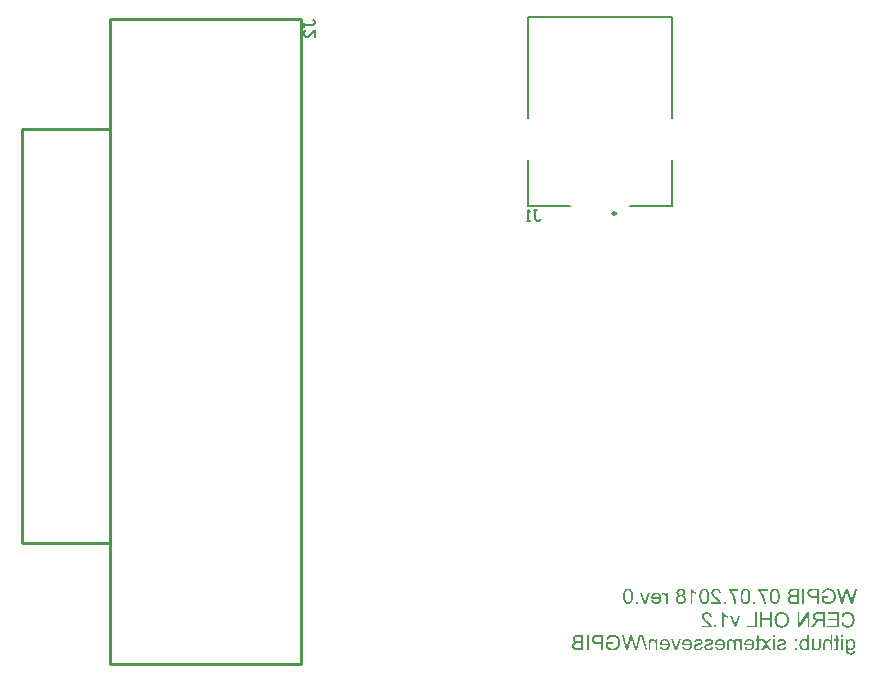
<source format=gbo>
G04*
G04 #@! TF.GenerationSoftware,Altium Limited,Altium Designer,18.1.7 (191)*
G04*
G04 Layer_Color=32896*
%FSLAX25Y25*%
%MOIN*%
G70*
G01*
G75*
%ADD11C,0.00984*%
%ADD12C,0.00787*%
%ADD66C,0.01000*%
G36*
X244495Y-206663D02*
X243878D01*
Y-205959D01*
X244495D01*
Y-206663D01*
D02*
G37*
G36*
X221803D02*
X221186D01*
Y-205959D01*
X221803D01*
Y-206663D01*
D02*
G37*
G36*
X233160Y-210999D02*
X232587D01*
Y-210545D01*
X232516Y-210638D01*
X232439Y-210720D01*
X232357Y-210791D01*
X232276Y-210857D01*
X232188Y-210906D01*
X232106Y-210949D01*
X232024Y-210988D01*
X231942Y-211015D01*
X231872Y-211037D01*
X231801Y-211053D01*
X231735Y-211064D01*
X231680Y-211070D01*
X231637Y-211075D01*
X231604Y-211081D01*
X231577D01*
X231456Y-211075D01*
X231342Y-211059D01*
X231233Y-211031D01*
X231129Y-210999D01*
X231031Y-210960D01*
X230938Y-210922D01*
X230856Y-210873D01*
X230774Y-210824D01*
X230709Y-210780D01*
X230643Y-210731D01*
X230588Y-210693D01*
X230545Y-210649D01*
X230512Y-210622D01*
X230485Y-210595D01*
X230468Y-210578D01*
X230463Y-210573D01*
X230381Y-210469D01*
X230310Y-210365D01*
X230244Y-210251D01*
X230190Y-210131D01*
X230146Y-210010D01*
X230108Y-209885D01*
X230075Y-209770D01*
X230053Y-209655D01*
X230031Y-209546D01*
X230020Y-209442D01*
X230010Y-209355D01*
X229999Y-209273D01*
Y-209208D01*
X229993Y-209164D01*
Y-209131D01*
Y-209120D01*
X229999Y-208973D01*
X230010Y-208837D01*
X230031Y-208711D01*
X230048Y-208602D01*
X230059Y-208553D01*
X230070Y-208509D01*
X230081Y-208471D01*
X230092Y-208438D01*
X230097Y-208411D01*
X230102Y-208394D01*
X230108Y-208383D01*
Y-208378D01*
X230152Y-208252D01*
X230201Y-208138D01*
X230250Y-208034D01*
X230299Y-207946D01*
X230348Y-207881D01*
X230381Y-207826D01*
X230403Y-207794D01*
X230414Y-207783D01*
X230490Y-207695D01*
X230572Y-207619D01*
X230654Y-207553D01*
X230730Y-207499D01*
X230801Y-207455D01*
X230856Y-207428D01*
X230878Y-207417D01*
X230894Y-207406D01*
X230900Y-207400D01*
X230905D01*
X231020Y-207357D01*
X231129Y-207324D01*
X231238Y-207297D01*
X231336Y-207280D01*
X231418Y-207270D01*
X231456D01*
X231484Y-207264D01*
X231544D01*
X231653Y-207270D01*
X231762Y-207286D01*
X231860Y-207308D01*
X231959Y-207340D01*
X232046Y-207379D01*
X232128Y-207417D01*
X232205Y-207466D01*
X232270Y-207510D01*
X232336Y-207553D01*
X232390Y-207597D01*
X232434Y-207641D01*
X232472Y-207679D01*
X232505Y-207712D01*
X232527Y-207734D01*
X232538Y-207750D01*
X232543Y-207755D01*
Y-205959D01*
X233160D01*
Y-210999D01*
D02*
G37*
G36*
X240984D02*
X240367D01*
Y-209006D01*
X240362Y-208853D01*
X240351Y-208716D01*
X240335Y-208602D01*
X240318Y-208509D01*
X240302Y-208432D01*
X240285Y-208378D01*
X240280Y-208362D01*
X240274Y-208345D01*
X240269Y-208334D01*
X240225Y-208247D01*
X240171Y-208170D01*
X240116Y-208105D01*
X240056Y-208050D01*
X240007Y-208007D01*
X239963Y-207974D01*
X239936Y-207952D01*
X239925Y-207946D01*
X239832Y-207897D01*
X239739Y-207859D01*
X239652Y-207837D01*
X239576Y-207816D01*
X239505Y-207804D01*
X239450Y-207799D01*
X239406D01*
X239275Y-207810D01*
X239161Y-207832D01*
X239068Y-207865D01*
X238986Y-207903D01*
X238920Y-207946D01*
X238877Y-207979D01*
X238849Y-208001D01*
X238838Y-208012D01*
X238800Y-208056D01*
X238773Y-208099D01*
X238724Y-208209D01*
X238685Y-208318D01*
X238664Y-208432D01*
X238647Y-208531D01*
X238642Y-208574D01*
Y-208613D01*
X238636Y-208645D01*
Y-208667D01*
Y-208684D01*
Y-208689D01*
Y-210999D01*
X238019D01*
Y-208689D01*
Y-208591D01*
X238025Y-208498D01*
X238030Y-208411D01*
X238041Y-208334D01*
X238052Y-208258D01*
X238063Y-208192D01*
X238074Y-208132D01*
X238085Y-208078D01*
X238096Y-208028D01*
X238107Y-207985D01*
X238118Y-207952D01*
X238129Y-207919D01*
X238140Y-207897D01*
X238145Y-207881D01*
X238151Y-207875D01*
Y-207870D01*
X238205Y-207772D01*
X238271Y-207679D01*
X238347Y-207603D01*
X238412Y-207542D01*
X238478Y-207493D01*
X238533Y-207455D01*
X238555Y-207444D01*
X238571Y-207433D01*
X238576Y-207428D01*
X238582D01*
X238697Y-207373D01*
X238817Y-207335D01*
X238931Y-207302D01*
X239040Y-207286D01*
X239139Y-207275D01*
X239177Y-207270D01*
X239215Y-207264D01*
X239281D01*
X239401Y-207270D01*
X239515Y-207286D01*
X239625Y-207313D01*
X239728Y-207340D01*
X239821Y-207384D01*
X239914Y-207422D01*
X239996Y-207471D01*
X240067Y-207515D01*
X240138Y-207564D01*
X240198Y-207613D01*
X240247Y-207652D01*
X240291Y-207690D01*
X240323Y-207723D01*
X240345Y-207750D01*
X240362Y-207766D01*
X240367Y-207772D01*
Y-205959D01*
X240984D01*
Y-210999D01*
D02*
G37*
G36*
X247252Y-207275D02*
X247411Y-207302D01*
X247553Y-207340D01*
X247618Y-207362D01*
X247678Y-207384D01*
X247733Y-207411D01*
X247776Y-207433D01*
X247820Y-207455D01*
X247853Y-207471D01*
X247880Y-207488D01*
X247902Y-207499D01*
X247913Y-207504D01*
X247918Y-207510D01*
X248044Y-207608D01*
X248159Y-207717D01*
X248252Y-207832D01*
X248328Y-207941D01*
X248388Y-208039D01*
X248415Y-208083D01*
X248432Y-208121D01*
X248448Y-208149D01*
X248459Y-208170D01*
X248470Y-208187D01*
Y-208192D01*
X248530Y-208362D01*
X248579Y-208531D01*
X248612Y-208689D01*
X248634Y-208837D01*
X248639Y-208908D01*
X248645Y-208967D01*
X248650Y-209017D01*
Y-209066D01*
X248656Y-209104D01*
Y-209131D01*
Y-209148D01*
Y-209153D01*
X248650Y-209295D01*
X248639Y-209426D01*
X248617Y-209557D01*
X248590Y-209677D01*
X248563Y-209792D01*
X248524Y-209901D01*
X248486Y-209999D01*
X248448Y-210092D01*
X248410Y-210174D01*
X248377Y-210245D01*
X248339Y-210311D01*
X248311Y-210360D01*
X248284Y-210403D01*
X248262Y-210431D01*
X248252Y-210453D01*
X248246Y-210458D01*
X248164Y-210551D01*
X248077Y-210638D01*
X247984Y-210709D01*
X247886Y-210769D01*
X247793Y-210824D01*
X247694Y-210868D01*
X247596Y-210900D01*
X247503Y-210933D01*
X247416Y-210955D01*
X247340Y-210971D01*
X247263Y-210982D01*
X247203Y-210988D01*
X247148Y-210993D01*
X247110Y-210999D01*
X247078D01*
X246968Y-210993D01*
X246859Y-210977D01*
X246761Y-210955D01*
X246668Y-210922D01*
X246575Y-210889D01*
X246493Y-210846D01*
X246417Y-210807D01*
X246346Y-210758D01*
X246286Y-210715D01*
X246226Y-210671D01*
X246182Y-210633D01*
X246138Y-210600D01*
X246111Y-210567D01*
X246084Y-210545D01*
X246073Y-210529D01*
X246068Y-210524D01*
Y-210633D01*
Y-210731D01*
X246073Y-210818D01*
Y-210900D01*
X246078Y-210971D01*
Y-211037D01*
X246084Y-211091D01*
X246089Y-211141D01*
X246095Y-211184D01*
Y-211217D01*
X246100Y-211250D01*
X246106Y-211272D01*
Y-211288D01*
X246111Y-211299D01*
Y-211310D01*
X246149Y-211419D01*
X246199Y-211517D01*
X246253Y-211599D01*
X246302Y-211665D01*
X246357Y-211719D01*
X246395Y-211758D01*
X246422Y-211785D01*
X246428Y-211790D01*
X246433D01*
X246526Y-211850D01*
X246635Y-211889D01*
X246744Y-211921D01*
X246848Y-211943D01*
X246947Y-211954D01*
X246985Y-211960D01*
X247023D01*
X247050Y-211965D01*
X247094D01*
X247236Y-211960D01*
X247361Y-211938D01*
X247465Y-211910D01*
X247558Y-211878D01*
X247629Y-211845D01*
X247678Y-211818D01*
X247711Y-211796D01*
X247722Y-211790D01*
X247782Y-211736D01*
X247826Y-211670D01*
X247864Y-211605D01*
X247891Y-211534D01*
X247907Y-211474D01*
X247918Y-211424D01*
X247929Y-211392D01*
Y-211386D01*
Y-211381D01*
X248530Y-211299D01*
Y-211408D01*
X248519Y-211506D01*
X248503Y-211599D01*
X248475Y-211687D01*
X248448Y-211763D01*
X248415Y-211840D01*
X248382Y-211905D01*
X248344Y-211960D01*
X248306Y-212014D01*
X248273Y-212058D01*
X248240Y-212096D01*
X248208Y-212129D01*
X248186Y-212151D01*
X248164Y-212167D01*
X248153Y-212178D01*
X248148Y-212183D01*
X248071Y-212233D01*
X247984Y-212282D01*
X247902Y-212320D01*
X247809Y-212353D01*
X247635Y-212407D01*
X247465Y-212440D01*
X247389Y-212451D01*
X247318Y-212462D01*
X247252Y-212467D01*
X247198Y-212473D01*
X247154Y-212478D01*
X247089D01*
X246892Y-212467D01*
X246712Y-212445D01*
X246630Y-212429D01*
X246559Y-212413D01*
X246488Y-212396D01*
X246422Y-212374D01*
X246362Y-212353D01*
X246313Y-212336D01*
X246269Y-212320D01*
X246231Y-212304D01*
X246204Y-212287D01*
X246182Y-212282D01*
X246171Y-212271D01*
X246166D01*
X246035Y-212189D01*
X245920Y-212096D01*
X245827Y-212003D01*
X245751Y-211910D01*
X245691Y-211834D01*
X245647Y-211769D01*
X245631Y-211741D01*
X245620Y-211725D01*
X245614Y-211714D01*
Y-211708D01*
X245582Y-211637D01*
X245554Y-211556D01*
X245532Y-211463D01*
X245511Y-211370D01*
X245483Y-211168D01*
X245461Y-210971D01*
X245456Y-210878D01*
X245450Y-210791D01*
X245445Y-210709D01*
X245440Y-210638D01*
Y-210584D01*
Y-210540D01*
Y-210513D01*
Y-210502D01*
Y-207346D01*
X246007D01*
Y-207794D01*
X246089Y-207701D01*
X246171Y-207619D01*
X246264Y-207548D01*
X246351Y-207488D01*
X246444Y-207433D01*
X246532Y-207395D01*
X246619Y-207357D01*
X246701Y-207330D01*
X246777Y-207308D01*
X246848Y-207291D01*
X246914Y-207280D01*
X246968Y-207270D01*
X247012D01*
X247050Y-207264D01*
X247165D01*
X247252Y-207275D01*
D02*
G37*
G36*
X209333Y-207270D02*
X209458Y-207291D01*
X209567Y-207313D01*
X209666Y-207346D01*
X209742Y-207373D01*
X209775Y-207390D01*
X209802Y-207400D01*
X209824Y-207411D01*
X209840Y-207422D01*
X209846Y-207428D01*
X209851D01*
X209955Y-207493D01*
X210042Y-207564D01*
X210119Y-207635D01*
X210184Y-207706D01*
X210239Y-207766D01*
X210277Y-207816D01*
X210299Y-207848D01*
X210310Y-207854D01*
Y-207346D01*
X210861D01*
Y-210999D01*
X210244D01*
Y-209104D01*
Y-209011D01*
X210239Y-208929D01*
X210233Y-208847D01*
X210228Y-208776D01*
X210223Y-208705D01*
X210212Y-208645D01*
X210206Y-208591D01*
X210195Y-208536D01*
X210184Y-208492D01*
X210179Y-208454D01*
X210168Y-208421D01*
X210162Y-208394D01*
X210157Y-208372D01*
X210152Y-208356D01*
X210146Y-208350D01*
Y-208345D01*
X210102Y-208252D01*
X210053Y-208170D01*
X209999Y-208099D01*
X209944Y-208045D01*
X209900Y-207996D01*
X209862Y-207968D01*
X209835Y-207946D01*
X209824Y-207941D01*
X209737Y-207892D01*
X209655Y-207859D01*
X209573Y-207832D01*
X209496Y-207816D01*
X209431Y-207804D01*
X209382Y-207799D01*
X209338D01*
X209218Y-207810D01*
X209114Y-207832D01*
X209032Y-207865D01*
X208961Y-207903D01*
X208912Y-207941D01*
X208874Y-207974D01*
X208852Y-207996D01*
X208847Y-208007D01*
X208798Y-208094D01*
X208759Y-208192D01*
X208732Y-208296D01*
X208710Y-208394D01*
X208699Y-208487D01*
Y-208525D01*
X208694Y-208558D01*
Y-208591D01*
Y-208613D01*
Y-208624D01*
Y-208629D01*
Y-210999D01*
X208077D01*
Y-208880D01*
X208071Y-208776D01*
X208066Y-208684D01*
X208055Y-208591D01*
X208039Y-208509D01*
X208017Y-208438D01*
X207995Y-208367D01*
X207973Y-208307D01*
X207946Y-208252D01*
X207924Y-208209D01*
X207902Y-208165D01*
X207880Y-208132D01*
X207858Y-208105D01*
X207842Y-208083D01*
X207831Y-208067D01*
X207820Y-208061D01*
Y-208056D01*
X207771Y-208012D01*
X207716Y-207968D01*
X207613Y-207908D01*
X207504Y-207859D01*
X207400Y-207832D01*
X207312Y-207810D01*
X207274Y-207804D01*
X207241D01*
X207214Y-207799D01*
X207176D01*
X207099Y-207804D01*
X207029Y-207816D01*
X206963Y-207832D01*
X206908Y-207848D01*
X206865Y-207870D01*
X206832Y-207886D01*
X206810Y-207897D01*
X206805Y-207903D01*
X206750Y-207941D01*
X206701Y-207985D01*
X206668Y-208028D01*
X206635Y-208072D01*
X206613Y-208110D01*
X206597Y-208138D01*
X206586Y-208159D01*
Y-208165D01*
X206564Y-208236D01*
X206553Y-208318D01*
X206542Y-208405D01*
X206532Y-208492D01*
Y-208574D01*
X206526Y-208640D01*
Y-208662D01*
Y-208684D01*
Y-208695D01*
Y-208700D01*
Y-210999D01*
X205909D01*
Y-208492D01*
X205915Y-208378D01*
X205920Y-208274D01*
X205937Y-208176D01*
X205953Y-208083D01*
X205975Y-208001D01*
X206002Y-207925D01*
X206029Y-207859D01*
X206057Y-207799D01*
X206084Y-207745D01*
X206111Y-207695D01*
X206133Y-207657D01*
X206160Y-207624D01*
X206177Y-207603D01*
X206193Y-207586D01*
X206199Y-207575D01*
X206204Y-207570D01*
X206259Y-207515D01*
X206324Y-207466D01*
X206390Y-207428D01*
X206455Y-207395D01*
X206597Y-207340D01*
X206728Y-207302D01*
X206794Y-207291D01*
X206854Y-207280D01*
X206903Y-207275D01*
X206952Y-207270D01*
X206985Y-207264D01*
X207039D01*
X207165Y-207270D01*
X207285Y-207291D01*
X207400Y-207324D01*
X207509Y-207362D01*
X207607Y-207411D01*
X207700Y-207466D01*
X207787Y-207526D01*
X207864Y-207581D01*
X207935Y-207641D01*
X207995Y-207701D01*
X208050Y-207755D01*
X208088Y-207804D01*
X208126Y-207843D01*
X208148Y-207875D01*
X208164Y-207897D01*
X208170Y-207903D01*
X208219Y-207794D01*
X208273Y-207701D01*
X208333Y-207624D01*
X208394Y-207553D01*
X208453Y-207504D01*
X208497Y-207466D01*
X208530Y-207439D01*
X208535Y-207433D01*
X208541D01*
X208645Y-207379D01*
X208754Y-207335D01*
X208863Y-207308D01*
X208967Y-207286D01*
X209060Y-207275D01*
X209098Y-207270D01*
X209136Y-207264D01*
X209202D01*
X209333Y-207270D01*
D02*
G37*
G36*
X229070Y-208050D02*
X228366D01*
Y-207346D01*
X229070D01*
Y-208050D01*
D02*
G37*
G36*
X219335Y-209109D02*
X220668Y-210999D01*
X219914Y-210999D01*
X218942Y-209595D01*
X218762Y-209874D01*
X218008Y-210999D01*
X217255D01*
X218582Y-209109D01*
X217348Y-207346D01*
X218090D01*
X218702Y-208209D01*
X218800Y-208345D01*
X218849Y-208416D01*
X218893Y-208476D01*
X218931Y-208531D01*
X218959Y-208574D01*
X218980Y-208602D01*
X218986Y-208613D01*
X219024Y-208553D01*
X219062Y-208482D01*
X219106Y-208416D01*
X219144Y-208356D01*
X219182Y-208296D01*
X219210Y-208252D01*
X219232Y-208225D01*
X219237Y-208214D01*
X219816Y-207346D01*
X220569Y-207346D01*
X219335Y-209109D01*
D02*
G37*
G36*
X189120Y-210999D02*
X188530D01*
X187143Y-207346D01*
X187782D01*
X188595Y-209579D01*
X188650Y-209727D01*
X188694Y-209858D01*
X188732Y-209978D01*
X188765Y-210076D01*
X188792Y-210158D01*
X188803Y-210191D01*
X188808Y-210223D01*
X188814Y-210245D01*
X188819Y-210262D01*
X188825Y-210267D01*
Y-210273D01*
X188868Y-210131D01*
X188907Y-209994D01*
X188945Y-209868D01*
X188983Y-209759D01*
X189016Y-209666D01*
X189027Y-209628D01*
X189038Y-209595D01*
X189049Y-209568D01*
X189054Y-209552D01*
X189060Y-209541D01*
Y-209535D01*
X189846Y-207346D01*
X190501D01*
X189120Y-210999D01*
D02*
G37*
G36*
X175863D02*
X175169D01*
X174110Y-207160D01*
X174083Y-207067D01*
X174056Y-206969D01*
X174028Y-206865D01*
X174006Y-206773D01*
X173985Y-206696D01*
X173979Y-206658D01*
X173974Y-206631D01*
X173963Y-206603D01*
Y-206587D01*
X173957Y-206576D01*
Y-206571D01*
X173952Y-206592D01*
X173941Y-206625D01*
X173930Y-206663D01*
X173919Y-206707D01*
X173892Y-206805D01*
X173864Y-206904D01*
X173837Y-207002D01*
X173826Y-207046D01*
X173815Y-207084D01*
X173804Y-207117D01*
X173799Y-207138D01*
X173793Y-207155D01*
Y-207160D01*
X172740Y-210999D01*
X172090D01*
X170709Y-205959D01*
X171380D01*
X172172Y-209202D01*
X172226Y-209426D01*
X172276Y-209634D01*
X172297Y-209727D01*
X172319Y-209819D01*
X172336Y-209901D01*
X172352Y-209978D01*
X172368Y-210049D01*
X172385Y-210109D01*
X172396Y-210163D01*
X172407Y-210212D01*
X172412Y-210245D01*
X172417Y-210273D01*
X172423Y-210289D01*
Y-210294D01*
X172478Y-209978D01*
X172538Y-209666D01*
X172570Y-209513D01*
X172603Y-209366D01*
X172636Y-209224D01*
X172669Y-209093D01*
X172701Y-208967D01*
X172729Y-208858D01*
X172756Y-208760D01*
X172778Y-208678D01*
X172794Y-208607D01*
X172811Y-208558D01*
X172816Y-208525D01*
X172822Y-208514D01*
X173537Y-205959D01*
X174339D01*
X175300Y-209366D01*
X175311Y-209399D01*
X175322Y-209442D01*
X175333Y-209497D01*
X175349Y-209563D01*
X175371Y-209639D01*
X175388Y-209716D01*
X175431Y-209879D01*
X175448Y-209956D01*
X175470Y-210032D01*
X175486Y-210103D01*
X175497Y-210169D01*
X175513Y-210218D01*
X175519Y-210262D01*
X175530Y-210283D01*
Y-210294D01*
X175563Y-210103D01*
X175601Y-209918D01*
X175634Y-209748D01*
X175650Y-209666D01*
X175666Y-209590D01*
X175683Y-209519D01*
X175699Y-209459D01*
X175710Y-209404D01*
X175721Y-209355D01*
X175732Y-209317D01*
X175737Y-209290D01*
X175743Y-209273D01*
Y-209268D01*
X176502Y-205959D01*
X177190D01*
X175863Y-210999D01*
D02*
G37*
G36*
X242835Y-206445D02*
Y-207346D01*
X243294D01*
Y-207826D01*
X242835D01*
Y-209934D01*
Y-210032D01*
X242830Y-210125D01*
Y-210207D01*
X242824Y-210283D01*
X242819Y-210349D01*
X242813Y-210409D01*
X242808Y-210464D01*
X242797Y-210507D01*
X242792Y-210545D01*
X242786Y-210578D01*
X242780Y-210606D01*
X242775Y-210627D01*
X242770Y-210655D01*
X242764Y-210666D01*
X242731Y-210726D01*
X242693Y-210780D01*
X242650Y-210829D01*
X242606Y-210868D01*
X242562Y-210900D01*
X242529Y-210922D01*
X242508Y-210939D01*
X242502Y-210944D01*
X242426Y-210977D01*
X242344Y-211004D01*
X242256Y-211020D01*
X242169Y-211037D01*
X242093Y-211042D01*
X242033Y-211048D01*
X241978D01*
X241814Y-211037D01*
X241738Y-211031D01*
X241667Y-211020D01*
X241601Y-211010D01*
X241552Y-211004D01*
X241519Y-210993D01*
X241508D01*
X241590Y-210447D01*
X241650Y-210453D01*
X241705Y-210458D01*
X241754Y-210464D01*
X241792D01*
X241825Y-210469D01*
X241918D01*
X241962Y-210464D01*
X241994Y-210453D01*
X242027Y-210447D01*
X242049Y-210436D01*
X242065Y-210431D01*
X242076Y-210425D01*
X242082D01*
X242125Y-210387D01*
X242158Y-210349D01*
X242180Y-210316D01*
X242185Y-210311D01*
Y-210305D01*
X242196Y-210267D01*
X242202Y-210218D01*
X242213Y-210163D01*
Y-210109D01*
X242218Y-210054D01*
Y-210010D01*
Y-209978D01*
Y-209972D01*
Y-209967D01*
Y-207826D01*
X241590D01*
Y-207346D01*
X242218D01*
Y-206074D01*
X242835Y-206445D01*
D02*
G37*
G36*
X216622Y-206445D02*
Y-207346D01*
X217080D01*
Y-207826D01*
X216622D01*
Y-209934D01*
Y-210032D01*
X216616Y-210125D01*
Y-210207D01*
X216611Y-210283D01*
X216605Y-210349D01*
X216600Y-210409D01*
X216594Y-210464D01*
X216583Y-210507D01*
X216578Y-210545D01*
X216572Y-210578D01*
X216567Y-210606D01*
X216562Y-210627D01*
X216556Y-210655D01*
X216551Y-210666D01*
X216518Y-210726D01*
X216480Y-210780D01*
X216436Y-210829D01*
X216392Y-210868D01*
X216349Y-210900D01*
X216316Y-210922D01*
X216294Y-210939D01*
X216289Y-210944D01*
X216212Y-210977D01*
X216130Y-211004D01*
X216043Y-211020D01*
X215956Y-211037D01*
X215879Y-211042D01*
X215819Y-211048D01*
X215764D01*
X215601Y-211037D01*
X215524Y-211031D01*
X215453Y-211020D01*
X215388Y-211010D01*
X215339Y-211004D01*
X215306Y-210993D01*
X215295D01*
X215377Y-210447D01*
X215437Y-210453D01*
X215492Y-210458D01*
X215541Y-210464D01*
X215579D01*
X215612Y-210469D01*
X215704D01*
X215748Y-210464D01*
X215781Y-210453D01*
X215814Y-210447D01*
X215835Y-210436D01*
X215852Y-210431D01*
X215863Y-210425D01*
X215868D01*
X215912Y-210387D01*
X215945Y-210349D01*
X215967Y-210316D01*
X215972Y-210311D01*
Y-210305D01*
X215983Y-210267D01*
X215988Y-210218D01*
X215999Y-210163D01*
Y-210109D01*
X216005Y-210054D01*
Y-210010D01*
Y-209978D01*
Y-209972D01*
Y-209967D01*
Y-207826D01*
X215377D01*
Y-207346D01*
X216005D01*
Y-206074D01*
X216622Y-206445D01*
D02*
G37*
G36*
X167875Y-205877D02*
X168011Y-205883D01*
X168142Y-205899D01*
X168263Y-205921D01*
X168383Y-205943D01*
X168492Y-205970D01*
X168596Y-205997D01*
X168688Y-206025D01*
X168770Y-206057D01*
X168847Y-206085D01*
X168912Y-206112D01*
X168967Y-206134D01*
X169010Y-206156D01*
X169043Y-206172D01*
X169065Y-206177D01*
X169070Y-206183D01*
X169174Y-206243D01*
X169273Y-206314D01*
X169365Y-206385D01*
X169447Y-206461D01*
X169529Y-206543D01*
X169600Y-206620D01*
X169666Y-206696D01*
X169726Y-206773D01*
X169775Y-206849D01*
X169824Y-206915D01*
X169862Y-206975D01*
X169895Y-207029D01*
X169917Y-207073D01*
X169933Y-207106D01*
X169944Y-207127D01*
X169950Y-207133D01*
X170004Y-207253D01*
X170048Y-207373D01*
X170092Y-207493D01*
X170124Y-207613D01*
X170179Y-207843D01*
X170201Y-207952D01*
X170217Y-208056D01*
X170228Y-208149D01*
X170239Y-208236D01*
X170244Y-208312D01*
X170250Y-208378D01*
X170255Y-208432D01*
Y-208471D01*
Y-208492D01*
Y-208503D01*
X170250Y-208640D01*
X170244Y-208776D01*
X170228Y-208902D01*
X170206Y-209028D01*
X170184Y-209142D01*
X170157Y-209257D01*
X170130Y-209361D01*
X170103Y-209454D01*
X170075Y-209541D01*
X170048Y-209617D01*
X170021Y-209683D01*
X169999Y-209743D01*
X169977Y-209787D01*
X169960Y-209819D01*
X169955Y-209841D01*
X169950Y-209847D01*
X169889Y-209956D01*
X169819Y-210059D01*
X169748Y-210152D01*
X169677Y-210245D01*
X169600Y-210327D01*
X169524Y-210398D01*
X169447Y-210469D01*
X169376Y-210529D01*
X169305Y-210584D01*
X169240Y-210633D01*
X169180Y-210671D01*
X169131Y-210704D01*
X169092Y-210731D01*
X169060Y-210748D01*
X169038Y-210758D01*
X169032Y-210764D01*
X168918Y-210819D01*
X168798Y-210868D01*
X168683Y-210911D01*
X168568Y-210944D01*
X168448Y-210977D01*
X168339Y-211004D01*
X168230Y-211026D01*
X168131Y-211042D01*
X168039Y-211053D01*
X167951Y-211064D01*
X167875Y-211070D01*
X167809Y-211075D01*
X167755Y-211081D01*
X167684D01*
X167482Y-211070D01*
X167285Y-211048D01*
X167105Y-211020D01*
X167023Y-210999D01*
X166941Y-210982D01*
X166870Y-210966D01*
X166810Y-210944D01*
X166750Y-210928D01*
X166706Y-210917D01*
X166663Y-210900D01*
X166635Y-210895D01*
X166619Y-210884D01*
X166613D01*
X166417Y-210802D01*
X166231Y-210709D01*
X166062Y-210611D01*
X165980Y-210562D01*
X165909Y-210518D01*
X165844Y-210474D01*
X165784Y-210431D01*
X165729Y-210398D01*
X165685Y-210365D01*
X165647Y-210338D01*
X165620Y-210316D01*
X165603Y-210305D01*
X165598Y-210300D01*
Y-208427D01*
X167733D01*
Y-209022D01*
X166253D01*
Y-209967D01*
X166340Y-210038D01*
X166439Y-210098D01*
X166543Y-210158D01*
X166646Y-210212D01*
X166739Y-210256D01*
X166777Y-210278D01*
X166810Y-210294D01*
X166843Y-210305D01*
X166865Y-210316D01*
X166876Y-210322D01*
X166881D01*
X167034Y-210376D01*
X167187Y-210414D01*
X167329Y-210447D01*
X167454Y-210464D01*
X167514Y-210469D01*
X167564Y-210474D01*
X167607Y-210480D01*
X167646D01*
X167678Y-210485D01*
X167722D01*
X167908Y-210474D01*
X168082Y-210453D01*
X168241Y-210414D01*
X168317Y-210398D01*
X168383Y-210376D01*
X168443Y-210354D01*
X168497Y-210338D01*
X168546Y-210316D01*
X168590Y-210300D01*
X168623Y-210289D01*
X168645Y-210278D01*
X168661Y-210267D01*
X168667D01*
X168748Y-210223D01*
X168825Y-210174D01*
X168956Y-210070D01*
X169070Y-209956D01*
X169169Y-209847D01*
X169240Y-209748D01*
X169273Y-209705D01*
X169294Y-209672D01*
X169316Y-209639D01*
X169327Y-209617D01*
X169333Y-209601D01*
X169338Y-209595D01*
X169414Y-209415D01*
X169469Y-209224D01*
X169513Y-209038D01*
X169540Y-208858D01*
X169546Y-208776D01*
X169556Y-208700D01*
X169562Y-208634D01*
Y-208574D01*
X169567Y-208531D01*
Y-208492D01*
Y-208471D01*
Y-208465D01*
X169556Y-208263D01*
X169535Y-208072D01*
X169507Y-207903D01*
X169491Y-207821D01*
X169469Y-207750D01*
X169453Y-207684D01*
X169436Y-207624D01*
X169420Y-207575D01*
X169404Y-207531D01*
X169393Y-207493D01*
X169382Y-207471D01*
X169376Y-207455D01*
Y-207450D01*
X169333Y-207351D01*
X169283Y-207259D01*
X169229Y-207171D01*
X169180Y-207100D01*
X169136Y-207040D01*
X169098Y-206991D01*
X169076Y-206964D01*
X169065Y-206953D01*
X168983Y-206871D01*
X168890Y-206800D01*
X168803Y-206734D01*
X168716Y-206680D01*
X168639Y-206636D01*
X168579Y-206609D01*
X168557Y-206598D01*
X168541Y-206587D01*
X168530Y-206581D01*
X168525D01*
X168394Y-206532D01*
X168263Y-206500D01*
X168126Y-206472D01*
X168006Y-206456D01*
X167946Y-206451D01*
X167897Y-206445D01*
X167848D01*
X167809Y-206439D01*
X167733D01*
X167596Y-206445D01*
X167465Y-206461D01*
X167351Y-206483D01*
X167247Y-206505D01*
X167165Y-206532D01*
X167127Y-206543D01*
X167099Y-206554D01*
X167078Y-206565D01*
X167061Y-206571D01*
X167050Y-206576D01*
X167045D01*
X166936Y-206631D01*
X166837Y-206685D01*
X166755Y-206745D01*
X166684Y-206800D01*
X166635Y-206855D01*
X166597Y-206893D01*
X166570Y-206920D01*
X166564Y-206931D01*
X166504Y-207018D01*
X166450Y-207117D01*
X166401Y-207215D01*
X166357Y-207313D01*
X166324Y-207400D01*
X166313Y-207439D01*
X166302Y-207466D01*
X166291Y-207493D01*
X166286Y-207515D01*
X166280Y-207526D01*
Y-207531D01*
X165674Y-207368D01*
X165729Y-207188D01*
X165789Y-207024D01*
X165822Y-206953D01*
X165855Y-206882D01*
X165882Y-206822D01*
X165915Y-206767D01*
X165942Y-206713D01*
X165969Y-206669D01*
X165997Y-206631D01*
X166013Y-206598D01*
X166035Y-206576D01*
X166046Y-206560D01*
X166051Y-206549D01*
X166057Y-206543D01*
X166160Y-206429D01*
X166270Y-206330D01*
X166384Y-206248D01*
X166499Y-206177D01*
X166597Y-206123D01*
X166641Y-206101D01*
X166679Y-206085D01*
X166706Y-206068D01*
X166728Y-206057D01*
X166745Y-206052D01*
X166750D01*
X166919Y-205992D01*
X167089Y-205948D01*
X167258Y-205915D01*
X167411Y-205893D01*
X167482Y-205888D01*
X167542Y-205883D01*
X167596Y-205877D01*
X167646Y-205872D01*
X167738D01*
X167875Y-205877D01*
D02*
G37*
G36*
X237086Y-209612D02*
Y-209748D01*
X237080Y-209868D01*
X237075Y-209967D01*
X237069Y-210049D01*
X237064Y-210109D01*
X237058Y-210158D01*
X237053Y-210180D01*
Y-210191D01*
X237026Y-210289D01*
X236998Y-210376D01*
X236966Y-210453D01*
X236933Y-210518D01*
X236906Y-210573D01*
X236884Y-210616D01*
X236867Y-210638D01*
X236862Y-210649D01*
X236807Y-210715D01*
X236742Y-210775D01*
X236671Y-210829D01*
X236605Y-210873D01*
X236540Y-210911D01*
X236491Y-210939D01*
X236458Y-210955D01*
X236452Y-210960D01*
X236447D01*
X236338Y-210999D01*
X236234Y-211031D01*
X236130Y-211053D01*
X236037Y-211064D01*
X235956Y-211075D01*
X235895Y-211081D01*
X235841D01*
X235704Y-211075D01*
X235579Y-211053D01*
X235464Y-211026D01*
X235349Y-210982D01*
X235246Y-210939D01*
X235153Y-210884D01*
X235066Y-210829D01*
X234984Y-210769D01*
X234913Y-210715D01*
X234853Y-210660D01*
X234798Y-210606D01*
X234754Y-210562D01*
X234722Y-210518D01*
X234700Y-210491D01*
X234683Y-210469D01*
X234678Y-210464D01*
Y-210999D01*
X234126D01*
Y-207346D01*
X234743D01*
Y-209306D01*
X234749Y-209470D01*
X234760Y-209612D01*
X234776Y-209732D01*
X234793Y-209836D01*
X234804Y-209879D01*
X234814Y-209912D01*
X234825Y-209945D01*
X234831Y-209972D01*
X234836Y-209988D01*
X234842Y-210005D01*
X234847Y-210010D01*
Y-210016D01*
X234891Y-210103D01*
X234945Y-210180D01*
X235005Y-210245D01*
X235060Y-210300D01*
X235115Y-210343D01*
X235158Y-210376D01*
X235186Y-210398D01*
X235191Y-210403D01*
X235197D01*
X235289Y-210453D01*
X235377Y-210485D01*
X235464Y-210513D01*
X235546Y-210529D01*
X235617Y-210540D01*
X235666Y-210545D01*
X235715D01*
X235814Y-210540D01*
X235906Y-210524D01*
X235988Y-210502D01*
X236054Y-210474D01*
X236108Y-210453D01*
X236152Y-210431D01*
X236174Y-210414D01*
X236185Y-210409D01*
X236250Y-210354D01*
X236305Y-210289D01*
X236349Y-210229D01*
X236381Y-210169D01*
X236409Y-210114D01*
X236425Y-210065D01*
X236431Y-210038D01*
X236436Y-210027D01*
X236441Y-209994D01*
X236447Y-209950D01*
X236452Y-209852D01*
X236463Y-209743D01*
Y-209634D01*
X236469Y-209535D01*
Y-209492D01*
Y-209448D01*
Y-209415D01*
Y-209393D01*
Y-209377D01*
Y-209371D01*
Y-207346D01*
X237086D01*
Y-209612D01*
D02*
G37*
G36*
X213411Y-207270D02*
X213548Y-207286D01*
X213668Y-207313D01*
X213788Y-207346D01*
X213897Y-207384D01*
X214001Y-207428D01*
X214094Y-207471D01*
X214176Y-207521D01*
X214252Y-207570D01*
X214318Y-207613D01*
X214378Y-207657D01*
X214421Y-207695D01*
X214459Y-207728D01*
X214487Y-207755D01*
X214503Y-207772D01*
X214509Y-207777D01*
X214591Y-207875D01*
X214662Y-207985D01*
X214727Y-208099D01*
X214782Y-208214D01*
X214825Y-208334D01*
X214864Y-208454D01*
X214896Y-208569D01*
X214918Y-208684D01*
X214940Y-208787D01*
X214951Y-208891D01*
X214962Y-208978D01*
X214973Y-209055D01*
Y-209120D01*
X214978Y-209170D01*
Y-209197D01*
Y-209208D01*
X214973Y-209372D01*
X214956Y-209524D01*
X214934Y-209666D01*
X214907Y-209797D01*
X214869Y-209923D01*
X214831Y-210038D01*
X214787Y-210141D01*
X214743Y-210234D01*
X214705Y-210316D01*
X214662Y-210387D01*
X214623Y-210447D01*
X214585Y-210496D01*
X214558Y-210540D01*
X214536Y-210567D01*
X214520Y-210584D01*
X214514Y-210589D01*
X214421Y-210677D01*
X214323Y-210753D01*
X214225Y-210819D01*
X214116Y-210873D01*
X214012Y-210922D01*
X213903Y-210960D01*
X213799Y-210993D01*
X213701Y-211020D01*
X213608Y-211037D01*
X213520Y-211053D01*
X213444Y-211064D01*
X213373Y-211075D01*
X213318D01*
X213275Y-211081D01*
X213242D01*
X213127Y-211075D01*
X213013Y-211070D01*
X212909Y-211053D01*
X212811Y-211031D01*
X212718Y-211010D01*
X212636Y-210982D01*
X212554Y-210955D01*
X212483Y-210928D01*
X212418Y-210900D01*
X212363Y-210873D01*
X212314Y-210846D01*
X212270Y-210824D01*
X212243Y-210802D01*
X212215Y-210786D01*
X212205Y-210780D01*
X212199Y-210775D01*
X212123Y-210715D01*
X212057Y-210649D01*
X211997Y-210578D01*
X211937Y-210507D01*
X211839Y-210360D01*
X211762Y-210223D01*
X211735Y-210158D01*
X211708Y-210098D01*
X211686Y-210043D01*
X211669Y-209994D01*
X211653Y-209956D01*
X211642Y-209928D01*
X211637Y-209907D01*
Y-209901D01*
X212281Y-209819D01*
X212336Y-209956D01*
X212401Y-210076D01*
X212467Y-210180D01*
X212527Y-210256D01*
X212581Y-210322D01*
X212625Y-210365D01*
X212652Y-210387D01*
X212658Y-210398D01*
X212663D01*
X212756Y-210458D01*
X212854Y-210496D01*
X212953Y-210529D01*
X213040Y-210551D01*
X213122Y-210562D01*
X213187Y-210567D01*
X213209Y-210573D01*
X213242D01*
X213324Y-210567D01*
X213406Y-210556D01*
X213482Y-210545D01*
X213553Y-210524D01*
X213684Y-210474D01*
X213793Y-210414D01*
X213843Y-210387D01*
X213886Y-210354D01*
X213919Y-210327D01*
X213952Y-210305D01*
X213974Y-210283D01*
X213990Y-210267D01*
X214001Y-210262D01*
X214006Y-210256D01*
X214061Y-210191D01*
X214110Y-210125D01*
X214148Y-210049D01*
X214187Y-209978D01*
X214247Y-209819D01*
X214290Y-209672D01*
X214307Y-209601D01*
X214318Y-209535D01*
X214329Y-209481D01*
X214334Y-209426D01*
X214339Y-209388D01*
X214345Y-209355D01*
Y-209333D01*
Y-209328D01*
X211620D01*
X211615Y-209257D01*
Y-209202D01*
Y-209175D01*
Y-209164D01*
X211620Y-209000D01*
X211637Y-208847D01*
X211659Y-208700D01*
X211686Y-208563D01*
X211724Y-208438D01*
X211762Y-208323D01*
X211806Y-208220D01*
X211844Y-208127D01*
X211888Y-208045D01*
X211931Y-207968D01*
X211970Y-207908D01*
X212008Y-207859D01*
X212035Y-207816D01*
X212057Y-207788D01*
X212073Y-207772D01*
X212079Y-207766D01*
X212166Y-207679D01*
X212265Y-207603D01*
X212363Y-207531D01*
X212461Y-207477D01*
X212559Y-207428D01*
X212663Y-207384D01*
X212756Y-207351D01*
X212849Y-207324D01*
X212936Y-207308D01*
X213018Y-207291D01*
X213089Y-207280D01*
X213155Y-207270D01*
X213204D01*
X213242Y-207264D01*
X213275D01*
X213411Y-207270D01*
D02*
G37*
G36*
X203632D02*
X203769Y-207286D01*
X203889Y-207313D01*
X204009Y-207346D01*
X204118Y-207384D01*
X204222Y-207428D01*
X204315Y-207471D01*
X204397Y-207521D01*
X204473Y-207570D01*
X204539Y-207613D01*
X204599Y-207657D01*
X204642Y-207695D01*
X204681Y-207728D01*
X204708Y-207755D01*
X204724Y-207772D01*
X204730Y-207777D01*
X204812Y-207875D01*
X204883Y-207985D01*
X204948Y-208099D01*
X205003Y-208214D01*
X205047Y-208334D01*
X205085Y-208454D01*
X205118Y-208569D01*
X205139Y-208684D01*
X205161Y-208787D01*
X205172Y-208891D01*
X205183Y-208978D01*
X205194Y-209055D01*
Y-209120D01*
X205199Y-209170D01*
Y-209197D01*
Y-209208D01*
X205194Y-209372D01*
X205177Y-209524D01*
X205156Y-209666D01*
X205128Y-209797D01*
X205090Y-209923D01*
X205052Y-210038D01*
X205008Y-210141D01*
X204965Y-210234D01*
X204926Y-210316D01*
X204883Y-210387D01*
X204844Y-210447D01*
X204806Y-210496D01*
X204779Y-210540D01*
X204757Y-210567D01*
X204741Y-210584D01*
X204735Y-210589D01*
X204642Y-210677D01*
X204544Y-210753D01*
X204446Y-210819D01*
X204337Y-210873D01*
X204233Y-210922D01*
X204124Y-210960D01*
X204020Y-210993D01*
X203922Y-211020D01*
X203829Y-211037D01*
X203742Y-211053D01*
X203665Y-211064D01*
X203594Y-211075D01*
X203539D01*
X203496Y-211081D01*
X203463D01*
X203348Y-211075D01*
X203234Y-211070D01*
X203130Y-211053D01*
X203032Y-211031D01*
X202939Y-211010D01*
X202857Y-210982D01*
X202775Y-210955D01*
X202704Y-210928D01*
X202639Y-210900D01*
X202584Y-210873D01*
X202535Y-210846D01*
X202491Y-210824D01*
X202464Y-210802D01*
X202437Y-210786D01*
X202426Y-210780D01*
X202420Y-210775D01*
X202344Y-210715D01*
X202278Y-210649D01*
X202218Y-210578D01*
X202158Y-210507D01*
X202060Y-210360D01*
X201983Y-210223D01*
X201956Y-210158D01*
X201929Y-210098D01*
X201907Y-210043D01*
X201891Y-209994D01*
X201874Y-209956D01*
X201863Y-209928D01*
X201858Y-209907D01*
Y-209901D01*
X202502Y-209819D01*
X202557Y-209956D01*
X202622Y-210076D01*
X202688Y-210180D01*
X202748Y-210256D01*
X202802Y-210322D01*
X202846Y-210365D01*
X202873Y-210387D01*
X202879Y-210398D01*
X202884D01*
X202977Y-210458D01*
X203075Y-210496D01*
X203174Y-210529D01*
X203261Y-210551D01*
X203343Y-210562D01*
X203409Y-210567D01*
X203430Y-210573D01*
X203463D01*
X203545Y-210567D01*
X203627Y-210556D01*
X203703Y-210545D01*
X203774Y-210524D01*
X203905Y-210474D01*
X204014Y-210414D01*
X204064Y-210387D01*
X204107Y-210354D01*
X204140Y-210327D01*
X204173Y-210305D01*
X204195Y-210283D01*
X204211Y-210267D01*
X204222Y-210262D01*
X204227Y-210256D01*
X204282Y-210191D01*
X204331Y-210125D01*
X204369Y-210049D01*
X204408Y-209978D01*
X204468Y-209819D01*
X204511Y-209672D01*
X204528Y-209601D01*
X204539Y-209535D01*
X204550Y-209481D01*
X204555Y-209426D01*
X204560Y-209388D01*
X204566Y-209355D01*
Y-209333D01*
Y-209328D01*
X201841D01*
X201836Y-209257D01*
Y-209202D01*
Y-209175D01*
Y-209164D01*
X201841Y-209000D01*
X201858Y-208847D01*
X201880Y-208700D01*
X201907Y-208563D01*
X201945Y-208438D01*
X201983Y-208323D01*
X202027Y-208220D01*
X202065Y-208127D01*
X202109Y-208045D01*
X202153Y-207968D01*
X202191Y-207908D01*
X202229Y-207859D01*
X202256Y-207816D01*
X202278Y-207788D01*
X202295Y-207772D01*
X202300Y-207766D01*
X202387Y-207679D01*
X202486Y-207603D01*
X202584Y-207531D01*
X202682Y-207477D01*
X202781Y-207428D01*
X202884Y-207384D01*
X202977Y-207351D01*
X203070Y-207324D01*
X203157Y-207308D01*
X203239Y-207291D01*
X203310Y-207280D01*
X203376Y-207270D01*
X203425D01*
X203463Y-207264D01*
X203496D01*
X203632Y-207270D01*
D02*
G37*
G36*
X192674D02*
X192811Y-207286D01*
X192931Y-207313D01*
X193051Y-207346D01*
X193160Y-207384D01*
X193264Y-207428D01*
X193357Y-207471D01*
X193438Y-207521D01*
X193515Y-207570D01*
X193580Y-207613D01*
X193640Y-207657D01*
X193684Y-207695D01*
X193722Y-207728D01*
X193750Y-207755D01*
X193766Y-207772D01*
X193772Y-207777D01*
X193853Y-207875D01*
X193924Y-207985D01*
X193990Y-208099D01*
X194045Y-208214D01*
X194088Y-208334D01*
X194126Y-208454D01*
X194159Y-208569D01*
X194181Y-208684D01*
X194203Y-208787D01*
X194214Y-208891D01*
X194225Y-208978D01*
X194236Y-209055D01*
Y-209120D01*
X194241Y-209170D01*
Y-209197D01*
Y-209208D01*
X194236Y-209372D01*
X194219Y-209524D01*
X194197Y-209666D01*
X194170Y-209797D01*
X194132Y-209923D01*
X194094Y-210038D01*
X194050Y-210141D01*
X194006Y-210234D01*
X193968Y-210316D01*
X193924Y-210387D01*
X193886Y-210447D01*
X193848Y-210496D01*
X193821Y-210540D01*
X193799Y-210567D01*
X193782Y-210584D01*
X193777Y-210589D01*
X193684Y-210677D01*
X193586Y-210753D01*
X193488Y-210819D01*
X193378Y-210873D01*
X193275Y-210922D01*
X193166Y-210960D01*
X193062Y-210993D01*
X192964Y-211020D01*
X192871Y-211037D01*
X192783Y-211053D01*
X192707Y-211064D01*
X192636Y-211075D01*
X192581D01*
X192538Y-211081D01*
X192505D01*
X192390Y-211075D01*
X192276Y-211070D01*
X192172Y-211053D01*
X192074Y-211031D01*
X191981Y-211010D01*
X191899Y-210982D01*
X191817Y-210955D01*
X191746Y-210928D01*
X191680Y-210900D01*
X191626Y-210873D01*
X191577Y-210846D01*
X191533Y-210824D01*
X191506Y-210802D01*
X191478Y-210786D01*
X191467Y-210780D01*
X191462Y-210775D01*
X191386Y-210715D01*
X191320Y-210649D01*
X191260Y-210578D01*
X191200Y-210507D01*
X191102Y-210360D01*
X191025Y-210223D01*
X190998Y-210158D01*
X190971Y-210098D01*
X190949Y-210043D01*
X190932Y-209994D01*
X190916Y-209956D01*
X190905Y-209928D01*
X190900Y-209907D01*
Y-209901D01*
X191544Y-209819D01*
X191598Y-209956D01*
X191664Y-210076D01*
X191729Y-210180D01*
X191790Y-210256D01*
X191844Y-210322D01*
X191888Y-210365D01*
X191915Y-210387D01*
X191921Y-210398D01*
X191926D01*
X192019Y-210458D01*
X192117Y-210496D01*
X192216Y-210529D01*
X192303Y-210551D01*
X192385Y-210562D01*
X192450Y-210567D01*
X192472Y-210573D01*
X192505D01*
X192587Y-210567D01*
X192669Y-210556D01*
X192745Y-210545D01*
X192816Y-210524D01*
X192947Y-210474D01*
X193056Y-210414D01*
X193105Y-210387D01*
X193149Y-210354D01*
X193182Y-210327D01*
X193215Y-210305D01*
X193236Y-210283D01*
X193253Y-210267D01*
X193264Y-210262D01*
X193269Y-210256D01*
X193324Y-210191D01*
X193373Y-210125D01*
X193411Y-210049D01*
X193449Y-209978D01*
X193509Y-209819D01*
X193553Y-209672D01*
X193570Y-209601D01*
X193580Y-209535D01*
X193591Y-209481D01*
X193597Y-209426D01*
X193602Y-209388D01*
X193608Y-209355D01*
Y-209333D01*
Y-209328D01*
X190883D01*
X190878Y-209257D01*
Y-209202D01*
Y-209175D01*
Y-209164D01*
X190883Y-209000D01*
X190900Y-208847D01*
X190921Y-208700D01*
X190949Y-208563D01*
X190987Y-208438D01*
X191025Y-208323D01*
X191069Y-208220D01*
X191107Y-208127D01*
X191151Y-208045D01*
X191194Y-207968D01*
X191233Y-207908D01*
X191271Y-207859D01*
X191298Y-207816D01*
X191320Y-207788D01*
X191336Y-207772D01*
X191342Y-207766D01*
X191429Y-207679D01*
X191527Y-207603D01*
X191626Y-207531D01*
X191724Y-207477D01*
X191822Y-207428D01*
X191926Y-207384D01*
X192019Y-207351D01*
X192112Y-207324D01*
X192199Y-207308D01*
X192281Y-207291D01*
X192352Y-207280D01*
X192418Y-207270D01*
X192467D01*
X192505Y-207264D01*
X192538D01*
X192674Y-207270D01*
D02*
G37*
G36*
X185238D02*
X185374Y-207286D01*
X185494Y-207313D01*
X185614Y-207346D01*
X185723Y-207384D01*
X185827Y-207428D01*
X185920Y-207471D01*
X186002Y-207521D01*
X186078Y-207570D01*
X186144Y-207613D01*
X186204Y-207657D01*
X186248Y-207695D01*
X186286Y-207728D01*
X186313Y-207755D01*
X186330Y-207772D01*
X186335Y-207777D01*
X186417Y-207875D01*
X186488Y-207985D01*
X186554Y-208099D01*
X186608Y-208214D01*
X186652Y-208334D01*
X186690Y-208454D01*
X186723Y-208569D01*
X186745Y-208684D01*
X186766Y-208787D01*
X186777Y-208891D01*
X186788Y-208978D01*
X186799Y-209055D01*
Y-209120D01*
X186805Y-209170D01*
Y-209197D01*
Y-209208D01*
X186799Y-209372D01*
X186783Y-209524D01*
X186761Y-209666D01*
X186734Y-209797D01*
X186695Y-209923D01*
X186657Y-210038D01*
X186614Y-210141D01*
X186570Y-210234D01*
X186532Y-210316D01*
X186488Y-210387D01*
X186450Y-210447D01*
X186411Y-210496D01*
X186384Y-210540D01*
X186362Y-210567D01*
X186346Y-210584D01*
X186340Y-210589D01*
X186248Y-210677D01*
X186149Y-210753D01*
X186051Y-210819D01*
X185942Y-210873D01*
X185838Y-210922D01*
X185729Y-210960D01*
X185625Y-210993D01*
X185527Y-211020D01*
X185434Y-211037D01*
X185347Y-211053D01*
X185270Y-211064D01*
X185199Y-211075D01*
X185145D01*
X185101Y-211081D01*
X185068D01*
X184954Y-211075D01*
X184839Y-211070D01*
X184735Y-211053D01*
X184637Y-211031D01*
X184544Y-211010D01*
X184462Y-210982D01*
X184380Y-210955D01*
X184309Y-210928D01*
X184244Y-210900D01*
X184189Y-210873D01*
X184140Y-210846D01*
X184097Y-210824D01*
X184069Y-210802D01*
X184042Y-210786D01*
X184031Y-210780D01*
X184026Y-210775D01*
X183949Y-210715D01*
X183884Y-210649D01*
X183824Y-210578D01*
X183763Y-210507D01*
X183665Y-210360D01*
X183589Y-210223D01*
X183561Y-210158D01*
X183534Y-210098D01*
X183512Y-210043D01*
X183496Y-209994D01*
X183479Y-209956D01*
X183469Y-209928D01*
X183463Y-209907D01*
Y-209901D01*
X184107Y-209819D01*
X184162Y-209956D01*
X184228Y-210076D01*
X184293Y-210180D01*
X184353Y-210256D01*
X184408Y-210322D01*
X184451Y-210365D01*
X184479Y-210387D01*
X184484Y-210398D01*
X184490D01*
X184582Y-210458D01*
X184681Y-210496D01*
X184779Y-210529D01*
X184866Y-210551D01*
X184948Y-210562D01*
X185014Y-210567D01*
X185036Y-210573D01*
X185068D01*
X185150Y-210567D01*
X185232Y-210556D01*
X185309Y-210545D01*
X185380Y-210524D01*
X185511Y-210474D01*
X185620Y-210414D01*
X185669Y-210387D01*
X185713Y-210354D01*
X185745Y-210327D01*
X185778Y-210305D01*
X185800Y-210283D01*
X185816Y-210267D01*
X185827Y-210262D01*
X185833Y-210256D01*
X185887Y-210191D01*
X185936Y-210125D01*
X185975Y-210049D01*
X186013Y-209978D01*
X186073Y-209819D01*
X186117Y-209672D01*
X186133Y-209601D01*
X186144Y-209535D01*
X186155Y-209481D01*
X186160Y-209426D01*
X186166Y-209388D01*
X186171Y-209355D01*
Y-209333D01*
Y-209328D01*
X183447D01*
X183441Y-209257D01*
Y-209202D01*
Y-209175D01*
Y-209164D01*
X183447Y-209000D01*
X183463Y-208847D01*
X183485Y-208700D01*
X183512Y-208563D01*
X183551Y-208438D01*
X183589Y-208323D01*
X183632Y-208220D01*
X183671Y-208127D01*
X183714Y-208045D01*
X183758Y-207968D01*
X183796Y-207908D01*
X183834Y-207859D01*
X183862Y-207816D01*
X183884Y-207788D01*
X183900Y-207772D01*
X183905Y-207766D01*
X183993Y-207679D01*
X184091Y-207603D01*
X184189Y-207531D01*
X184288Y-207477D01*
X184386Y-207428D01*
X184490Y-207384D01*
X184582Y-207351D01*
X184675Y-207324D01*
X184763Y-207308D01*
X184845Y-207291D01*
X184915Y-207280D01*
X184981Y-207270D01*
X185030D01*
X185068Y-207264D01*
X185101D01*
X185238Y-207270D01*
D02*
G37*
G36*
X244495Y-210999D02*
X243878D01*
Y-207346D01*
X244495D01*
Y-210999D01*
D02*
G37*
G36*
X229070D02*
X228366D01*
Y-210294D01*
X229070D01*
Y-210999D01*
D02*
G37*
G36*
X221803D02*
X221186D01*
Y-207346D01*
X221803D01*
Y-210999D01*
D02*
G37*
G36*
X181104Y-207270D02*
X181235Y-207291D01*
X181356Y-207319D01*
X181470Y-207357D01*
X181574Y-207406D01*
X181667Y-207455D01*
X181754Y-207510D01*
X181831Y-207564D01*
X181902Y-207624D01*
X181962Y-207679D01*
X182011Y-207728D01*
X182049Y-207777D01*
X182082Y-207816D01*
X182109Y-207843D01*
X182120Y-207865D01*
X182125Y-207870D01*
Y-207346D01*
X182682D01*
Y-210999D01*
X182065D01*
Y-209006D01*
X182060Y-208880D01*
X182054Y-208760D01*
X182038Y-208656D01*
X182022Y-208558D01*
X182000Y-208471D01*
X181978Y-208394D01*
X181951Y-208323D01*
X181923Y-208263D01*
X181896Y-208209D01*
X181869Y-208165D01*
X181847Y-208132D01*
X181825Y-208099D01*
X181809Y-208078D01*
X181792Y-208061D01*
X181787Y-208056D01*
X181781Y-208050D01*
X181727Y-208007D01*
X181667Y-207968D01*
X181552Y-207903D01*
X181437Y-207859D01*
X181334Y-207832D01*
X181241Y-207810D01*
X181197Y-207804D01*
X181164D01*
X181137Y-207799D01*
X181099D01*
X181006Y-207804D01*
X180924Y-207816D01*
X180853Y-207837D01*
X180788Y-207854D01*
X180739Y-207875D01*
X180700Y-207897D01*
X180673Y-207908D01*
X180668Y-207914D01*
X180602Y-207957D01*
X180547Y-208007D01*
X180504Y-208056D01*
X180471Y-208105D01*
X180444Y-208149D01*
X180427Y-208181D01*
X180416Y-208203D01*
X180411Y-208214D01*
X180384Y-208291D01*
X180367Y-208378D01*
X180351Y-208471D01*
X180345Y-208563D01*
X180340Y-208645D01*
X180334Y-208684D01*
Y-208716D01*
Y-208738D01*
Y-208760D01*
Y-208771D01*
Y-208776D01*
Y-210999D01*
X179718D01*
Y-208755D01*
Y-208678D01*
Y-208607D01*
X179723Y-208536D01*
Y-208476D01*
X179728Y-208421D01*
Y-208372D01*
X179734Y-208291D01*
X179745Y-208230D01*
X179750Y-208187D01*
X179756Y-208159D01*
Y-208154D01*
X179778Y-208056D01*
X179810Y-207968D01*
X179838Y-207892D01*
X179870Y-207826D01*
X179903Y-207772D01*
X179925Y-207728D01*
X179941Y-207706D01*
X179947Y-207695D01*
X180001Y-207624D01*
X180067Y-207564D01*
X180138Y-207515D01*
X180203Y-207466D01*
X180269Y-207433D01*
X180318Y-207406D01*
X180351Y-207390D01*
X180356Y-207384D01*
X180362D01*
X180466Y-207346D01*
X180569Y-207313D01*
X180673Y-207291D01*
X180766Y-207280D01*
X180848Y-207270D01*
X180880D01*
X180913Y-207264D01*
X180968D01*
X181104Y-207270D01*
D02*
G37*
G36*
X164615Y-210999D02*
X163949D01*
Y-208951D01*
X162661Y-208951D01*
X162464Y-208946D01*
X162289Y-208929D01*
X162125Y-208908D01*
X161972Y-208880D01*
X161841Y-208847D01*
X161716Y-208809D01*
X161612Y-208771D01*
X161514Y-208727D01*
X161432Y-208689D01*
X161361Y-208651D01*
X161301Y-208613D01*
X161257Y-208580D01*
X161219Y-208547D01*
X161197Y-208525D01*
X161181Y-208514D01*
X161175Y-208509D01*
X161104Y-208421D01*
X161039Y-208334D01*
X160984Y-208241D01*
X160941Y-208149D01*
X160897Y-208056D01*
X160864Y-207968D01*
X160837Y-207881D01*
X160815Y-207799D01*
X160799Y-207717D01*
X160788Y-207646D01*
X160777Y-207586D01*
X160771Y-207532D01*
X160766Y-207482D01*
Y-207450D01*
Y-207428D01*
Y-207422D01*
X160771Y-207286D01*
X160788Y-207155D01*
X160815Y-207040D01*
X160842Y-206936D01*
X160875Y-206855D01*
X160886Y-206816D01*
X160897Y-206789D01*
X160908Y-206767D01*
X160919Y-206751D01*
X160924Y-206740D01*
Y-206734D01*
X160984Y-206620D01*
X161050Y-206527D01*
X161121Y-206440D01*
X161181Y-206374D01*
X161241Y-206319D01*
X161285Y-206281D01*
X161317Y-206254D01*
X161323Y-206248D01*
X161328D01*
X161426Y-206188D01*
X161530Y-206139D01*
X161634Y-206096D01*
X161732Y-206063D01*
X161820Y-206035D01*
X161858Y-206030D01*
X161891Y-206019D01*
X161913Y-206014D01*
X161934D01*
X161945Y-206008D01*
X161951D01*
X162000Y-205997D01*
X162060Y-205992D01*
X162180Y-205981D01*
X162306Y-205970D01*
X162431Y-205964D01*
X162540Y-205959D01*
X164615Y-205959D01*
Y-210999D01*
D02*
G37*
G36*
X159805Y-210999D02*
X159139D01*
Y-205959D01*
X159805D01*
Y-210999D01*
D02*
G37*
G36*
X157992D02*
X156076D01*
X155901Y-210993D01*
X155743Y-210988D01*
X155606Y-210971D01*
X155541Y-210966D01*
X155486Y-210955D01*
X155437Y-210949D01*
X155393Y-210944D01*
X155355Y-210933D01*
X155322Y-210928D01*
X155295Y-210922D01*
X155279D01*
X155268Y-210917D01*
X155262D01*
X155142Y-210884D01*
X155033Y-210846D01*
X154940Y-210802D01*
X154864Y-210764D01*
X154798Y-210726D01*
X154749Y-210698D01*
X154722Y-210677D01*
X154711Y-210671D01*
X154629Y-210600D01*
X154558Y-210524D01*
X154492Y-210447D01*
X154443Y-210371D01*
X154400Y-210305D01*
X154367Y-210251D01*
X154356Y-210229D01*
X154345Y-210212D01*
X154340Y-210207D01*
Y-210202D01*
X154290Y-210087D01*
X154252Y-209967D01*
X154225Y-209858D01*
X154203Y-209754D01*
X154192Y-209666D01*
Y-209634D01*
X154187Y-209601D01*
Y-209574D01*
Y-209557D01*
Y-209546D01*
Y-209541D01*
Y-209459D01*
X154198Y-209383D01*
X154225Y-209235D01*
X154269Y-209104D01*
X154312Y-208995D01*
X154334Y-208946D01*
X154356Y-208902D01*
X154378Y-208864D01*
X154400Y-208831D01*
X154416Y-208809D01*
X154427Y-208793D01*
X154432Y-208782D01*
X154438Y-208776D01*
X154536Y-208662D01*
X154651Y-208569D01*
X154765Y-208487D01*
X154880Y-208427D01*
X154978Y-208378D01*
X155022Y-208362D01*
X155060Y-208345D01*
X155093Y-208334D01*
X155115Y-208323D01*
X155131Y-208318D01*
X155137D01*
X155011Y-208247D01*
X154907Y-208170D01*
X154815Y-208094D01*
X154744Y-208023D01*
X154683Y-207957D01*
X154645Y-207908D01*
X154629Y-207887D01*
X154618Y-207870D01*
X154613Y-207865D01*
Y-207859D01*
X154552Y-207750D01*
X154509Y-207646D01*
X154476Y-207542D01*
X154454Y-207450D01*
X154443Y-207368D01*
X154432Y-207308D01*
Y-207286D01*
Y-207270D01*
Y-207259D01*
Y-207253D01*
X154443Y-207122D01*
X154465Y-207002D01*
X154498Y-206887D01*
X154531Y-206789D01*
X154569Y-206707D01*
X154585Y-206669D01*
X154602Y-206642D01*
X154618Y-206620D01*
X154623Y-206603D01*
X154634Y-206592D01*
Y-206587D01*
X154716Y-206478D01*
X154804Y-206380D01*
X154891Y-206298D01*
X154978Y-206232D01*
X155060Y-206183D01*
X155120Y-206145D01*
X155148Y-206134D01*
X155164Y-206123D01*
X155175Y-206117D01*
X155180D01*
X155322Y-206063D01*
X155470Y-206025D01*
X155628Y-205997D01*
X155770Y-205981D01*
X155841Y-205970D01*
X155901Y-205964D01*
X155961D01*
X156010Y-205959D01*
X157992D01*
Y-210999D01*
D02*
G37*
G36*
X224233Y-207270D02*
X224331Y-207275D01*
X224424Y-207286D01*
X224500Y-207302D01*
X224571Y-207319D01*
X224621Y-207330D01*
X224653Y-207335D01*
X224659Y-207340D01*
X224664D01*
X224752Y-207368D01*
X224833Y-207400D01*
X224899Y-207433D01*
X224954Y-207461D01*
X224997Y-207482D01*
X225030Y-207504D01*
X225052Y-207515D01*
X225057Y-207521D01*
X225128Y-207575D01*
X225188Y-207630D01*
X225243Y-207690D01*
X225281Y-207745D01*
X225320Y-207794D01*
X225341Y-207832D01*
X225358Y-207854D01*
X225363Y-207865D01*
X225401Y-207941D01*
X225429Y-208023D01*
X225445Y-208099D01*
X225456Y-208170D01*
X225467Y-208230D01*
X225472Y-208274D01*
Y-208307D01*
Y-208312D01*
Y-208318D01*
X225467Y-208416D01*
X225450Y-208509D01*
X225429Y-208591D01*
X225407Y-208662D01*
X225385Y-208722D01*
X225363Y-208771D01*
X225347Y-208798D01*
X225341Y-208809D01*
X225287Y-208886D01*
X225221Y-208957D01*
X225156Y-209011D01*
X225090Y-209060D01*
X225030Y-209104D01*
X224986Y-209131D01*
X224954Y-209148D01*
X224948Y-209153D01*
X224943D01*
X224888Y-209175D01*
X224823Y-209202D01*
X224757Y-209230D01*
X224681Y-209251D01*
X224522Y-209301D01*
X224369Y-209350D01*
X224293Y-209371D01*
X224222Y-209393D01*
X224156Y-209410D01*
X224102Y-209426D01*
X224058Y-209437D01*
X224020Y-209448D01*
X223998Y-209454D01*
X223993D01*
X223905Y-209475D01*
X223823Y-209497D01*
X223747Y-209519D01*
X223681Y-209541D01*
X223621Y-209557D01*
X223572Y-209574D01*
X223529Y-209590D01*
X223485Y-209606D01*
X223452Y-209617D01*
X223425Y-209628D01*
X223387Y-209645D01*
X223365Y-209655D01*
X223359Y-209661D01*
X223299Y-209710D01*
X223250Y-209765D01*
X223217Y-209819D01*
X223196Y-209874D01*
X223185Y-209917D01*
X223174Y-209961D01*
Y-209983D01*
Y-209994D01*
X223185Y-210081D01*
X223206Y-210158D01*
X223239Y-210229D01*
X223277Y-210289D01*
X223316Y-210338D01*
X223348Y-210371D01*
X223370Y-210398D01*
X223381Y-210403D01*
X223468Y-210458D01*
X223567Y-210502D01*
X223676Y-210529D01*
X223780Y-210551D01*
X223873Y-210562D01*
X223911Y-210567D01*
X223949D01*
X223976Y-210573D01*
X224020D01*
X224167Y-210562D01*
X224298Y-210540D01*
X224413Y-210513D01*
X224506Y-210474D01*
X224582Y-210442D01*
X224637Y-210409D01*
X224670Y-210387D01*
X224675Y-210382D01*
X224681D01*
X224763Y-210300D01*
X224823Y-210212D01*
X224872Y-210114D01*
X224910Y-210021D01*
X224937Y-209939D01*
X224948Y-209907D01*
X224954Y-209874D01*
X224959Y-209847D01*
Y-209830D01*
X224965Y-209819D01*
Y-209814D01*
X225576Y-209912D01*
X225554Y-210016D01*
X225527Y-210120D01*
X225494Y-210212D01*
X225461Y-210294D01*
X225423Y-210376D01*
X225385Y-210447D01*
X225347Y-210513D01*
X225303Y-210573D01*
X225265Y-210622D01*
X225227Y-210666D01*
X225194Y-210704D01*
X225167Y-210736D01*
X225139Y-210758D01*
X225123Y-210775D01*
X225112Y-210786D01*
X225107Y-210791D01*
X225030Y-210840D01*
X224954Y-210884D01*
X224866Y-210928D01*
X224779Y-210960D01*
X224593Y-211010D01*
X224419Y-211042D01*
X224337Y-211059D01*
X224260Y-211064D01*
X224189Y-211070D01*
X224135Y-211075D01*
X224085Y-211081D01*
X224014D01*
X223856Y-211075D01*
X223714Y-211059D01*
X223583Y-211031D01*
X223468Y-211004D01*
X223419Y-210993D01*
X223376Y-210982D01*
X223338Y-210966D01*
X223305Y-210955D01*
X223277Y-210944D01*
X223261Y-210939D01*
X223250Y-210933D01*
X223245D01*
X223125Y-210873D01*
X223021Y-210807D01*
X222933Y-210736D01*
X222857Y-210666D01*
X222802Y-210606D01*
X222759Y-210556D01*
X222737Y-210524D01*
X222726Y-210518D01*
Y-210513D01*
X222666Y-210409D01*
X222617Y-210305D01*
X222584Y-210207D01*
X222562Y-210120D01*
X222551Y-210043D01*
X222540Y-209983D01*
Y-209961D01*
Y-209945D01*
Y-209934D01*
Y-209928D01*
X222546Y-209814D01*
X222562Y-209710D01*
X222589Y-209623D01*
X222617Y-209546D01*
X222644Y-209481D01*
X222671Y-209437D01*
X222688Y-209410D01*
X222693Y-209399D01*
X222753Y-209322D01*
X222819Y-209257D01*
X222890Y-209202D01*
X222955Y-209159D01*
X223010Y-209120D01*
X223059Y-209099D01*
X223092Y-209082D01*
X223097Y-209077D01*
X223103D01*
X223157Y-209055D01*
X223217Y-209033D01*
X223283Y-209006D01*
X223354Y-208984D01*
X223501Y-208935D01*
X223654Y-208891D01*
X223725Y-208869D01*
X223796Y-208847D01*
X223856Y-208831D01*
X223905Y-208815D01*
X223955Y-208804D01*
X223987Y-208793D01*
X224009Y-208787D01*
X224014D01*
X224096Y-208766D01*
X224167Y-208744D01*
X224233Y-208727D01*
X224293Y-208711D01*
X224342Y-208695D01*
X224386Y-208684D01*
X224424Y-208673D01*
X224457Y-208662D01*
X224506Y-208645D01*
X224539Y-208634D01*
X224555Y-208629D01*
X224560D01*
X224615Y-208602D01*
X224664Y-208574D01*
X224708Y-208547D01*
X224741Y-208520D01*
X224768Y-208498D01*
X224784Y-208482D01*
X224795Y-208471D01*
X224801Y-208465D01*
X224823Y-208427D01*
X224839Y-208389D01*
X224861Y-208318D01*
X224866Y-208291D01*
X224872Y-208269D01*
Y-208252D01*
Y-208247D01*
X224866Y-208176D01*
X224844Y-208116D01*
X224817Y-208056D01*
X224779Y-208007D01*
X224746Y-207968D01*
X224719Y-207941D01*
X224697Y-207919D01*
X224692Y-207914D01*
X224653Y-207886D01*
X224615Y-207865D01*
X224522Y-207832D01*
X224419Y-207804D01*
X224320Y-207788D01*
X224227Y-207777D01*
X224189D01*
X224156Y-207772D01*
X224085D01*
X223955Y-207777D01*
X223845Y-207799D01*
X223747Y-207821D01*
X223665Y-207854D01*
X223605Y-207881D01*
X223561Y-207908D01*
X223534Y-207930D01*
X223523Y-207936D01*
X223458Y-208001D01*
X223403Y-208072D01*
X223359Y-208143D01*
X223327Y-208214D01*
X223305Y-208274D01*
X223294Y-208329D01*
X223283Y-208362D01*
Y-208367D01*
Y-208372D01*
X222677Y-208291D01*
X222704Y-208165D01*
X222737Y-208056D01*
X222770Y-207957D01*
X222808Y-207875D01*
X222841Y-207816D01*
X222868Y-207766D01*
X222890Y-207739D01*
X222895Y-207728D01*
X222961Y-207652D01*
X223037Y-207586D01*
X223114Y-207526D01*
X223190Y-207477D01*
X223267Y-207439D01*
X223321Y-207411D01*
X223343Y-207400D01*
X223359Y-207395D01*
X223370Y-207390D01*
X223376D01*
X223501Y-207346D01*
X223627Y-207319D01*
X223758Y-207297D01*
X223873Y-207280D01*
X223976Y-207270D01*
X224020D01*
X224058Y-207264D01*
X224129D01*
X224233Y-207270D01*
D02*
G37*
G36*
X199980Y-207270D02*
X200078Y-207275D01*
X200171Y-207286D01*
X200247Y-207302D01*
X200318Y-207319D01*
X200367Y-207330D01*
X200400Y-207335D01*
X200406Y-207340D01*
X200411D01*
X200498Y-207368D01*
X200580Y-207400D01*
X200646Y-207433D01*
X200700Y-207461D01*
X200744Y-207482D01*
X200777Y-207504D01*
X200799Y-207515D01*
X200804Y-207521D01*
X200875Y-207575D01*
X200935Y-207630D01*
X200990Y-207690D01*
X201028Y-207745D01*
X201066Y-207794D01*
X201088Y-207832D01*
X201104Y-207854D01*
X201110Y-207865D01*
X201148Y-207941D01*
X201175Y-208023D01*
X201192Y-208099D01*
X201203Y-208170D01*
X201214Y-208230D01*
X201219Y-208274D01*
Y-208307D01*
Y-208312D01*
Y-208318D01*
X201214Y-208416D01*
X201197Y-208509D01*
X201175Y-208591D01*
X201153Y-208662D01*
X201132Y-208722D01*
X201110Y-208771D01*
X201093Y-208798D01*
X201088Y-208809D01*
X201033Y-208886D01*
X200968Y-208957D01*
X200902Y-209011D01*
X200837Y-209060D01*
X200777Y-209104D01*
X200733Y-209131D01*
X200700Y-209148D01*
X200695Y-209153D01*
X200689D01*
X200635Y-209175D01*
X200569Y-209202D01*
X200504Y-209230D01*
X200427Y-209251D01*
X200269Y-209301D01*
X200116Y-209350D01*
X200040Y-209372D01*
X199969Y-209393D01*
X199903Y-209410D01*
X199849Y-209426D01*
X199805Y-209437D01*
X199767Y-209448D01*
X199745Y-209454D01*
X199739D01*
X199652Y-209475D01*
X199570Y-209497D01*
X199494Y-209519D01*
X199428Y-209541D01*
X199368Y-209557D01*
X199319Y-209574D01*
X199275Y-209590D01*
X199232Y-209606D01*
X199199Y-209617D01*
X199171Y-209628D01*
X199133Y-209645D01*
X199111Y-209655D01*
X199106Y-209661D01*
X199046Y-209710D01*
X198997Y-209765D01*
X198964Y-209819D01*
X198942Y-209874D01*
X198931Y-209918D01*
X198920Y-209961D01*
Y-209983D01*
Y-209994D01*
X198931Y-210081D01*
X198953Y-210158D01*
X198986Y-210229D01*
X199024Y-210289D01*
X199062Y-210338D01*
X199095Y-210371D01*
X199117Y-210398D01*
X199128Y-210403D01*
X199215Y-210458D01*
X199313Y-210502D01*
X199423Y-210529D01*
X199526Y-210551D01*
X199619Y-210562D01*
X199657Y-210567D01*
X199696D01*
X199723Y-210573D01*
X199767D01*
X199914Y-210562D01*
X200045Y-210540D01*
X200160Y-210513D01*
X200253Y-210474D01*
X200329Y-210442D01*
X200384Y-210409D01*
X200416Y-210387D01*
X200422Y-210382D01*
X200427D01*
X200509Y-210300D01*
X200569Y-210212D01*
X200618Y-210114D01*
X200657Y-210021D01*
X200684Y-209939D01*
X200695Y-209907D01*
X200700Y-209874D01*
X200706Y-209847D01*
Y-209830D01*
X200711Y-209819D01*
Y-209814D01*
X201323Y-209912D01*
X201301Y-210016D01*
X201274Y-210120D01*
X201241Y-210212D01*
X201208Y-210294D01*
X201170Y-210376D01*
X201132Y-210447D01*
X201093Y-210513D01*
X201050Y-210573D01*
X201011Y-210622D01*
X200973Y-210666D01*
X200941Y-210704D01*
X200913Y-210737D01*
X200886Y-210758D01*
X200870Y-210775D01*
X200859Y-210786D01*
X200853Y-210791D01*
X200777Y-210840D01*
X200700Y-210884D01*
X200613Y-210928D01*
X200526Y-210960D01*
X200340Y-211010D01*
X200165Y-211042D01*
X200083Y-211059D01*
X200007Y-211064D01*
X199936Y-211070D01*
X199881Y-211075D01*
X199832Y-211081D01*
X199761D01*
X199603Y-211075D01*
X199461Y-211059D01*
X199330Y-211031D01*
X199215Y-211004D01*
X199166Y-210993D01*
X199122Y-210982D01*
X199084Y-210966D01*
X199051Y-210955D01*
X199024Y-210944D01*
X199008Y-210939D01*
X198997Y-210933D01*
X198991D01*
X198871Y-210873D01*
X198767Y-210807D01*
X198680Y-210737D01*
X198604Y-210666D01*
X198549Y-210606D01*
X198505Y-210556D01*
X198484Y-210524D01*
X198473Y-210518D01*
Y-210513D01*
X198413Y-210409D01*
X198363Y-210305D01*
X198331Y-210207D01*
X198309Y-210120D01*
X198298Y-210043D01*
X198287Y-209983D01*
Y-209961D01*
Y-209945D01*
Y-209934D01*
Y-209928D01*
X198293Y-209814D01*
X198309Y-209710D01*
X198336Y-209623D01*
X198363Y-209546D01*
X198391Y-209481D01*
X198418Y-209437D01*
X198434Y-209410D01*
X198440Y-209399D01*
X198500Y-209322D01*
X198565Y-209257D01*
X198636Y-209202D01*
X198702Y-209159D01*
X198757Y-209120D01*
X198806Y-209099D01*
X198838Y-209082D01*
X198844Y-209077D01*
X198849D01*
X198904Y-209055D01*
X198964Y-209033D01*
X199030Y-209006D01*
X199100Y-208984D01*
X199248Y-208935D01*
X199401Y-208891D01*
X199472Y-208869D01*
X199543Y-208847D01*
X199603Y-208831D01*
X199652Y-208815D01*
X199701Y-208804D01*
X199734Y-208793D01*
X199756Y-208787D01*
X199761D01*
X199843Y-208766D01*
X199914Y-208744D01*
X199980Y-208727D01*
X200040Y-208711D01*
X200089Y-208695D01*
X200132Y-208684D01*
X200171Y-208673D01*
X200203Y-208662D01*
X200253Y-208645D01*
X200285Y-208634D01*
X200302Y-208629D01*
X200307D01*
X200362Y-208602D01*
X200411Y-208574D01*
X200455Y-208547D01*
X200487Y-208520D01*
X200515Y-208498D01*
X200531Y-208482D01*
X200542Y-208471D01*
X200547Y-208465D01*
X200569Y-208427D01*
X200586Y-208389D01*
X200607Y-208318D01*
X200613Y-208291D01*
X200618Y-208269D01*
Y-208252D01*
Y-208247D01*
X200613Y-208176D01*
X200591Y-208116D01*
X200564Y-208056D01*
X200526Y-208007D01*
X200493Y-207968D01*
X200465Y-207941D01*
X200444Y-207919D01*
X200438Y-207914D01*
X200400Y-207886D01*
X200362Y-207865D01*
X200269Y-207832D01*
X200165Y-207804D01*
X200067Y-207788D01*
X199974Y-207777D01*
X199936D01*
X199903Y-207772D01*
X199832D01*
X199701Y-207777D01*
X199592Y-207799D01*
X199494Y-207821D01*
X199412Y-207854D01*
X199352Y-207881D01*
X199308Y-207908D01*
X199281Y-207930D01*
X199270Y-207936D01*
X199204Y-208001D01*
X199150Y-208072D01*
X199106Y-208143D01*
X199073Y-208214D01*
X199051Y-208274D01*
X199040Y-208329D01*
X199030Y-208362D01*
Y-208367D01*
Y-208372D01*
X198424Y-208291D01*
X198451Y-208165D01*
X198484Y-208056D01*
X198516Y-207957D01*
X198555Y-207875D01*
X198587Y-207816D01*
X198615Y-207766D01*
X198636Y-207739D01*
X198642Y-207728D01*
X198707Y-207652D01*
X198784Y-207586D01*
X198860Y-207526D01*
X198937Y-207477D01*
X199013Y-207439D01*
X199068Y-207411D01*
X199090Y-207400D01*
X199106Y-207395D01*
X199117Y-207390D01*
X199122D01*
X199248Y-207346D01*
X199373Y-207319D01*
X199505Y-207297D01*
X199619Y-207280D01*
X199723Y-207270D01*
X199767D01*
X199805Y-207264D01*
X199876D01*
X199980Y-207270D01*
D02*
G37*
G36*
X196458D02*
X196556Y-207275D01*
X196649Y-207286D01*
X196725Y-207302D01*
X196796Y-207319D01*
X196846Y-207330D01*
X196878Y-207335D01*
X196884Y-207340D01*
X196889D01*
X196977Y-207368D01*
X197058Y-207400D01*
X197124Y-207433D01*
X197179Y-207461D01*
X197222Y-207482D01*
X197255Y-207504D01*
X197277Y-207515D01*
X197282Y-207521D01*
X197353Y-207575D01*
X197413Y-207630D01*
X197468Y-207690D01*
X197506Y-207745D01*
X197544Y-207794D01*
X197566Y-207832D01*
X197583Y-207854D01*
X197588Y-207865D01*
X197626Y-207941D01*
X197654Y-208023D01*
X197670Y-208099D01*
X197681Y-208170D01*
X197692Y-208230D01*
X197697Y-208274D01*
Y-208307D01*
Y-208312D01*
Y-208318D01*
X197692Y-208416D01*
X197676Y-208509D01*
X197654Y-208591D01*
X197632Y-208662D01*
X197610Y-208722D01*
X197588Y-208771D01*
X197572Y-208798D01*
X197566Y-208809D01*
X197512Y-208886D01*
X197446Y-208957D01*
X197381Y-209011D01*
X197315Y-209060D01*
X197255Y-209104D01*
X197211Y-209131D01*
X197179Y-209148D01*
X197173Y-209153D01*
X197168D01*
X197113Y-209175D01*
X197048Y-209202D01*
X196982Y-209230D01*
X196906Y-209251D01*
X196747Y-209301D01*
X196594Y-209350D01*
X196518Y-209372D01*
X196447Y-209393D01*
X196381Y-209410D01*
X196327Y-209426D01*
X196283Y-209437D01*
X196245Y-209448D01*
X196223Y-209454D01*
X196218D01*
X196130Y-209475D01*
X196048Y-209497D01*
X195972Y-209519D01*
X195906Y-209541D01*
X195846Y-209557D01*
X195797Y-209574D01*
X195754Y-209590D01*
X195710Y-209606D01*
X195677Y-209617D01*
X195650Y-209628D01*
X195612Y-209645D01*
X195590Y-209655D01*
X195584Y-209661D01*
X195524Y-209710D01*
X195475Y-209765D01*
X195442Y-209819D01*
X195421Y-209874D01*
X195410Y-209918D01*
X195399Y-209961D01*
Y-209983D01*
Y-209994D01*
X195410Y-210081D01*
X195431Y-210158D01*
X195464Y-210229D01*
X195502Y-210289D01*
X195541Y-210338D01*
X195573Y-210371D01*
X195595Y-210398D01*
X195606Y-210403D01*
X195694Y-210458D01*
X195792Y-210502D01*
X195901Y-210529D01*
X196005Y-210551D01*
X196098Y-210562D01*
X196136Y-210567D01*
X196174D01*
X196201Y-210573D01*
X196245D01*
X196392Y-210562D01*
X196523Y-210540D01*
X196638Y-210513D01*
X196731Y-210474D01*
X196807Y-210442D01*
X196862Y-210409D01*
X196895Y-210387D01*
X196900Y-210382D01*
X196906D01*
X196987Y-210300D01*
X197048Y-210212D01*
X197097Y-210114D01*
X197135Y-210021D01*
X197162Y-209939D01*
X197173Y-209907D01*
X197179Y-209874D01*
X197184Y-209847D01*
Y-209830D01*
X197189Y-209819D01*
Y-209814D01*
X197801Y-209912D01*
X197779Y-210016D01*
X197752Y-210120D01*
X197719Y-210212D01*
X197686Y-210294D01*
X197648Y-210376D01*
X197610Y-210447D01*
X197572Y-210513D01*
X197528Y-210573D01*
X197490Y-210622D01*
X197452Y-210666D01*
X197419Y-210704D01*
X197392Y-210737D01*
X197364Y-210758D01*
X197348Y-210775D01*
X197337Y-210786D01*
X197332Y-210791D01*
X197255Y-210840D01*
X197179Y-210884D01*
X197091Y-210928D01*
X197004Y-210960D01*
X196818Y-211010D01*
X196643Y-211042D01*
X196562Y-211059D01*
X196485Y-211064D01*
X196414Y-211070D01*
X196360Y-211075D01*
X196310Y-211081D01*
X196239D01*
X196081Y-211075D01*
X195939Y-211059D01*
X195808Y-211031D01*
X195694Y-211004D01*
X195644Y-210993D01*
X195601Y-210982D01*
X195563Y-210966D01*
X195530Y-210955D01*
X195502Y-210944D01*
X195486Y-210939D01*
X195475Y-210933D01*
X195470D01*
X195350Y-210873D01*
X195246Y-210807D01*
X195158Y-210737D01*
X195082Y-210666D01*
X195027Y-210606D01*
X194984Y-210556D01*
X194962Y-210524D01*
X194951Y-210518D01*
Y-210513D01*
X194891Y-210409D01*
X194842Y-210305D01*
X194809Y-210207D01*
X194787Y-210120D01*
X194776Y-210043D01*
X194765Y-209983D01*
Y-209961D01*
Y-209945D01*
Y-209934D01*
Y-209928D01*
X194771Y-209814D01*
X194787Y-209710D01*
X194814Y-209623D01*
X194842Y-209546D01*
X194869Y-209481D01*
X194896Y-209437D01*
X194913Y-209410D01*
X194918Y-209399D01*
X194978Y-209322D01*
X195044Y-209257D01*
X195115Y-209202D01*
X195180Y-209159D01*
X195235Y-209120D01*
X195284Y-209099D01*
X195317Y-209082D01*
X195322Y-209077D01*
X195328D01*
X195382Y-209055D01*
X195442Y-209033D01*
X195508Y-209006D01*
X195579Y-208984D01*
X195726Y-208935D01*
X195879Y-208891D01*
X195950Y-208869D01*
X196021Y-208847D01*
X196081Y-208831D01*
X196130Y-208815D01*
X196179Y-208804D01*
X196212Y-208793D01*
X196234Y-208787D01*
X196239D01*
X196321Y-208766D01*
X196392Y-208744D01*
X196458Y-208727D01*
X196518Y-208711D01*
X196567Y-208695D01*
X196611Y-208684D01*
X196649Y-208673D01*
X196682Y-208662D01*
X196731Y-208645D01*
X196764Y-208634D01*
X196780Y-208629D01*
X196785D01*
X196840Y-208602D01*
X196889Y-208574D01*
X196933Y-208547D01*
X196966Y-208520D01*
X196993Y-208498D01*
X197009Y-208482D01*
X197020Y-208471D01*
X197026Y-208465D01*
X197048Y-208427D01*
X197064Y-208389D01*
X197086Y-208318D01*
X197091Y-208291D01*
X197097Y-208269D01*
Y-208252D01*
Y-208247D01*
X197091Y-208176D01*
X197069Y-208116D01*
X197042Y-208056D01*
X197004Y-208007D01*
X196971Y-207968D01*
X196944Y-207941D01*
X196922Y-207919D01*
X196916Y-207914D01*
X196878Y-207886D01*
X196840Y-207865D01*
X196747Y-207832D01*
X196643Y-207804D01*
X196545Y-207788D01*
X196452Y-207777D01*
X196414D01*
X196381Y-207772D01*
X196310D01*
X196179Y-207777D01*
X196070Y-207799D01*
X195972Y-207821D01*
X195890Y-207854D01*
X195830Y-207881D01*
X195786Y-207908D01*
X195759Y-207930D01*
X195748Y-207936D01*
X195683Y-208001D01*
X195628Y-208072D01*
X195584Y-208143D01*
X195552Y-208214D01*
X195530Y-208274D01*
X195519Y-208329D01*
X195508Y-208362D01*
Y-208367D01*
Y-208372D01*
X194902Y-208291D01*
X194929Y-208165D01*
X194962Y-208056D01*
X194995Y-207957D01*
X195033Y-207875D01*
X195066Y-207816D01*
X195093Y-207766D01*
X195115Y-207739D01*
X195120Y-207728D01*
X195186Y-207652D01*
X195262Y-207586D01*
X195339Y-207526D01*
X195415Y-207477D01*
X195492Y-207439D01*
X195546Y-207411D01*
X195568Y-207400D01*
X195584Y-207395D01*
X195595Y-207390D01*
X195601D01*
X195726Y-207346D01*
X195852Y-207319D01*
X195983Y-207297D01*
X196098Y-207280D01*
X196201Y-207270D01*
X196245D01*
X196283Y-207264D01*
X196354D01*
X196458Y-207270D01*
D02*
G37*
G36*
X179232Y-211086D02*
X178735D01*
X177271Y-205877D01*
X177768D01*
X179232Y-211086D01*
D02*
G37*
G36*
X199190Y-198366D02*
X199316Y-198377D01*
X199431Y-198393D01*
X199540Y-198421D01*
X199644Y-198448D01*
X199736Y-198481D01*
X199824Y-198513D01*
X199900Y-198546D01*
X199971Y-198584D01*
X200031Y-198617D01*
X200086Y-198650D01*
X200129Y-198677D01*
X200162Y-198705D01*
X200184Y-198721D01*
X200200Y-198732D01*
X200206Y-198737D01*
X200282Y-198808D01*
X200348Y-198890D01*
X200408Y-198972D01*
X200462Y-199065D01*
X200506Y-199152D01*
X200550Y-199240D01*
X200583Y-199332D01*
X200610Y-199414D01*
X200637Y-199496D01*
X200654Y-199573D01*
X200670Y-199644D01*
X200681Y-199704D01*
X200686Y-199753D01*
X200692Y-199786D01*
X200697Y-199808D01*
Y-199818D01*
X200064Y-199884D01*
X200058Y-199797D01*
X200053Y-199715D01*
X200020Y-199573D01*
X199977Y-199442D01*
X199955Y-199387D01*
X199927Y-199338D01*
X199906Y-199294D01*
X199878Y-199256D01*
X199856Y-199223D01*
X199840Y-199196D01*
X199818Y-199174D01*
X199807Y-199158D01*
X199802Y-199152D01*
X199796Y-199147D01*
X199742Y-199098D01*
X199687Y-199054D01*
X199627Y-199021D01*
X199567Y-198988D01*
X199447Y-198939D01*
X199332Y-198907D01*
X199234Y-198890D01*
X199190Y-198879D01*
X199152D01*
X199119Y-198874D01*
X198999D01*
X198923Y-198885D01*
X198786Y-198912D01*
X198672Y-198956D01*
X198568Y-198999D01*
X198491Y-199049D01*
X198459Y-199070D01*
X198431Y-199092D01*
X198409Y-199109D01*
X198393Y-199119D01*
X198388Y-199125D01*
X198382Y-199130D01*
X198333Y-199180D01*
X198295Y-199229D01*
X198257Y-199278D01*
X198229Y-199332D01*
X198180Y-199436D01*
X198147Y-199534D01*
X198131Y-199616D01*
X198120Y-199655D01*
Y-199687D01*
X198115Y-199709D01*
Y-199731D01*
Y-199742D01*
Y-199747D01*
X198120Y-199813D01*
X198126Y-199879D01*
X198158Y-200009D01*
X198207Y-200135D01*
X198262Y-200250D01*
X198317Y-200348D01*
X198338Y-200386D01*
X198366Y-200425D01*
X198382Y-200452D01*
X198399Y-200474D01*
X198404Y-200484D01*
X198409Y-200490D01*
X198470Y-200566D01*
X198540Y-200648D01*
X198622Y-200736D01*
X198710Y-200823D01*
X198890Y-201003D01*
X199076Y-201172D01*
X199163Y-201254D01*
X199250Y-201325D01*
X199327Y-201391D01*
X199392Y-201446D01*
X199447Y-201495D01*
X199485Y-201527D01*
X199512Y-201555D01*
X199523Y-201560D01*
X199622Y-201642D01*
X199709Y-201718D01*
X199796Y-201789D01*
X199873Y-201860D01*
X199949Y-201926D01*
X200015Y-201992D01*
X200075Y-202046D01*
X200129Y-202101D01*
X200179Y-202150D01*
X200217Y-202193D01*
X200255Y-202232D01*
X200282Y-202259D01*
X200310Y-202286D01*
X200326Y-202303D01*
X200331Y-202314D01*
X200337Y-202319D01*
X200435Y-202439D01*
X200517Y-202559D01*
X200588Y-202674D01*
X200643Y-202778D01*
X200686Y-202865D01*
X200703Y-202903D01*
X200719Y-202931D01*
X200730Y-202958D01*
X200735Y-202974D01*
X200741Y-202985D01*
Y-202991D01*
X200768Y-203067D01*
X200785Y-203144D01*
X200801Y-203215D01*
X200806Y-203280D01*
X200812Y-203335D01*
Y-203378D01*
Y-203406D01*
Y-203417D01*
X197476D01*
Y-202821D01*
X199960D01*
X199873Y-202701D01*
X199829Y-202647D01*
X199785Y-202598D01*
X199747Y-202554D01*
X199720Y-202521D01*
X199698Y-202499D01*
X199693Y-202494D01*
X199660Y-202461D01*
X199616Y-202417D01*
X199567Y-202374D01*
X199512Y-202325D01*
X199398Y-202215D01*
X199278Y-202112D01*
X199163Y-202013D01*
X199114Y-201970D01*
X199065Y-201931D01*
X199032Y-201899D01*
X198999Y-201877D01*
X198983Y-201860D01*
X198977Y-201855D01*
X198857Y-201751D01*
X198743Y-201653D01*
X198639Y-201566D01*
X198546Y-201478D01*
X198459Y-201402D01*
X198382Y-201325D01*
X198311Y-201260D01*
X198246Y-201200D01*
X198191Y-201151D01*
X198147Y-201101D01*
X198109Y-201063D01*
X198076Y-201030D01*
X198055Y-201003D01*
X198033Y-200987D01*
X198027Y-200976D01*
X198022Y-200971D01*
X197918Y-200850D01*
X197836Y-200741D01*
X197765Y-200637D01*
X197705Y-200545D01*
X197661Y-200468D01*
X197629Y-200408D01*
X197618Y-200386D01*
X197612Y-200370D01*
X197607Y-200364D01*
Y-200359D01*
X197563Y-200250D01*
X197536Y-200141D01*
X197514Y-200042D01*
X197498Y-199950D01*
X197487Y-199873D01*
X197481Y-199813D01*
Y-199791D01*
Y-199775D01*
Y-199769D01*
Y-199764D01*
X197487Y-199655D01*
X197498Y-199551D01*
X197520Y-199453D01*
X197547Y-199354D01*
X197580Y-199267D01*
X197618Y-199185D01*
X197656Y-199109D01*
X197694Y-199043D01*
X197732Y-198978D01*
X197771Y-198923D01*
X197809Y-198874D01*
X197842Y-198836D01*
X197869Y-198808D01*
X197891Y-198781D01*
X197902Y-198770D01*
X197907Y-198765D01*
X197989Y-198694D01*
X198076Y-198634D01*
X198169Y-198579D01*
X198267Y-198530D01*
X198360Y-198492D01*
X198459Y-198459D01*
X198551Y-198432D01*
X198644Y-198410D01*
X198726Y-198393D01*
X198808Y-198382D01*
X198879Y-198372D01*
X198939Y-198366D01*
X198988Y-198361D01*
X199059D01*
X199190Y-198366D01*
D02*
G37*
G36*
X204738Y-198486D02*
X204819Y-198606D01*
X204912Y-198721D01*
X205005Y-198819D01*
X205087Y-198912D01*
X205125Y-198945D01*
X205153Y-198978D01*
X205180Y-199005D01*
X205202Y-199021D01*
X205213Y-199032D01*
X205218Y-199038D01*
X205365Y-199163D01*
X205524Y-199272D01*
X205677Y-199376D01*
X205819Y-199463D01*
X205879Y-199496D01*
X205939Y-199529D01*
X205993Y-199562D01*
X206037Y-199584D01*
X206075Y-199600D01*
X206103Y-199616D01*
X206119Y-199622D01*
X206124Y-199627D01*
Y-200222D01*
X206015Y-200179D01*
X205901Y-200130D01*
X205791Y-200075D01*
X205693Y-200026D01*
X205606Y-199977D01*
X205568Y-199960D01*
X205535Y-199938D01*
X205507Y-199928D01*
X205491Y-199917D01*
X205480Y-199906D01*
X205475D01*
X205344Y-199824D01*
X205229Y-199747D01*
X205125Y-199676D01*
X205043Y-199611D01*
X204972Y-199556D01*
X204923Y-199518D01*
X204896Y-199491D01*
X204885Y-199480D01*
Y-203417D01*
X204268D01*
Y-198361D01*
X204667D01*
X204738Y-198486D01*
D02*
G37*
G36*
X220795Y-203416D02*
X220129D01*
Y-201041D01*
X217514Y-201042D01*
Y-203417D01*
X216848D01*
Y-198377D01*
X217514D01*
Y-200446D01*
X220129Y-200446D01*
Y-198377D01*
X220795D01*
Y-203416D01*
D02*
G37*
G36*
X233343D02*
X232704D01*
Y-199463D01*
X230061Y-203416D01*
X229373D01*
Y-198377D01*
X230012D01*
Y-202336D01*
X232660Y-198377D01*
X233343D01*
Y-203416D01*
D02*
G37*
G36*
X208947Y-203417D02*
X208358D01*
X206971Y-199764D01*
X207610D01*
X208423Y-201997D01*
X208478Y-202144D01*
X208521Y-202275D01*
X208560Y-202396D01*
X208592Y-202494D01*
X208620Y-202576D01*
X208631Y-202608D01*
X208636Y-202641D01*
X208642Y-202663D01*
X208647Y-202679D01*
X208652Y-202685D01*
Y-202690D01*
X208696Y-202548D01*
X208734Y-202412D01*
X208773Y-202286D01*
X208811Y-202177D01*
X208844Y-202084D01*
X208855Y-202046D01*
X208865Y-202013D01*
X208876Y-201986D01*
X208882Y-201970D01*
X208887Y-201959D01*
Y-201953D01*
X209674Y-199764D01*
X210329D01*
X208947Y-203417D01*
D02*
G37*
G36*
X246141Y-198295D02*
X246261Y-198301D01*
X246485Y-198339D01*
X246594Y-198361D01*
X246692Y-198388D01*
X246791Y-198415D01*
X246878Y-198442D01*
X246954Y-198470D01*
X247025Y-198497D01*
X247091Y-198524D01*
X247140Y-198546D01*
X247184Y-198568D01*
X247211Y-198584D01*
X247233Y-198590D01*
X247238Y-198595D01*
X247337Y-198655D01*
X247435Y-198721D01*
X247522Y-198792D01*
X247604Y-198863D01*
X247680Y-198939D01*
X247751Y-199010D01*
X247812Y-199087D01*
X247872Y-199152D01*
X247921Y-199223D01*
X247964Y-199283D01*
X248003Y-199338D01*
X248035Y-199387D01*
X248057Y-199431D01*
X248074Y-199458D01*
X248085Y-199480D01*
X248090Y-199485D01*
X248145Y-199594D01*
X248188Y-199715D01*
X248226Y-199829D01*
X248265Y-199944D01*
X248319Y-200179D01*
X248336Y-200288D01*
X248352Y-200392D01*
X248363Y-200490D01*
X248374Y-200577D01*
X248379Y-200659D01*
X248385Y-200730D01*
X248390Y-200785D01*
Y-200829D01*
Y-200850D01*
Y-200861D01*
X248385Y-200992D01*
X248379Y-201123D01*
X248347Y-201375D01*
X248330Y-201495D01*
X248308Y-201604D01*
X248281Y-201708D01*
X248259Y-201806D01*
X248232Y-201893D01*
X248210Y-201975D01*
X248188Y-202041D01*
X248166Y-202101D01*
X248150Y-202144D01*
X248139Y-202183D01*
X248134Y-202204D01*
X248128Y-202210D01*
X248074Y-202325D01*
X248019Y-202434D01*
X247959Y-202532D01*
X247894Y-202625D01*
X247828Y-202712D01*
X247768Y-202789D01*
X247702Y-202860D01*
X247642Y-202925D01*
X247582Y-202985D01*
X247528Y-203034D01*
X247479Y-203073D01*
X247435Y-203111D01*
X247402Y-203138D01*
X247375Y-203154D01*
X247358Y-203165D01*
X247353Y-203171D01*
X247255Y-203231D01*
X247151Y-203280D01*
X247042Y-203324D01*
X246927Y-203362D01*
X246818Y-203389D01*
X246709Y-203416D01*
X246599Y-203438D01*
X246496Y-203455D01*
X246397Y-203471D01*
X246310Y-203482D01*
X246228Y-203487D01*
X246163Y-203493D01*
X246103Y-203498D01*
X246026D01*
X245879Y-203493D01*
X245742Y-203482D01*
X245611Y-203460D01*
X245486Y-203433D01*
X245366Y-203400D01*
X245256Y-203362D01*
X245158Y-203324D01*
X245065Y-203286D01*
X244978Y-203247D01*
X244907Y-203209D01*
X244841Y-203171D01*
X244792Y-203138D01*
X244748Y-203111D01*
X244721Y-203089D01*
X244699Y-203078D01*
X244694Y-203073D01*
X244596Y-202985D01*
X244503Y-202892D01*
X244421Y-202794D01*
X244344Y-202696D01*
X244273Y-202592D01*
X244213Y-202483D01*
X244159Y-202385D01*
X244110Y-202281D01*
X244066Y-202188D01*
X244033Y-202101D01*
X244001Y-202019D01*
X243979Y-201953D01*
X243957Y-201893D01*
X243946Y-201855D01*
X243935Y-201828D01*
Y-201817D01*
X244601Y-201647D01*
X244628Y-201762D01*
X244667Y-201871D01*
X244705Y-201975D01*
X244743Y-202068D01*
X244787Y-202155D01*
X244830Y-202232D01*
X244874Y-202303D01*
X244918Y-202368D01*
X244962Y-202423D01*
X245000Y-202472D01*
X245038Y-202516D01*
X245065Y-202548D01*
X245093Y-202576D01*
X245114Y-202592D01*
X245125Y-202603D01*
X245131Y-202608D01*
X245207Y-202663D01*
X245284Y-202712D01*
X245360Y-202756D01*
X245442Y-202794D01*
X245524Y-202827D01*
X245600Y-202854D01*
X245753Y-202892D01*
X245819Y-202903D01*
X245884Y-202914D01*
X245939Y-202920D01*
X245988Y-202925D01*
X246026Y-202931D01*
X246081D01*
X246168Y-202925D01*
X246250Y-202920D01*
X246408Y-202892D01*
X246556Y-202854D01*
X246681Y-202811D01*
X246736Y-202789D01*
X246785Y-202772D01*
X246829Y-202750D01*
X246867Y-202734D01*
X246900Y-202718D01*
X246922Y-202707D01*
X246933Y-202696D01*
X246938D01*
X247009Y-202647D01*
X247075Y-202597D01*
X247195Y-202483D01*
X247293Y-202368D01*
X247375Y-202248D01*
X247435Y-202144D01*
X247462Y-202101D01*
X247484Y-202057D01*
X247495Y-202024D01*
X247506Y-202002D01*
X247517Y-201986D01*
Y-201981D01*
X247577Y-201795D01*
X247626Y-201604D01*
X247659Y-201413D01*
X247670Y-201325D01*
X247680Y-201238D01*
X247686Y-201156D01*
X247691Y-201085D01*
X247697Y-201020D01*
Y-200965D01*
X247702Y-200916D01*
Y-200883D01*
Y-200861D01*
Y-200856D01*
X247697Y-200670D01*
X247680Y-200495D01*
X247653Y-200332D01*
X247642Y-200255D01*
X247626Y-200184D01*
X247609Y-200124D01*
X247599Y-200064D01*
X247582Y-200015D01*
X247571Y-199971D01*
X247566Y-199938D01*
X247555Y-199911D01*
X247550Y-199895D01*
Y-199889D01*
X247479Y-199720D01*
X247397Y-199573D01*
X247309Y-199447D01*
X247260Y-199392D01*
X247216Y-199338D01*
X247173Y-199294D01*
X247134Y-199256D01*
X247096Y-199218D01*
X247069Y-199190D01*
X247042Y-199169D01*
X247020Y-199152D01*
X247009Y-199147D01*
X247004Y-199141D01*
X246927Y-199092D01*
X246851Y-199048D01*
X246769Y-199010D01*
X246687Y-198978D01*
X246523Y-198928D01*
X246365Y-198890D01*
X246299Y-198879D01*
X246234Y-198874D01*
X246174Y-198868D01*
X246124Y-198863D01*
X246081Y-198857D01*
X245933D01*
X245846Y-198868D01*
X245682Y-198896D01*
X245540Y-198939D01*
X245480Y-198961D01*
X245420Y-198983D01*
X245366Y-199005D01*
X245322Y-199027D01*
X245284Y-199048D01*
X245251Y-199070D01*
X245223Y-199087D01*
X245207Y-199098D01*
X245196Y-199103D01*
X245191Y-199109D01*
X245131Y-199158D01*
X245071Y-199212D01*
X244972Y-199338D01*
X244880Y-199474D01*
X244809Y-199606D01*
X244754Y-199726D01*
X244727Y-199775D01*
X244710Y-199818D01*
X244694Y-199857D01*
X244689Y-199889D01*
X244677Y-199906D01*
Y-199911D01*
X244022Y-199758D01*
X244066Y-199633D01*
X244115Y-199513D01*
X244164Y-199398D01*
X244224Y-199294D01*
X244279Y-199196D01*
X244339Y-199109D01*
X244399Y-199027D01*
X244459Y-198956D01*
X244519Y-198890D01*
X244568Y-198836D01*
X244618Y-198786D01*
X244661Y-198748D01*
X244694Y-198715D01*
X244721Y-198694D01*
X244738Y-198683D01*
X244743Y-198677D01*
X244841Y-198606D01*
X244945Y-198552D01*
X245049Y-198497D01*
X245158Y-198453D01*
X245267Y-198415D01*
X245371Y-198382D01*
X245475Y-198361D01*
X245573Y-198339D01*
X245666Y-198322D01*
X245748Y-198311D01*
X245824Y-198301D01*
X245890Y-198295D01*
X245944Y-198290D01*
X246015D01*
X246141Y-198295D01*
D02*
G37*
G36*
X243100Y-203416D02*
X239338D01*
Y-202821D01*
X242434D01*
Y-201107D01*
X239643D01*
Y-200512D01*
X242434D01*
Y-198972D01*
X239452D01*
Y-198377D01*
X243100D01*
Y-203416D01*
D02*
G37*
G36*
X238409D02*
X237743D01*
Y-201178D01*
X236886D01*
X236810Y-201183D01*
X236744Y-201189D01*
X236690D01*
X236651Y-201194D01*
X236624Y-201200D01*
X236608Y-201205D01*
X236602D01*
X236542Y-201222D01*
X236488Y-201243D01*
X236438Y-201265D01*
X236389Y-201287D01*
X236351Y-201309D01*
X236324Y-201325D01*
X236302Y-201336D01*
X236296Y-201342D01*
X236242Y-201380D01*
X236182Y-201435D01*
X236122Y-201489D01*
X236073Y-201544D01*
X236023Y-201593D01*
X235991Y-201637D01*
X235969Y-201664D01*
X235958Y-201669D01*
Y-201675D01*
X235881Y-201773D01*
X235800Y-201882D01*
X235723Y-201997D01*
X235647Y-202112D01*
X235581Y-202210D01*
X235548Y-202254D01*
X235527Y-202292D01*
X235505Y-202325D01*
X235488Y-202346D01*
X235483Y-202363D01*
X235477Y-202368D01*
X234811Y-203416D01*
X233976D01*
X234850Y-202046D01*
X234948Y-201904D01*
X235046Y-201773D01*
X235139Y-201658D01*
X235221Y-201560D01*
X235292Y-201484D01*
X235325Y-201451D01*
X235352Y-201424D01*
X235374Y-201402D01*
X235390Y-201385D01*
X235396Y-201380D01*
X235401Y-201375D01*
X235456Y-201331D01*
X235521Y-201282D01*
X235587Y-201243D01*
X235652Y-201205D01*
X235712Y-201172D01*
X235761Y-201145D01*
X235794Y-201129D01*
X235800Y-201123D01*
X235805D01*
X235674Y-201101D01*
X235548Y-201074D01*
X235434Y-201041D01*
X235330Y-201009D01*
X235232Y-200971D01*
X235144Y-200932D01*
X235068Y-200894D01*
X234997Y-200856D01*
X234931Y-200818D01*
X234877Y-200779D01*
X234833Y-200747D01*
X234795Y-200719D01*
X234768Y-200692D01*
X234746Y-200676D01*
X234735Y-200665D01*
X234729Y-200659D01*
X234669Y-200588D01*
X234615Y-200517D01*
X234566Y-200441D01*
X234527Y-200364D01*
X234495Y-200288D01*
X234467Y-200212D01*
X234424Y-200070D01*
X234407Y-200004D01*
X234396Y-199944D01*
X234391Y-199889D01*
X234385Y-199840D01*
X234380Y-199808D01*
Y-199775D01*
Y-199758D01*
Y-199753D01*
X234391Y-199600D01*
X234413Y-199458D01*
X234446Y-199332D01*
X234484Y-199218D01*
X234506Y-199169D01*
X234527Y-199125D01*
X234544Y-199087D01*
X234560Y-199054D01*
X234571Y-199027D01*
X234582Y-199010D01*
X234593Y-198999D01*
Y-198994D01*
X234675Y-198874D01*
X234768Y-198775D01*
X234860Y-198688D01*
X234953Y-198623D01*
X235030Y-198574D01*
X235095Y-198541D01*
X235122Y-198530D01*
X235139Y-198519D01*
X235150Y-198513D01*
X235155D01*
X235226Y-198492D01*
X235297Y-198470D01*
X235461Y-198437D01*
X235630Y-198410D01*
X235794Y-198393D01*
X235876Y-198388D01*
X235947Y-198382D01*
X236007D01*
X236067Y-198377D01*
X238409D01*
Y-203416D01*
D02*
G37*
G36*
X215767Y-203417D02*
X212616D01*
Y-202821D01*
X215101D01*
Y-198377D01*
X215767D01*
Y-203417D01*
D02*
G37*
G36*
X202335D02*
X201631D01*
Y-202712D01*
X202335D01*
Y-203417D01*
D02*
G37*
G36*
X224284Y-198295D02*
X224470Y-198322D01*
X224645Y-198355D01*
X224809Y-198399D01*
X224967Y-198453D01*
X225109Y-198513D01*
X225240Y-198579D01*
X225360Y-198644D01*
X225469Y-198710D01*
X225562Y-198775D01*
X225639Y-198836D01*
X225710Y-198890D01*
X225759Y-198934D01*
X225797Y-198967D01*
X225824Y-198994D01*
X225830Y-198999D01*
X225950Y-199136D01*
X226054Y-199289D01*
X226141Y-199442D01*
X226217Y-199606D01*
X226283Y-199769D01*
X226337Y-199933D01*
X226381Y-200091D01*
X226419Y-200250D01*
X226447Y-200397D01*
X226463Y-200528D01*
X226479Y-200654D01*
X226490Y-200758D01*
X226496Y-200845D01*
Y-200878D01*
X226501Y-200910D01*
Y-200932D01*
Y-200949D01*
Y-200959D01*
Y-200965D01*
X226496Y-201085D01*
X226490Y-201211D01*
X226458Y-201440D01*
X226436Y-201549D01*
X226414Y-201653D01*
X226386Y-201751D01*
X226359Y-201839D01*
X226332Y-201926D01*
X226305Y-201997D01*
X226283Y-202063D01*
X226261Y-202117D01*
X226245Y-202161D01*
X226228Y-202193D01*
X226223Y-202215D01*
X226217Y-202221D01*
X226157Y-202330D01*
X226097Y-202434D01*
X226032Y-202527D01*
X225961Y-202619D01*
X225890Y-202701D01*
X225819Y-202778D01*
X225753Y-202849D01*
X225682Y-202914D01*
X225617Y-202969D01*
X225557Y-203018D01*
X225502Y-203062D01*
X225458Y-203094D01*
X225420Y-203122D01*
X225387Y-203144D01*
X225371Y-203154D01*
X225365Y-203160D01*
X225256Y-203220D01*
X225147Y-203269D01*
X225038Y-203318D01*
X224929Y-203357D01*
X224819Y-203389D01*
X224716Y-203416D01*
X224612Y-203438D01*
X224519Y-203455D01*
X224426Y-203471D01*
X224350Y-203482D01*
X224273Y-203487D01*
X224214Y-203493D01*
X224164Y-203498D01*
X224093D01*
X223973Y-203493D01*
X223853Y-203487D01*
X223624Y-203449D01*
X223520Y-203428D01*
X223416Y-203400D01*
X223323Y-203373D01*
X223236Y-203346D01*
X223154Y-203318D01*
X223083Y-203291D01*
X223023Y-203264D01*
X222969Y-203242D01*
X222925Y-203220D01*
X222898Y-203204D01*
X222876Y-203198D01*
X222870Y-203193D01*
X222767Y-203133D01*
X222668Y-203062D01*
X222575Y-202991D01*
X222494Y-202920D01*
X222417Y-202843D01*
X222341Y-202767D01*
X222275Y-202690D01*
X222215Y-202619D01*
X222166Y-202548D01*
X222117Y-202483D01*
X222079Y-202423D01*
X222046Y-202374D01*
X222024Y-202336D01*
X222008Y-202303D01*
X221997Y-202281D01*
X221991Y-202275D01*
X221937Y-202161D01*
X221887Y-202041D01*
X221849Y-201926D01*
X221811Y-201806D01*
X221778Y-201691D01*
X221756Y-201576D01*
X221735Y-201467D01*
X221718Y-201364D01*
X221707Y-201265D01*
X221696Y-201178D01*
X221691Y-201101D01*
X221686Y-201036D01*
X221680Y-200981D01*
Y-200938D01*
Y-200916D01*
Y-200905D01*
X221686Y-200763D01*
X221691Y-200632D01*
X221707Y-200501D01*
X221724Y-200375D01*
X221745Y-200261D01*
X221773Y-200146D01*
X221800Y-200042D01*
X221827Y-199949D01*
X221855Y-199862D01*
X221882Y-199786D01*
X221904Y-199715D01*
X221931Y-199660D01*
X221948Y-199616D01*
X221964Y-199584D01*
X221969Y-199562D01*
X221975Y-199556D01*
X222035Y-199447D01*
X222095Y-199343D01*
X222166Y-199245D01*
X222232Y-199158D01*
X222302Y-199076D01*
X222373Y-198999D01*
X222444Y-198928D01*
X222515Y-198863D01*
X222581Y-198808D01*
X222641Y-198759D01*
X222690Y-198715D01*
X222739Y-198683D01*
X222778Y-198655D01*
X222805Y-198639D01*
X222827Y-198628D01*
X222832Y-198623D01*
X222941Y-198563D01*
X223045Y-198513D01*
X223154Y-198470D01*
X223263Y-198432D01*
X223373Y-198399D01*
X223476Y-198372D01*
X223575Y-198350D01*
X223673Y-198333D01*
X223760Y-198317D01*
X223837Y-198306D01*
X223908Y-198301D01*
X223973Y-198295D01*
X224022Y-198290D01*
X224088D01*
X224284Y-198295D01*
D02*
G37*
G36*
X202319Y-190492D02*
X202445Y-190503D01*
X202559Y-190519D01*
X202668Y-190547D01*
X202772Y-190574D01*
X202865Y-190607D01*
X202952Y-190639D01*
X203029Y-190672D01*
X203100Y-190710D01*
X203160Y-190743D01*
X203215Y-190776D01*
X203258Y-190803D01*
X203291Y-190831D01*
X203313Y-190847D01*
X203329Y-190858D01*
X203335Y-190863D01*
X203411Y-190934D01*
X203477Y-191016D01*
X203537Y-191098D01*
X203591Y-191191D01*
X203635Y-191278D01*
X203679Y-191366D01*
X203711Y-191458D01*
X203739Y-191540D01*
X203766Y-191622D01*
X203782Y-191699D01*
X203799Y-191770D01*
X203810Y-191830D01*
X203815Y-191879D01*
X203821Y-191912D01*
X203826Y-191934D01*
Y-191944D01*
X203193Y-192010D01*
X203187Y-191923D01*
X203182Y-191841D01*
X203149Y-191699D01*
X203105Y-191568D01*
X203083Y-191513D01*
X203056Y-191464D01*
X203034Y-191420D01*
X203007Y-191382D01*
X202985Y-191349D01*
X202969Y-191322D01*
X202947Y-191300D01*
X202936Y-191284D01*
X202931Y-191278D01*
X202925Y-191273D01*
X202870Y-191224D01*
X202816Y-191180D01*
X202756Y-191147D01*
X202696Y-191114D01*
X202576Y-191065D01*
X202461Y-191033D01*
X202363Y-191016D01*
X202319Y-191005D01*
X202281D01*
X202248Y-191000D01*
X202128D01*
X202051Y-191011D01*
X201915Y-191038D01*
X201800Y-191082D01*
X201697Y-191125D01*
X201620Y-191174D01*
X201587Y-191196D01*
X201560Y-191218D01*
X201538Y-191235D01*
X201522Y-191245D01*
X201517Y-191251D01*
X201511Y-191256D01*
X201462Y-191306D01*
X201424Y-191355D01*
X201385Y-191404D01*
X201358Y-191458D01*
X201309Y-191562D01*
X201276Y-191660D01*
X201260Y-191742D01*
X201249Y-191781D01*
Y-191813D01*
X201243Y-191835D01*
Y-191857D01*
Y-191868D01*
Y-191873D01*
X201249Y-191939D01*
X201254Y-192004D01*
X201287Y-192136D01*
X201336Y-192261D01*
X201391Y-192376D01*
X201446Y-192474D01*
X201467Y-192512D01*
X201495Y-192551D01*
X201511Y-192578D01*
X201527Y-192600D01*
X201533Y-192611D01*
X201538Y-192616D01*
X201598Y-192692D01*
X201669Y-192774D01*
X201751Y-192862D01*
X201839Y-192949D01*
X202019Y-193129D01*
X202204Y-193298D01*
X202292Y-193380D01*
X202379Y-193451D01*
X202456Y-193517D01*
X202521Y-193571D01*
X202576Y-193621D01*
X202614Y-193653D01*
X202641Y-193681D01*
X202652Y-193686D01*
X202750Y-193768D01*
X202838Y-193844D01*
X202925Y-193915D01*
X203002Y-193986D01*
X203078Y-194052D01*
X203144Y-194117D01*
X203204Y-194172D01*
X203258Y-194227D01*
X203307Y-194276D01*
X203346Y-194319D01*
X203384Y-194358D01*
X203411Y-194385D01*
X203438Y-194412D01*
X203455Y-194429D01*
X203460Y-194440D01*
X203466Y-194445D01*
X203564Y-194565D01*
X203646Y-194685D01*
X203717Y-194800D01*
X203771Y-194904D01*
X203815Y-194991D01*
X203832Y-195029D01*
X203848Y-195057D01*
X203859Y-195084D01*
X203864Y-195100D01*
X203870Y-195111D01*
Y-195117D01*
X203897Y-195193D01*
X203913Y-195270D01*
X203930Y-195341D01*
X203935Y-195406D01*
X203941Y-195461D01*
Y-195504D01*
Y-195532D01*
Y-195543D01*
X200605D01*
Y-194947D01*
X203089D01*
X203002Y-194827D01*
X202958Y-194773D01*
X202914Y-194723D01*
X202876Y-194680D01*
X202849Y-194647D01*
X202827Y-194625D01*
X202821Y-194620D01*
X202789Y-194587D01*
X202745Y-194543D01*
X202696Y-194500D01*
X202641Y-194450D01*
X202527Y-194341D01*
X202406Y-194238D01*
X202292Y-194139D01*
X202243Y-194096D01*
X202193Y-194057D01*
X202161Y-194025D01*
X202128Y-194003D01*
X202112Y-193986D01*
X202106Y-193981D01*
X201986Y-193877D01*
X201871Y-193779D01*
X201768Y-193692D01*
X201675Y-193604D01*
X201587Y-193528D01*
X201511Y-193451D01*
X201440Y-193386D01*
X201375Y-193326D01*
X201320Y-193277D01*
X201276Y-193228D01*
X201238Y-193189D01*
X201205Y-193157D01*
X201183Y-193129D01*
X201162Y-193113D01*
X201156Y-193102D01*
X201151Y-193096D01*
X201047Y-192976D01*
X200965Y-192867D01*
X200894Y-192763D01*
X200834Y-192671D01*
X200790Y-192594D01*
X200758Y-192534D01*
X200747Y-192512D01*
X200741Y-192496D01*
X200736Y-192490D01*
Y-192485D01*
X200692Y-192376D01*
X200665Y-192266D01*
X200643Y-192168D01*
X200626Y-192075D01*
X200616Y-191999D01*
X200610Y-191939D01*
Y-191917D01*
Y-191901D01*
Y-191895D01*
Y-191890D01*
X200616Y-191781D01*
X200626Y-191677D01*
X200648Y-191579D01*
X200676Y-191480D01*
X200708Y-191393D01*
X200747Y-191311D01*
X200785Y-191235D01*
X200823Y-191169D01*
X200861Y-191103D01*
X200900Y-191049D01*
X200938Y-191000D01*
X200971Y-190962D01*
X200998Y-190934D01*
X201020Y-190907D01*
X201030Y-190896D01*
X201036Y-190891D01*
X201118Y-190820D01*
X201205Y-190760D01*
X201298Y-190705D01*
X201396Y-190656D01*
X201489Y-190618D01*
X201587Y-190585D01*
X201680Y-190558D01*
X201773Y-190536D01*
X201855Y-190519D01*
X201937Y-190508D01*
X202008Y-190498D01*
X202068Y-190492D01*
X202117Y-190487D01*
X202188D01*
X202319Y-190492D01*
D02*
G37*
G36*
X194167Y-190612D02*
X194249Y-190732D01*
X194342Y-190847D01*
X194435Y-190945D01*
X194517Y-191038D01*
X194555Y-191071D01*
X194582Y-191103D01*
X194610Y-191131D01*
X194631Y-191147D01*
X194642Y-191158D01*
X194648Y-191164D01*
X194795Y-191289D01*
X194954Y-191398D01*
X195106Y-191502D01*
X195248Y-191589D01*
X195308Y-191622D01*
X195369Y-191655D01*
X195423Y-191688D01*
X195467Y-191710D01*
X195505Y-191726D01*
X195532Y-191742D01*
X195549Y-191748D01*
X195554Y-191753D01*
Y-192348D01*
X195445Y-192305D01*
X195330Y-192256D01*
X195221Y-192201D01*
X195123Y-192152D01*
X195035Y-192103D01*
X194997Y-192086D01*
X194965Y-192064D01*
X194937Y-192054D01*
X194921Y-192043D01*
X194910Y-192032D01*
X194904D01*
X194773Y-191950D01*
X194659Y-191873D01*
X194555Y-191802D01*
X194473Y-191737D01*
X194402Y-191682D01*
X194353Y-191644D01*
X194326Y-191617D01*
X194315Y-191606D01*
Y-195543D01*
X193698D01*
Y-190487D01*
X194096D01*
X194167Y-190612D01*
D02*
G37*
G36*
X178814Y-195543D02*
X178224D01*
X176837Y-191890D01*
X177476D01*
X178290Y-194123D01*
X178344Y-194270D01*
X178388Y-194401D01*
X178426Y-194521D01*
X178459Y-194620D01*
X178486Y-194702D01*
X178497Y-194734D01*
X178503Y-194767D01*
X178508Y-194789D01*
X178514Y-194805D01*
X178519Y-194811D01*
Y-194816D01*
X178563Y-194674D01*
X178601Y-194538D01*
X178639Y-194412D01*
X178677Y-194303D01*
X178710Y-194210D01*
X178721Y-194172D01*
X178732Y-194139D01*
X178743Y-194112D01*
X178748Y-194096D01*
X178754Y-194085D01*
Y-194079D01*
X179540Y-191890D01*
X180195D01*
X178814Y-195543D01*
D02*
G37*
G36*
X247724Y-195543D02*
X247031D01*
X245972Y-191704D01*
X245944Y-191611D01*
X245917Y-191513D01*
X245890Y-191409D01*
X245868Y-191316D01*
X245846Y-191240D01*
X245841Y-191202D01*
X245835Y-191174D01*
X245824Y-191147D01*
Y-191131D01*
X245819Y-191120D01*
Y-191114D01*
X245813Y-191136D01*
X245802Y-191169D01*
X245792Y-191207D01*
X245781Y-191251D01*
X245753Y-191349D01*
X245726Y-191447D01*
X245699Y-191546D01*
X245688Y-191589D01*
X245677Y-191628D01*
X245666Y-191660D01*
X245661Y-191682D01*
X245655Y-191699D01*
Y-191704D01*
X244601Y-195543D01*
X243952D01*
X242570Y-190503D01*
X243242D01*
X244034Y-193746D01*
X244088Y-193970D01*
X244137Y-194177D01*
X244159Y-194270D01*
X244181Y-194363D01*
X244197Y-194445D01*
X244214Y-194521D01*
X244230Y-194592D01*
X244246Y-194652D01*
X244257Y-194707D01*
X244268Y-194756D01*
X244274Y-194789D01*
X244279Y-194816D01*
X244285Y-194833D01*
Y-194838D01*
X244339Y-194521D01*
X244399Y-194210D01*
X244432Y-194057D01*
X244465Y-193910D01*
X244498Y-193768D01*
X244530Y-193637D01*
X244563Y-193511D01*
X244590Y-193402D01*
X244618Y-193304D01*
X244639Y-193222D01*
X244656Y-193151D01*
X244672Y-193102D01*
X244678Y-193069D01*
X244683Y-193058D01*
X245398Y-190503D01*
X246201D01*
X247162Y-193910D01*
X247173Y-193943D01*
X247184Y-193986D01*
X247195Y-194041D01*
X247211Y-194106D01*
X247233Y-194183D01*
X247249Y-194259D01*
X247293Y-194423D01*
X247309Y-194500D01*
X247331Y-194576D01*
X247348Y-194647D01*
X247359Y-194713D01*
X247375Y-194762D01*
X247380Y-194805D01*
X247391Y-194827D01*
Y-194838D01*
X247424Y-194647D01*
X247462Y-194461D01*
X247495Y-194292D01*
X247512Y-194210D01*
X247528Y-194134D01*
X247544Y-194063D01*
X247561Y-194003D01*
X247572Y-193948D01*
X247583Y-193899D01*
X247593Y-193861D01*
X247599Y-193833D01*
X247604Y-193817D01*
Y-193812D01*
X248363Y-190503D01*
X249051D01*
X247724Y-195543D01*
D02*
G37*
G36*
X239737Y-190421D02*
X239873Y-190427D01*
X240004Y-190443D01*
X240124Y-190465D01*
X240244Y-190487D01*
X240353Y-190514D01*
X240457Y-190541D01*
X240550Y-190568D01*
X240632Y-190601D01*
X240708Y-190629D01*
X240774Y-190656D01*
X240828Y-190678D01*
X240872Y-190700D01*
X240905Y-190716D01*
X240927Y-190721D01*
X240932Y-190727D01*
X241036Y-190787D01*
X241134Y-190858D01*
X241227Y-190929D01*
X241309Y-191005D01*
X241391Y-191087D01*
X241462Y-191164D01*
X241527Y-191240D01*
X241587Y-191316D01*
X241636Y-191393D01*
X241686Y-191458D01*
X241724Y-191518D01*
X241757Y-191573D01*
X241778Y-191617D01*
X241795Y-191649D01*
X241806Y-191671D01*
X241811Y-191677D01*
X241866Y-191797D01*
X241910Y-191917D01*
X241953Y-192037D01*
X241986Y-192157D01*
X242041Y-192387D01*
X242062Y-192496D01*
X242079Y-192600D01*
X242090Y-192692D01*
X242101Y-192780D01*
X242106Y-192856D01*
X242112Y-192922D01*
X242117Y-192976D01*
Y-193015D01*
Y-193036D01*
Y-193047D01*
X242112Y-193184D01*
X242106Y-193320D01*
X242090Y-193446D01*
X242068Y-193571D01*
X242046Y-193686D01*
X242019Y-193801D01*
X241991Y-193904D01*
X241964Y-193997D01*
X241937Y-194085D01*
X241910Y-194161D01*
X241882Y-194227D01*
X241860Y-194287D01*
X241839Y-194330D01*
X241822Y-194363D01*
X241817Y-194385D01*
X241811Y-194390D01*
X241751Y-194500D01*
X241680Y-194603D01*
X241609Y-194696D01*
X241538Y-194789D01*
X241462Y-194871D01*
X241385Y-194942D01*
X241309Y-195013D01*
X241238Y-195073D01*
X241167Y-195128D01*
X241102Y-195177D01*
X241041Y-195215D01*
X240992Y-195248D01*
X240954Y-195275D01*
X240921Y-195291D01*
X240899Y-195302D01*
X240894Y-195308D01*
X240779Y-195362D01*
X240659Y-195412D01*
X240545Y-195455D01*
X240430Y-195488D01*
X240310Y-195521D01*
X240201Y-195548D01*
X240091Y-195570D01*
X239993Y-195586D01*
X239900Y-195597D01*
X239813Y-195608D01*
X239737Y-195614D01*
X239671Y-195619D01*
X239616Y-195624D01*
X239545D01*
X239343Y-195614D01*
X239147Y-195592D01*
X238967Y-195564D01*
X238885Y-195543D01*
X238803Y-195526D01*
X238732Y-195510D01*
X238672Y-195488D01*
X238612Y-195472D01*
X238568Y-195461D01*
X238524Y-195444D01*
X238497Y-195439D01*
X238481Y-195428D01*
X238475D01*
X238279Y-195346D01*
X238093Y-195253D01*
X237924Y-195155D01*
X237842Y-195106D01*
X237771Y-195062D01*
X237705Y-195018D01*
X237645Y-194975D01*
X237591Y-194942D01*
X237547Y-194909D01*
X237509Y-194882D01*
X237481Y-194860D01*
X237465Y-194849D01*
X237460Y-194844D01*
Y-192971D01*
X239595D01*
Y-193566D01*
X238115D01*
Y-194511D01*
X238202Y-194582D01*
X238300Y-194642D01*
X238404Y-194702D01*
X238508Y-194756D01*
X238601Y-194800D01*
X238639Y-194822D01*
X238672Y-194838D01*
X238704Y-194849D01*
X238726Y-194860D01*
X238737Y-194866D01*
X238743D01*
X238896Y-194920D01*
X239049Y-194958D01*
X239191Y-194991D01*
X239316Y-195007D01*
X239376Y-195013D01*
X239425Y-195018D01*
X239469Y-195024D01*
X239507D01*
X239540Y-195029D01*
X239584D01*
X239769Y-195018D01*
X239944Y-194997D01*
X240102Y-194958D01*
X240179Y-194942D01*
X240244Y-194920D01*
X240304Y-194898D01*
X240359Y-194882D01*
X240408Y-194860D01*
X240452Y-194844D01*
X240484Y-194833D01*
X240506Y-194822D01*
X240523Y-194811D01*
X240528D01*
X240610Y-194767D01*
X240686Y-194718D01*
X240817Y-194614D01*
X240932Y-194500D01*
X241031Y-194390D01*
X241102Y-194292D01*
X241134Y-194248D01*
X241156Y-194216D01*
X241178Y-194183D01*
X241189Y-194161D01*
X241194Y-194145D01*
X241200Y-194139D01*
X241276Y-193959D01*
X241331Y-193768D01*
X241374Y-193582D01*
X241402Y-193402D01*
X241407Y-193320D01*
X241418Y-193244D01*
X241424Y-193178D01*
Y-193118D01*
X241429Y-193075D01*
Y-193036D01*
Y-193015D01*
Y-193009D01*
X241418Y-192807D01*
X241396Y-192616D01*
X241369Y-192447D01*
X241353Y-192365D01*
X241331Y-192294D01*
X241314Y-192228D01*
X241298Y-192168D01*
X241282Y-192119D01*
X241265Y-192075D01*
X241254Y-192037D01*
X241243Y-192015D01*
X241238Y-191999D01*
Y-191993D01*
X241194Y-191895D01*
X241145Y-191802D01*
X241090Y-191715D01*
X241041Y-191644D01*
X240998Y-191584D01*
X240960Y-191535D01*
X240938Y-191508D01*
X240927Y-191497D01*
X240845Y-191415D01*
X240752Y-191344D01*
X240665Y-191278D01*
X240577Y-191224D01*
X240501Y-191180D01*
X240441Y-191153D01*
X240419Y-191142D01*
X240403Y-191131D01*
X240392Y-191125D01*
X240386D01*
X240255Y-191076D01*
X240124Y-191043D01*
X239988Y-191016D01*
X239867Y-191000D01*
X239807Y-190994D01*
X239758Y-190989D01*
X239709D01*
X239671Y-190983D01*
X239595D01*
X239458Y-190989D01*
X239327Y-191005D01*
X239212Y-191027D01*
X239109Y-191049D01*
X239027Y-191076D01*
X238988Y-191087D01*
X238961Y-191098D01*
X238939Y-191109D01*
X238923Y-191114D01*
X238912Y-191120D01*
X238907D01*
X238797Y-191174D01*
X238699Y-191229D01*
X238617Y-191289D01*
X238546Y-191344D01*
X238497Y-191398D01*
X238459Y-191437D01*
X238432Y-191464D01*
X238426Y-191475D01*
X238366Y-191562D01*
X238311Y-191660D01*
X238262Y-191759D01*
X238219Y-191857D01*
X238186Y-191944D01*
X238175Y-191983D01*
X238164Y-192010D01*
X238153Y-192037D01*
X238148Y-192059D01*
X238142Y-192070D01*
Y-192075D01*
X237536Y-191912D01*
X237591Y-191731D01*
X237651Y-191568D01*
X237684Y-191497D01*
X237716Y-191426D01*
X237744Y-191366D01*
X237776Y-191311D01*
X237804Y-191256D01*
X237831Y-191213D01*
X237858Y-191174D01*
X237875Y-191142D01*
X237896Y-191120D01*
X237907Y-191103D01*
X237913Y-191093D01*
X237918Y-191087D01*
X238022Y-190972D01*
X238131Y-190874D01*
X238246Y-190792D01*
X238361Y-190721D01*
X238459Y-190667D01*
X238503Y-190645D01*
X238541Y-190629D01*
X238568Y-190612D01*
X238590Y-190601D01*
X238606Y-190596D01*
X238612D01*
X238781Y-190536D01*
X238950Y-190492D01*
X239120Y-190459D01*
X239272Y-190437D01*
X239343Y-190432D01*
X239403Y-190427D01*
X239458Y-190421D01*
X239507Y-190416D01*
X239600D01*
X239737Y-190421D01*
D02*
G37*
G36*
X182368Y-191813D02*
X182505Y-191830D01*
X182625Y-191857D01*
X182745Y-191890D01*
X182854Y-191928D01*
X182958Y-191972D01*
X183051Y-192015D01*
X183133Y-192064D01*
X183209Y-192114D01*
X183275Y-192157D01*
X183335Y-192201D01*
X183378Y-192239D01*
X183417Y-192272D01*
X183444Y-192299D01*
X183460Y-192316D01*
X183466Y-192321D01*
X183548Y-192419D01*
X183619Y-192529D01*
X183684Y-192643D01*
X183739Y-192758D01*
X183782Y-192878D01*
X183821Y-192998D01*
X183853Y-193113D01*
X183875Y-193228D01*
X183897Y-193331D01*
X183908Y-193435D01*
X183919Y-193522D01*
X183930Y-193599D01*
Y-193664D01*
X183935Y-193713D01*
Y-193741D01*
Y-193752D01*
X183930Y-193915D01*
X183913Y-194068D01*
X183892Y-194210D01*
X183864Y-194341D01*
X183826Y-194467D01*
X183788Y-194582D01*
X183744Y-194685D01*
X183701Y-194778D01*
X183662Y-194860D01*
X183619Y-194931D01*
X183580Y-194991D01*
X183542Y-195040D01*
X183515Y-195084D01*
X183493Y-195111D01*
X183477Y-195128D01*
X183471Y-195133D01*
X183378Y-195220D01*
X183280Y-195297D01*
X183182Y-195362D01*
X183073Y-195417D01*
X182969Y-195466D01*
X182860Y-195504D01*
X182756Y-195537D01*
X182658Y-195564D01*
X182565Y-195581D01*
X182477Y-195597D01*
X182401Y-195608D01*
X182330Y-195619D01*
X182275D01*
X182232Y-195624D01*
X182199D01*
X182084Y-195619D01*
X181970Y-195614D01*
X181866Y-195597D01*
X181768Y-195575D01*
X181675Y-195553D01*
X181593Y-195526D01*
X181511Y-195499D01*
X181440Y-195472D01*
X181375Y-195444D01*
X181320Y-195417D01*
X181271Y-195390D01*
X181227Y-195368D01*
X181200Y-195346D01*
X181173Y-195330D01*
X181162Y-195324D01*
X181156Y-195319D01*
X181080Y-195259D01*
X181014Y-195193D01*
X180954Y-195122D01*
X180894Y-195051D01*
X180796Y-194904D01*
X180719Y-194767D01*
X180692Y-194702D01*
X180665Y-194642D01*
X180643Y-194587D01*
X180626Y-194538D01*
X180610Y-194500D01*
X180599Y-194472D01*
X180594Y-194450D01*
Y-194445D01*
X181238Y-194363D01*
X181293Y-194500D01*
X181358Y-194620D01*
X181424Y-194723D01*
X181484Y-194800D01*
X181538Y-194866D01*
X181582Y-194909D01*
X181609Y-194931D01*
X181615Y-194942D01*
X181620D01*
X181713Y-195002D01*
X181811Y-195040D01*
X181910Y-195073D01*
X181997Y-195095D01*
X182079Y-195106D01*
X182144Y-195111D01*
X182166Y-195117D01*
X182199D01*
X182281Y-195111D01*
X182363Y-195100D01*
X182439Y-195089D01*
X182510Y-195068D01*
X182641Y-195018D01*
X182750Y-194958D01*
X182800Y-194931D01*
X182843Y-194898D01*
X182876Y-194871D01*
X182909Y-194849D01*
X182931Y-194827D01*
X182947Y-194811D01*
X182958Y-194805D01*
X182963Y-194800D01*
X183018Y-194734D01*
X183067Y-194669D01*
X183105Y-194592D01*
X183144Y-194521D01*
X183204Y-194363D01*
X183247Y-194216D01*
X183264Y-194145D01*
X183275Y-194079D01*
X183285Y-194025D01*
X183291Y-193970D01*
X183296Y-193932D01*
X183302Y-193899D01*
Y-193877D01*
Y-193872D01*
X180577D01*
X180572Y-193801D01*
Y-193746D01*
Y-193719D01*
Y-193708D01*
X180577Y-193544D01*
X180594Y-193391D01*
X180616Y-193244D01*
X180643Y-193107D01*
X180681Y-192982D01*
X180719Y-192867D01*
X180763Y-192763D01*
X180801Y-192671D01*
X180845Y-192589D01*
X180889Y-192512D01*
X180927Y-192452D01*
X180965Y-192403D01*
X180992Y-192359D01*
X181014Y-192332D01*
X181030Y-192316D01*
X181036Y-192310D01*
X181123Y-192223D01*
X181222Y-192146D01*
X181320Y-192075D01*
X181418Y-192021D01*
X181517Y-191972D01*
X181620Y-191928D01*
X181713Y-191895D01*
X181806Y-191868D01*
X181893Y-191852D01*
X181975Y-191835D01*
X182046Y-191824D01*
X182112Y-191813D01*
X182161D01*
X182199Y-191808D01*
X182232D01*
X182368Y-191813D01*
D02*
G37*
G36*
X236477Y-195543D02*
X235811D01*
Y-193495D01*
X234522D01*
X234326Y-193490D01*
X234151Y-193473D01*
X233987Y-193451D01*
X233834Y-193424D01*
X233703Y-193391D01*
X233578Y-193353D01*
X233474Y-193315D01*
X233376Y-193271D01*
X233294Y-193233D01*
X233223Y-193195D01*
X233163Y-193157D01*
X233119Y-193124D01*
X233081Y-193091D01*
X233059Y-193069D01*
X233043Y-193058D01*
X233037Y-193053D01*
X232966Y-192965D01*
X232901Y-192878D01*
X232846Y-192785D01*
X232802Y-192692D01*
X232759Y-192600D01*
X232726Y-192512D01*
X232698Y-192425D01*
X232677Y-192343D01*
X232660Y-192261D01*
X232649Y-192190D01*
X232639Y-192130D01*
X232633Y-192075D01*
X232628Y-192026D01*
Y-191993D01*
Y-191972D01*
Y-191966D01*
X232633Y-191830D01*
X232649Y-191699D01*
X232677Y-191584D01*
X232704Y-191480D01*
X232737Y-191398D01*
X232748Y-191360D01*
X232759Y-191333D01*
X232769Y-191311D01*
X232780Y-191295D01*
X232786Y-191284D01*
Y-191278D01*
X232846Y-191164D01*
X232911Y-191071D01*
X232982Y-190983D01*
X233043Y-190918D01*
X233103Y-190863D01*
X233146Y-190825D01*
X233179Y-190798D01*
X233185Y-190792D01*
X233190D01*
X233288Y-190732D01*
X233392Y-190683D01*
X233496Y-190639D01*
X233594Y-190607D01*
X233681Y-190579D01*
X233719Y-190574D01*
X233752Y-190563D01*
X233774Y-190558D01*
X233796D01*
X233807Y-190552D01*
X233812D01*
X233861Y-190541D01*
X233922Y-190536D01*
X234042Y-190525D01*
X234167Y-190514D01*
X234293Y-190508D01*
X234402Y-190503D01*
X236477D01*
Y-195543D01*
D02*
G37*
G36*
X231667D02*
X231000D01*
Y-190503D01*
X231667D01*
Y-195543D01*
D02*
G37*
G36*
X229854D02*
X227937D01*
X227763Y-195537D01*
X227604Y-195532D01*
X227468Y-195515D01*
X227402Y-195510D01*
X227348Y-195499D01*
X227299Y-195493D01*
X227255Y-195488D01*
X227217Y-195477D01*
X227184Y-195472D01*
X227157Y-195466D01*
X227140D01*
X227129Y-195461D01*
X227124D01*
X227004Y-195428D01*
X226894Y-195390D01*
X226802Y-195346D01*
X226725Y-195308D01*
X226660Y-195270D01*
X226611Y-195242D01*
X226583Y-195220D01*
X226572Y-195215D01*
X226490Y-195144D01*
X226419Y-195068D01*
X226354Y-194991D01*
X226305Y-194915D01*
X226261Y-194849D01*
X226228Y-194794D01*
X226218Y-194773D01*
X226207Y-194756D01*
X226201Y-194751D01*
Y-194745D01*
X226152Y-194631D01*
X226114Y-194511D01*
X226086Y-194401D01*
X226065Y-194298D01*
X226054Y-194210D01*
Y-194177D01*
X226048Y-194145D01*
Y-194117D01*
Y-194101D01*
Y-194090D01*
Y-194085D01*
Y-194003D01*
X226059Y-193926D01*
X226086Y-193779D01*
X226130Y-193648D01*
X226174Y-193539D01*
X226196Y-193490D01*
X226218Y-193446D01*
X226239Y-193408D01*
X226261Y-193375D01*
X226278Y-193353D01*
X226289Y-193337D01*
X226294Y-193326D01*
X226299Y-193320D01*
X226398Y-193206D01*
X226512Y-193113D01*
X226627Y-193031D01*
X226742Y-192971D01*
X226840Y-192922D01*
X226884Y-192905D01*
X226922Y-192889D01*
X226955Y-192878D01*
X226976Y-192867D01*
X226993Y-192862D01*
X226998D01*
X226873Y-192791D01*
X226769Y-192714D01*
X226676Y-192638D01*
X226605Y-192567D01*
X226545Y-192501D01*
X226507Y-192452D01*
X226490Y-192430D01*
X226480Y-192414D01*
X226474Y-192409D01*
Y-192403D01*
X226414Y-192294D01*
X226370Y-192190D01*
X226338Y-192086D01*
X226316Y-191993D01*
X226305Y-191912D01*
X226294Y-191852D01*
Y-191830D01*
Y-191813D01*
Y-191802D01*
Y-191797D01*
X226305Y-191666D01*
X226327Y-191546D01*
X226360Y-191431D01*
X226392Y-191333D01*
X226430Y-191251D01*
X226447Y-191213D01*
X226463Y-191185D01*
X226480Y-191164D01*
X226485Y-191147D01*
X226496Y-191136D01*
Y-191131D01*
X226578Y-191022D01*
X226665Y-190923D01*
X226753Y-190841D01*
X226840Y-190776D01*
X226922Y-190727D01*
X226982Y-190689D01*
X227009Y-190678D01*
X227026Y-190667D01*
X227036Y-190661D01*
X227042D01*
X227184Y-190607D01*
X227331Y-190568D01*
X227490Y-190541D01*
X227632Y-190525D01*
X227703Y-190514D01*
X227763Y-190508D01*
X227823D01*
X227872Y-190503D01*
X229854D01*
Y-195543D01*
D02*
G37*
G36*
X219469Y-191164D02*
X217001D01*
X217088Y-191267D01*
X217176Y-191376D01*
X217339Y-191600D01*
X217492Y-191819D01*
X217563Y-191928D01*
X217629Y-192026D01*
X217684Y-192125D01*
X217738Y-192212D01*
X217782Y-192288D01*
X217826Y-192354D01*
X217853Y-192409D01*
X217875Y-192452D01*
X217891Y-192474D01*
X217897Y-192485D01*
X218044Y-192780D01*
X218169Y-193069D01*
X218230Y-193206D01*
X218279Y-193342D01*
X218328Y-193473D01*
X218372Y-193593D01*
X218410Y-193702D01*
X218443Y-193801D01*
X218470Y-193894D01*
X218492Y-193970D01*
X218513Y-194030D01*
X218524Y-194074D01*
X218530Y-194101D01*
X218535Y-194112D01*
X218573Y-194265D01*
X218612Y-194412D01*
X218639Y-194554D01*
X218666Y-194691D01*
X218688Y-194816D01*
X218705Y-194937D01*
X218721Y-195040D01*
X218732Y-195144D01*
X218743Y-195231D01*
X218748Y-195313D01*
X218754Y-195379D01*
X218759Y-195439D01*
X218765Y-195483D01*
Y-195515D01*
Y-195537D01*
Y-195543D01*
X218131D01*
X218109Y-195270D01*
X218093Y-195139D01*
X218071Y-195013D01*
X218055Y-194893D01*
X218033Y-194778D01*
X218017Y-194669D01*
X217995Y-194571D01*
X217978Y-194483D01*
X217956Y-194401D01*
X217940Y-194330D01*
X217924Y-194270D01*
X217913Y-194227D01*
X217902Y-194188D01*
X217897Y-194167D01*
Y-194161D01*
X217793Y-193828D01*
X217733Y-193664D01*
X217673Y-193506D01*
X217613Y-193359D01*
X217552Y-193211D01*
X217492Y-193075D01*
X217438Y-192949D01*
X217383Y-192834D01*
X217334Y-192731D01*
X217285Y-192638D01*
X217247Y-192561D01*
X217214Y-192496D01*
X217192Y-192452D01*
X217176Y-192425D01*
X217170Y-192414D01*
X217083Y-192261D01*
X216990Y-192114D01*
X216903Y-191972D01*
X216821Y-191846D01*
X216739Y-191726D01*
X216657Y-191611D01*
X216581Y-191508D01*
X216510Y-191415D01*
X216444Y-191333D01*
X216389Y-191262D01*
X216335Y-191202D01*
X216291Y-191147D01*
X216259Y-191109D01*
X216231Y-191076D01*
X216215Y-191060D01*
X216209Y-191054D01*
Y-190568D01*
X219469D01*
Y-191164D01*
D02*
G37*
G36*
X215248Y-195543D02*
X214544D01*
Y-194838D01*
X215248D01*
Y-195543D01*
D02*
G37*
G36*
X209685Y-191164D02*
X207217D01*
X207304Y-191267D01*
X207391Y-191376D01*
X207555Y-191600D01*
X207708Y-191819D01*
X207779Y-191928D01*
X207845Y-192026D01*
X207899Y-192125D01*
X207954Y-192212D01*
X207997Y-192288D01*
X208041Y-192354D01*
X208068Y-192409D01*
X208090Y-192452D01*
X208107Y-192474D01*
X208112Y-192485D01*
X208260Y-192780D01*
X208385Y-193069D01*
X208445Y-193206D01*
X208494Y-193342D01*
X208543Y-193473D01*
X208587Y-193593D01*
X208625Y-193702D01*
X208658Y-193801D01*
X208685Y-193894D01*
X208707Y-193970D01*
X208729Y-194030D01*
X208740Y-194074D01*
X208746Y-194101D01*
X208751Y-194112D01*
X208789Y-194265D01*
X208827Y-194412D01*
X208855Y-194554D01*
X208882Y-194691D01*
X208904Y-194816D01*
X208920Y-194937D01*
X208937Y-195040D01*
X208947Y-195144D01*
X208958Y-195231D01*
X208964Y-195313D01*
X208969Y-195379D01*
X208975Y-195439D01*
X208980Y-195483D01*
Y-195515D01*
Y-195537D01*
Y-195543D01*
X208347D01*
X208325Y-195270D01*
X208309Y-195139D01*
X208287Y-195013D01*
X208271Y-194893D01*
X208249Y-194778D01*
X208232Y-194669D01*
X208210Y-194571D01*
X208194Y-194483D01*
X208172Y-194401D01*
X208156Y-194330D01*
X208139Y-194270D01*
X208128Y-194227D01*
X208118Y-194188D01*
X208112Y-194167D01*
Y-194161D01*
X208008Y-193828D01*
X207948Y-193664D01*
X207888Y-193506D01*
X207828Y-193359D01*
X207768Y-193211D01*
X207708Y-193075D01*
X207653Y-192949D01*
X207599Y-192834D01*
X207550Y-192731D01*
X207501Y-192638D01*
X207462Y-192561D01*
X207430Y-192496D01*
X207408Y-192452D01*
X207391Y-192425D01*
X207386Y-192414D01*
X207299Y-192261D01*
X207206Y-192114D01*
X207118Y-191972D01*
X207036Y-191846D01*
X206955Y-191726D01*
X206873Y-191611D01*
X206796Y-191508D01*
X206725Y-191415D01*
X206660Y-191333D01*
X206605Y-191262D01*
X206551Y-191202D01*
X206507Y-191147D01*
X206474Y-191109D01*
X206447Y-191076D01*
X206431Y-191060D01*
X206425Y-191054D01*
Y-190568D01*
X209685D01*
Y-191164D01*
D02*
G37*
G36*
X205464Y-195543D02*
X204760D01*
Y-194838D01*
X205464D01*
Y-195543D01*
D02*
G37*
G36*
X184809Y-191813D02*
X184885Y-191830D01*
X184951Y-191846D01*
X185011Y-191868D01*
X185055Y-191895D01*
X185093Y-191912D01*
X185115Y-191928D01*
X185126Y-191934D01*
X185158Y-191961D01*
X185196Y-191993D01*
X185262Y-192064D01*
X185328Y-192152D01*
X185388Y-192239D01*
X185442Y-192316D01*
X185480Y-192387D01*
X185497Y-192409D01*
X185508Y-192430D01*
X185519Y-192441D01*
Y-191890D01*
X186076D01*
Y-195543D01*
X185459D01*
Y-193631D01*
X185453Y-193490D01*
X185442Y-193353D01*
X185426Y-193233D01*
X185409Y-193124D01*
X185393Y-193036D01*
X185382Y-192998D01*
X185377Y-192965D01*
X185371Y-192944D01*
X185366Y-192927D01*
X185360Y-192916D01*
Y-192911D01*
X185328Y-192834D01*
X185295Y-192763D01*
X185257Y-192709D01*
X185218Y-192660D01*
X185186Y-192621D01*
X185158Y-192594D01*
X185136Y-192578D01*
X185131Y-192572D01*
X185065Y-192529D01*
X185005Y-192501D01*
X184945Y-192480D01*
X184885Y-192463D01*
X184836Y-192452D01*
X184798Y-192447D01*
X184765D01*
X184678Y-192452D01*
X184596Y-192469D01*
X184520Y-192490D01*
X184454Y-192512D01*
X184394Y-192540D01*
X184350Y-192561D01*
X184323Y-192578D01*
X184312Y-192583D01*
X184094Y-192010D01*
X184214Y-191944D01*
X184334Y-191895D01*
X184438Y-191857D01*
X184536Y-191835D01*
X184618Y-191819D01*
X184651Y-191813D01*
X184678D01*
X184700Y-191808D01*
X184732D01*
X184809Y-191813D01*
D02*
G37*
G36*
X176117Y-195543D02*
X175412D01*
Y-194838D01*
X176117D01*
Y-195543D01*
D02*
G37*
G36*
X221882Y-190492D02*
X221981Y-190498D01*
X222073Y-190514D01*
X222161Y-190530D01*
X222237Y-190552D01*
X222314Y-190579D01*
X222385Y-190607D01*
X222445Y-190634D01*
X222505Y-190661D01*
X222554Y-190689D01*
X222598Y-190710D01*
X222630Y-190738D01*
X222658Y-190754D01*
X222679Y-190770D01*
X222690Y-190776D01*
X222696Y-190781D01*
X222761Y-190841D01*
X222821Y-190902D01*
X222931Y-191038D01*
X223029Y-191174D01*
X223105Y-191311D01*
X223138Y-191376D01*
X223165Y-191431D01*
X223187Y-191486D01*
X223209Y-191529D01*
X223220Y-191568D01*
X223231Y-191600D01*
X223242Y-191617D01*
Y-191622D01*
X223275Y-191726D01*
X223302Y-191841D01*
X223345Y-192075D01*
X223378Y-192316D01*
X223389Y-192430D01*
X223400Y-192545D01*
X223406Y-192649D01*
X223411Y-192747D01*
X223416Y-192834D01*
Y-192911D01*
X223422Y-192971D01*
Y-193020D01*
Y-193047D01*
Y-193058D01*
X223416Y-193315D01*
X223400Y-193555D01*
X223378Y-193773D01*
X223345Y-193975D01*
X223307Y-194161D01*
X223264Y-194330D01*
X223220Y-194478D01*
X223171Y-194614D01*
X223127Y-194729D01*
X223083Y-194833D01*
X223040Y-194915D01*
X223002Y-194986D01*
X222969Y-195040D01*
X222947Y-195078D01*
X222931Y-195100D01*
X222925Y-195106D01*
X222843Y-195199D01*
X222756Y-195275D01*
X222663Y-195346D01*
X222570Y-195406D01*
X222477Y-195455D01*
X222379Y-195499D01*
X222286Y-195532D01*
X222199Y-195559D01*
X222112Y-195581D01*
X222035Y-195597D01*
X221964Y-195608D01*
X221904Y-195614D01*
X221855Y-195619D01*
X221817Y-195624D01*
X221784D01*
X221680Y-195619D01*
X221587Y-195614D01*
X221495Y-195597D01*
X221407Y-195581D01*
X221325Y-195553D01*
X221254Y-195532D01*
X221183Y-195504D01*
X221123Y-195477D01*
X221063Y-195450D01*
X221014Y-195422D01*
X220970Y-195395D01*
X220938Y-195373D01*
X220910Y-195357D01*
X220888Y-195341D01*
X220878Y-195335D01*
X220872Y-195330D01*
X220807Y-195270D01*
X220741Y-195210D01*
X220632Y-195073D01*
X220539Y-194937D01*
X220463Y-194800D01*
X220430Y-194734D01*
X220403Y-194674D01*
X220381Y-194625D01*
X220359Y-194576D01*
X220342Y-194543D01*
X220337Y-194511D01*
X220326Y-194494D01*
Y-194489D01*
X220293Y-194385D01*
X220266Y-194270D01*
X220217Y-194036D01*
X220184Y-193795D01*
X220173Y-193681D01*
X220162Y-193566D01*
X220157Y-193462D01*
X220151Y-193364D01*
X220146Y-193282D01*
X220141Y-193206D01*
Y-193146D01*
Y-193096D01*
Y-193069D01*
Y-193058D01*
Y-192922D01*
X220146Y-192791D01*
X220151Y-192671D01*
X220157Y-192556D01*
X220168Y-192452D01*
X220179Y-192354D01*
X220190Y-192266D01*
X220195Y-192185D01*
X220206Y-192114D01*
X220217Y-192054D01*
X220228Y-191999D01*
X220239Y-191955D01*
X220244Y-191917D01*
X220250Y-191895D01*
X220255Y-191879D01*
Y-191873D01*
X220299Y-191715D01*
X220354Y-191568D01*
X220403Y-191442D01*
X220452Y-191333D01*
X220479Y-191289D01*
X220495Y-191245D01*
X220517Y-191207D01*
X220534Y-191180D01*
X220550Y-191158D01*
X220555Y-191142D01*
X220566Y-191131D01*
Y-191125D01*
X220643Y-191016D01*
X220730Y-190918D01*
X220812Y-190836D01*
X220894Y-190770D01*
X220965Y-190716D01*
X221020Y-190683D01*
X221041Y-190667D01*
X221058Y-190656D01*
X221069Y-190650D01*
X221074D01*
X221194Y-190596D01*
X221314Y-190558D01*
X221434Y-190525D01*
X221544Y-190508D01*
X221642Y-190498D01*
X221680Y-190492D01*
X221719Y-190487D01*
X221784D01*
X221882Y-190492D01*
D02*
G37*
G36*
X212098Y-190492D02*
X212196Y-190498D01*
X212289Y-190514D01*
X212376Y-190530D01*
X212453Y-190552D01*
X212529Y-190579D01*
X212600Y-190607D01*
X212660Y-190634D01*
X212720Y-190661D01*
X212770Y-190689D01*
X212813Y-190710D01*
X212846Y-190738D01*
X212873Y-190754D01*
X212895Y-190770D01*
X212906Y-190776D01*
X212912Y-190781D01*
X212977Y-190841D01*
X213037Y-190902D01*
X213146Y-191038D01*
X213245Y-191174D01*
X213321Y-191311D01*
X213354Y-191376D01*
X213381Y-191431D01*
X213403Y-191486D01*
X213425Y-191529D01*
X213436Y-191568D01*
X213447Y-191600D01*
X213457Y-191617D01*
Y-191622D01*
X213490Y-191726D01*
X213517Y-191841D01*
X213561Y-192075D01*
X213594Y-192316D01*
X213605Y-192430D01*
X213616Y-192545D01*
X213621Y-192649D01*
X213627Y-192747D01*
X213632Y-192834D01*
Y-192911D01*
X213638Y-192971D01*
Y-193020D01*
Y-193047D01*
Y-193058D01*
X213632Y-193315D01*
X213616Y-193555D01*
X213594Y-193773D01*
X213561Y-193975D01*
X213523Y-194161D01*
X213479Y-194330D01*
X213436Y-194478D01*
X213387Y-194614D01*
X213343Y-194729D01*
X213299Y-194833D01*
X213256Y-194915D01*
X213217Y-194986D01*
X213184Y-195040D01*
X213163Y-195078D01*
X213146Y-195100D01*
X213141Y-195106D01*
X213059Y-195199D01*
X212971Y-195275D01*
X212879Y-195346D01*
X212786Y-195406D01*
X212693Y-195455D01*
X212595Y-195499D01*
X212502Y-195532D01*
X212415Y-195559D01*
X212327Y-195581D01*
X212251Y-195597D01*
X212180Y-195608D01*
X212120Y-195614D01*
X212071Y-195619D01*
X212032Y-195624D01*
X212000D01*
X211896Y-195619D01*
X211803Y-195614D01*
X211710Y-195597D01*
X211623Y-195581D01*
X211541Y-195553D01*
X211470Y-195532D01*
X211399Y-195504D01*
X211339Y-195477D01*
X211279Y-195450D01*
X211230Y-195422D01*
X211186Y-195395D01*
X211153Y-195373D01*
X211126Y-195357D01*
X211104Y-195341D01*
X211093Y-195335D01*
X211088Y-195330D01*
X211022Y-195270D01*
X210957Y-195210D01*
X210848Y-195073D01*
X210755Y-194937D01*
X210678Y-194800D01*
X210646Y-194734D01*
X210618Y-194674D01*
X210596Y-194625D01*
X210575Y-194576D01*
X210558Y-194543D01*
X210553Y-194511D01*
X210542Y-194494D01*
Y-194489D01*
X210509Y-194385D01*
X210482Y-194270D01*
X210433Y-194036D01*
X210400Y-193795D01*
X210389Y-193681D01*
X210378Y-193566D01*
X210373Y-193462D01*
X210367Y-193364D01*
X210362Y-193282D01*
X210356Y-193206D01*
Y-193146D01*
Y-193096D01*
Y-193069D01*
Y-193058D01*
Y-192922D01*
X210362Y-192791D01*
X210367Y-192671D01*
X210373Y-192556D01*
X210384Y-192452D01*
X210394Y-192354D01*
X210405Y-192266D01*
X210411Y-192185D01*
X210422Y-192114D01*
X210433Y-192054D01*
X210444Y-191999D01*
X210455Y-191955D01*
X210460Y-191917D01*
X210465Y-191895D01*
X210471Y-191879D01*
Y-191873D01*
X210514Y-191715D01*
X210569Y-191568D01*
X210618Y-191442D01*
X210667Y-191333D01*
X210695Y-191289D01*
X210711Y-191245D01*
X210733Y-191207D01*
X210749Y-191180D01*
X210766Y-191158D01*
X210771Y-191142D01*
X210782Y-191131D01*
Y-191125D01*
X210858Y-191016D01*
X210946Y-190918D01*
X211028Y-190836D01*
X211110Y-190770D01*
X211181Y-190716D01*
X211235Y-190683D01*
X211257Y-190667D01*
X211274Y-190656D01*
X211284Y-190650D01*
X211290D01*
X211410Y-190596D01*
X211530Y-190558D01*
X211650Y-190525D01*
X211759Y-190508D01*
X211858Y-190498D01*
X211896Y-190492D01*
X211934Y-190487D01*
X212000D01*
X212098Y-190492D01*
D02*
G37*
G36*
X198399D02*
X198497Y-190498D01*
X198590Y-190514D01*
X198677Y-190530D01*
X198754Y-190552D01*
X198830Y-190579D01*
X198901Y-190607D01*
X198961Y-190634D01*
X199021Y-190661D01*
X199070Y-190689D01*
X199114Y-190710D01*
X199147Y-190738D01*
X199174Y-190754D01*
X199196Y-190770D01*
X199207Y-190776D01*
X199212Y-190781D01*
X199278Y-190841D01*
X199338Y-190902D01*
X199447Y-191038D01*
X199545Y-191174D01*
X199622Y-191311D01*
X199655Y-191376D01*
X199682Y-191431D01*
X199704Y-191486D01*
X199726Y-191529D01*
X199736Y-191568D01*
X199747Y-191600D01*
X199758Y-191617D01*
Y-191622D01*
X199791Y-191726D01*
X199818Y-191841D01*
X199862Y-192075D01*
X199895Y-192316D01*
X199906Y-192430D01*
X199917Y-192545D01*
X199922Y-192649D01*
X199928Y-192747D01*
X199933Y-192834D01*
Y-192911D01*
X199938Y-192971D01*
Y-193020D01*
Y-193047D01*
Y-193058D01*
X199933Y-193315D01*
X199917Y-193555D01*
X199895Y-193773D01*
X199862Y-193975D01*
X199824Y-194161D01*
X199780Y-194330D01*
X199736Y-194478D01*
X199687Y-194614D01*
X199644Y-194729D01*
X199600Y-194833D01*
X199556Y-194915D01*
X199518Y-194986D01*
X199485Y-195040D01*
X199463Y-195078D01*
X199447Y-195100D01*
X199442Y-195106D01*
X199360Y-195199D01*
X199272Y-195275D01*
X199180Y-195346D01*
X199087Y-195406D01*
X198994Y-195455D01*
X198896Y-195499D01*
X198803Y-195532D01*
X198715Y-195559D01*
X198628Y-195581D01*
X198552Y-195597D01*
X198481Y-195608D01*
X198421Y-195614D01*
X198372Y-195619D01*
X198333Y-195624D01*
X198301D01*
X198197Y-195619D01*
X198104Y-195614D01*
X198011Y-195597D01*
X197924Y-195581D01*
X197842Y-195553D01*
X197771Y-195532D01*
X197700Y-195504D01*
X197640Y-195477D01*
X197580Y-195450D01*
X197531Y-195422D01*
X197487Y-195395D01*
X197454Y-195373D01*
X197427Y-195357D01*
X197405Y-195341D01*
X197394Y-195335D01*
X197389Y-195330D01*
X197323Y-195270D01*
X197258Y-195210D01*
X197149Y-195073D01*
X197056Y-194937D01*
X196979Y-194800D01*
X196946Y-194734D01*
X196919Y-194674D01*
X196897Y-194625D01*
X196876Y-194576D01*
X196859Y-194543D01*
X196854Y-194511D01*
X196843Y-194494D01*
Y-194489D01*
X196810Y-194385D01*
X196783Y-194270D01*
X196733Y-194036D01*
X196701Y-193795D01*
X196690Y-193681D01*
X196679Y-193566D01*
X196673Y-193462D01*
X196668Y-193364D01*
X196662Y-193282D01*
X196657Y-193206D01*
Y-193146D01*
Y-193096D01*
Y-193069D01*
Y-193058D01*
Y-192922D01*
X196662Y-192791D01*
X196668Y-192671D01*
X196673Y-192556D01*
X196684Y-192452D01*
X196695Y-192354D01*
X196706Y-192266D01*
X196712Y-192185D01*
X196723Y-192114D01*
X196733Y-192054D01*
X196744Y-191999D01*
X196755Y-191955D01*
X196761Y-191917D01*
X196766Y-191895D01*
X196772Y-191879D01*
Y-191873D01*
X196815Y-191715D01*
X196870Y-191568D01*
X196919Y-191442D01*
X196968Y-191333D01*
X196996Y-191289D01*
X197012Y-191245D01*
X197034Y-191207D01*
X197050Y-191180D01*
X197067Y-191158D01*
X197072Y-191142D01*
X197083Y-191131D01*
Y-191125D01*
X197159Y-191016D01*
X197247Y-190918D01*
X197329Y-190836D01*
X197411Y-190770D01*
X197482Y-190716D01*
X197536Y-190683D01*
X197558Y-190667D01*
X197574Y-190656D01*
X197585Y-190650D01*
X197591D01*
X197711Y-190596D01*
X197831Y-190558D01*
X197951Y-190525D01*
X198060Y-190508D01*
X198159Y-190498D01*
X198197Y-190492D01*
X198235Y-190487D01*
X198301D01*
X198399Y-190492D01*
D02*
G37*
G36*
X190596D02*
X190711Y-190503D01*
X190815Y-190519D01*
X190919Y-190547D01*
X191011Y-190574D01*
X191093Y-190607D01*
X191175Y-190639D01*
X191246Y-190672D01*
X191312Y-190710D01*
X191366Y-190743D01*
X191416Y-190776D01*
X191454Y-190803D01*
X191486Y-190831D01*
X191508Y-190847D01*
X191519Y-190858D01*
X191525Y-190863D01*
X191596Y-190934D01*
X191656Y-191011D01*
X191705Y-191087D01*
X191754Y-191164D01*
X191792Y-191245D01*
X191820Y-191322D01*
X191847Y-191393D01*
X191869Y-191464D01*
X191885Y-191535D01*
X191896Y-191595D01*
X191907Y-191649D01*
X191912Y-191693D01*
Y-191731D01*
X191918Y-191764D01*
Y-191781D01*
Y-191786D01*
X191912Y-191917D01*
X191891Y-192037D01*
X191858Y-192146D01*
X191825Y-192239D01*
X191792Y-192310D01*
X191759Y-192365D01*
X191748Y-192387D01*
X191738Y-192403D01*
X191732Y-192409D01*
Y-192414D01*
X191656Y-192507D01*
X191563Y-192583D01*
X191470Y-192654D01*
X191377Y-192709D01*
X191295Y-192753D01*
X191257Y-192774D01*
X191224Y-192785D01*
X191202Y-192796D01*
X191181Y-192807D01*
X191170Y-192813D01*
X191164D01*
X191328Y-192867D01*
X191470Y-192933D01*
X191590Y-193009D01*
X191689Y-193086D01*
X191732Y-193118D01*
X191770Y-193157D01*
X191803Y-193184D01*
X191825Y-193211D01*
X191847Y-193233D01*
X191863Y-193249D01*
X191869Y-193260D01*
X191874Y-193266D01*
X191918Y-193331D01*
X191956Y-193397D01*
X192016Y-193533D01*
X192060Y-193670D01*
X192087Y-193795D01*
X192098Y-193855D01*
X192109Y-193910D01*
X192114Y-193959D01*
Y-194003D01*
X192120Y-194036D01*
Y-194063D01*
Y-194079D01*
Y-194085D01*
X192114Y-194205D01*
X192098Y-194319D01*
X192076Y-194434D01*
X192049Y-194538D01*
X192016Y-194631D01*
X191978Y-194723D01*
X191934Y-194805D01*
X191891Y-194882D01*
X191852Y-194953D01*
X191809Y-195013D01*
X191770Y-195062D01*
X191738Y-195106D01*
X191710Y-195144D01*
X191689Y-195166D01*
X191672Y-195182D01*
X191667Y-195188D01*
X191579Y-195264D01*
X191481Y-195330D01*
X191383Y-195390D01*
X191284Y-195439D01*
X191181Y-195483D01*
X191082Y-195515D01*
X190984Y-195548D01*
X190891Y-195570D01*
X190804Y-195586D01*
X190722Y-195603D01*
X190646Y-195614D01*
X190585Y-195619D01*
X190531D01*
X190493Y-195624D01*
X190460D01*
X190323Y-195619D01*
X190192Y-195608D01*
X190072Y-195586D01*
X189958Y-195553D01*
X189854Y-195521D01*
X189756Y-195488D01*
X189663Y-195444D01*
X189581Y-195406D01*
X189510Y-195368D01*
X189444Y-195324D01*
X189390Y-195291D01*
X189341Y-195253D01*
X189308Y-195226D01*
X189281Y-195204D01*
X189264Y-195193D01*
X189259Y-195188D01*
X189177Y-195106D01*
X189106Y-195013D01*
X189046Y-194925D01*
X188991Y-194833D01*
X188947Y-194740D01*
X188909Y-194652D01*
X188882Y-194565D01*
X188855Y-194478D01*
X188838Y-194401D01*
X188822Y-194330D01*
X188816Y-194265D01*
X188806Y-194210D01*
Y-194161D01*
X188800Y-194128D01*
Y-194106D01*
Y-194101D01*
Y-194014D01*
X188811Y-193932D01*
X188838Y-193779D01*
X188877Y-193642D01*
X188920Y-193528D01*
X188947Y-193479D01*
X188969Y-193435D01*
X188991Y-193397D01*
X189008Y-193364D01*
X189024Y-193337D01*
X189035Y-193320D01*
X189040Y-193309D01*
X189046Y-193304D01*
X189144Y-193184D01*
X189259Y-193086D01*
X189373Y-192998D01*
X189488Y-192933D01*
X189592Y-192878D01*
X189636Y-192856D01*
X189674Y-192840D01*
X189707Y-192829D01*
X189728Y-192818D01*
X189745Y-192813D01*
X189750D01*
X189619Y-192753D01*
X189505Y-192692D01*
X189412Y-192621D01*
X189330Y-192561D01*
X189270Y-192501D01*
X189226Y-192458D01*
X189204Y-192425D01*
X189193Y-192419D01*
Y-192414D01*
X189133Y-192310D01*
X189084Y-192207D01*
X189051Y-192103D01*
X189029Y-192010D01*
X189018Y-191928D01*
X189013Y-191890D01*
X189008Y-191862D01*
Y-191835D01*
Y-191819D01*
Y-191808D01*
Y-191802D01*
X189013Y-191704D01*
X189024Y-191606D01*
X189046Y-191513D01*
X189073Y-191426D01*
X189100Y-191344D01*
X189133Y-191267D01*
X189171Y-191196D01*
X189210Y-191131D01*
X189248Y-191076D01*
X189286Y-191022D01*
X189319Y-190978D01*
X189346Y-190940D01*
X189373Y-190912D01*
X189395Y-190891D01*
X189406Y-190880D01*
X189412Y-190874D01*
X189488Y-190803D01*
X189575Y-190749D01*
X189657Y-190694D01*
X189750Y-190650D01*
X189838Y-190612D01*
X189925Y-190579D01*
X190012Y-190558D01*
X190094Y-190536D01*
X190176Y-190519D01*
X190247Y-190508D01*
X190313Y-190498D01*
X190367Y-190492D01*
X190411Y-190487D01*
X190476D01*
X190596Y-190492D01*
D02*
G37*
G36*
X172966D02*
X173064Y-190498D01*
X173157Y-190514D01*
X173245Y-190530D01*
X173321Y-190552D01*
X173398Y-190579D01*
X173468Y-190607D01*
X173529Y-190634D01*
X173589Y-190661D01*
X173638Y-190689D01*
X173681Y-190710D01*
X173714Y-190738D01*
X173741Y-190754D01*
X173763Y-190770D01*
X173774Y-190776D01*
X173780Y-190781D01*
X173845Y-190841D01*
X173905Y-190902D01*
X174014Y-191038D01*
X174113Y-191174D01*
X174189Y-191311D01*
X174222Y-191376D01*
X174249Y-191431D01*
X174271Y-191486D01*
X174293Y-191529D01*
X174304Y-191568D01*
X174315Y-191600D01*
X174326Y-191617D01*
Y-191622D01*
X174358Y-191726D01*
X174386Y-191841D01*
X174429Y-192075D01*
X174462Y-192316D01*
X174473Y-192430D01*
X174484Y-192545D01*
X174489Y-192649D01*
X174495Y-192747D01*
X174500Y-192834D01*
Y-192911D01*
X174506Y-192971D01*
Y-193020D01*
Y-193047D01*
Y-193058D01*
X174500Y-193315D01*
X174484Y-193555D01*
X174462Y-193773D01*
X174429Y-193975D01*
X174391Y-194161D01*
X174347Y-194330D01*
X174304Y-194478D01*
X174255Y-194614D01*
X174211Y-194729D01*
X174167Y-194833D01*
X174124Y-194915D01*
X174085Y-194986D01*
X174053Y-195040D01*
X174031Y-195078D01*
X174014Y-195100D01*
X174009Y-195106D01*
X173927Y-195199D01*
X173840Y-195275D01*
X173747Y-195346D01*
X173654Y-195406D01*
X173561Y-195455D01*
X173463Y-195499D01*
X173370Y-195532D01*
X173283Y-195559D01*
X173195Y-195581D01*
X173119Y-195597D01*
X173048Y-195608D01*
X172988Y-195614D01*
X172939Y-195619D01*
X172901Y-195624D01*
X172868D01*
X172764Y-195619D01*
X172671Y-195614D01*
X172579Y-195597D01*
X172491Y-195581D01*
X172409Y-195553D01*
X172338Y-195532D01*
X172267Y-195504D01*
X172207Y-195477D01*
X172147Y-195450D01*
X172098Y-195422D01*
X172054Y-195395D01*
X172021Y-195373D01*
X171994Y-195357D01*
X171972Y-195341D01*
X171961Y-195335D01*
X171956Y-195330D01*
X171890Y-195270D01*
X171825Y-195210D01*
X171716Y-195073D01*
X171623Y-194937D01*
X171546Y-194800D01*
X171514Y-194734D01*
X171486Y-194674D01*
X171465Y-194625D01*
X171443Y-194576D01*
X171426Y-194543D01*
X171421Y-194511D01*
X171410Y-194494D01*
Y-194489D01*
X171377Y-194385D01*
X171350Y-194270D01*
X171301Y-194036D01*
X171268Y-193795D01*
X171257Y-193681D01*
X171246Y-193566D01*
X171241Y-193462D01*
X171235Y-193364D01*
X171230Y-193282D01*
X171224Y-193206D01*
Y-193146D01*
Y-193096D01*
Y-193069D01*
Y-193058D01*
Y-192922D01*
X171230Y-192791D01*
X171235Y-192671D01*
X171241Y-192556D01*
X171252Y-192452D01*
X171263Y-192354D01*
X171274Y-192266D01*
X171279Y-192185D01*
X171290Y-192114D01*
X171301Y-192054D01*
X171312Y-191999D01*
X171323Y-191955D01*
X171328Y-191917D01*
X171334Y-191895D01*
X171339Y-191879D01*
Y-191873D01*
X171383Y-191715D01*
X171437Y-191568D01*
X171486Y-191442D01*
X171536Y-191333D01*
X171563Y-191289D01*
X171579Y-191245D01*
X171601Y-191207D01*
X171617Y-191180D01*
X171634Y-191158D01*
X171639Y-191142D01*
X171650Y-191131D01*
Y-191125D01*
X171727Y-191016D01*
X171814Y-190918D01*
X171896Y-190836D01*
X171978Y-190770D01*
X172049Y-190716D01*
X172103Y-190683D01*
X172125Y-190667D01*
X172142Y-190656D01*
X172153Y-190650D01*
X172158D01*
X172278Y-190596D01*
X172398Y-190558D01*
X172518Y-190525D01*
X172628Y-190508D01*
X172726Y-190498D01*
X172764Y-190492D01*
X172802Y-190487D01*
X172868D01*
X172966Y-190492D01*
D02*
G37*
%LPC*%
G36*
X231637Y-207772D02*
X231598D01*
X231522Y-207777D01*
X231451Y-207788D01*
X231385Y-207804D01*
X231320Y-207826D01*
X231205Y-207881D01*
X231102Y-207941D01*
X231020Y-208007D01*
X230987Y-208034D01*
X230960Y-208061D01*
X230938Y-208083D01*
X230921Y-208099D01*
X230916Y-208110D01*
X230910Y-208116D01*
X230861Y-208181D01*
X230818Y-208258D01*
X230780Y-208340D01*
X230747Y-208421D01*
X230698Y-208596D01*
X230659Y-208771D01*
X230648Y-208847D01*
X230643Y-208924D01*
X230638Y-208995D01*
X230632Y-209055D01*
X230627Y-209099D01*
Y-209137D01*
Y-209159D01*
Y-209170D01*
X230632Y-209295D01*
X230638Y-209415D01*
X230654Y-209524D01*
X230676Y-209628D01*
X230698Y-209721D01*
X230719Y-209808D01*
X230747Y-209890D01*
X230774Y-209956D01*
X230807Y-210021D01*
X230834Y-210076D01*
X230856Y-210120D01*
X230878Y-210158D01*
X230900Y-210185D01*
X230916Y-210207D01*
X230921Y-210218D01*
X230927Y-210223D01*
X230981Y-210283D01*
X231042Y-210338D01*
X231102Y-210387D01*
X231162Y-210425D01*
X231222Y-210458D01*
X231276Y-210485D01*
X231385Y-210529D01*
X231484Y-210556D01*
X231522Y-210562D01*
X231560Y-210567D01*
X231588Y-210573D01*
X231626D01*
X231719Y-210567D01*
X231801Y-210551D01*
X231882Y-210529D01*
X231959Y-210496D01*
X232030Y-210464D01*
X232095Y-210420D01*
X232155Y-210382D01*
X232210Y-210332D01*
X232254Y-210289D01*
X232297Y-210245D01*
X232336Y-210207D01*
X232363Y-210174D01*
X232385Y-210141D01*
X232401Y-210120D01*
X232412Y-210103D01*
X232417Y-210098D01*
X232450Y-210038D01*
X232477Y-209972D01*
X232499Y-209901D01*
X232516Y-209825D01*
X232548Y-209666D01*
X232570Y-209513D01*
X232576Y-209437D01*
X232581Y-209371D01*
X232587Y-209306D01*
Y-209257D01*
X232592Y-209208D01*
Y-209175D01*
Y-209153D01*
Y-209148D01*
X232587Y-209028D01*
X232581Y-208913D01*
X232565Y-208804D01*
X232548Y-208705D01*
X232521Y-208618D01*
X232499Y-208531D01*
X232472Y-208454D01*
X232445Y-208389D01*
X232417Y-208329D01*
X232390Y-208274D01*
X232363Y-208230D01*
X232341Y-208192D01*
X232325Y-208165D01*
X232308Y-208143D01*
X232303Y-208132D01*
X232297Y-208127D01*
X232243Y-208067D01*
X232183Y-208012D01*
X232123Y-207963D01*
X232063Y-207919D01*
X232002Y-207886D01*
X231948Y-207859D01*
X231839Y-207816D01*
X231740Y-207788D01*
X231702Y-207783D01*
X231664Y-207777D01*
X231637Y-207772D01*
D02*
G37*
G36*
X247072Y-207777D02*
X247034D01*
X246957Y-207783D01*
X246881Y-207794D01*
X246810Y-207810D01*
X246744Y-207832D01*
X246624Y-207886D01*
X246521Y-207946D01*
X246433Y-208012D01*
X246400Y-208039D01*
X246373Y-208067D01*
X246346Y-208088D01*
X246329Y-208105D01*
X246324Y-208116D01*
X246319Y-208121D01*
X246264Y-208187D01*
X246220Y-208263D01*
X246177Y-208340D01*
X246144Y-208421D01*
X246089Y-208591D01*
X246057Y-208755D01*
X246046Y-208831D01*
X246035Y-208902D01*
X246029Y-208967D01*
X246024Y-209022D01*
X246018Y-209066D01*
Y-209104D01*
Y-209126D01*
Y-209131D01*
X246024Y-209257D01*
X246029Y-209377D01*
X246046Y-209486D01*
X246062Y-209584D01*
X246084Y-209677D01*
X246111Y-209765D01*
X246138Y-209841D01*
X246160Y-209907D01*
X246188Y-209967D01*
X246215Y-210016D01*
X246242Y-210059D01*
X246264Y-210098D01*
X246280Y-210125D01*
X246297Y-210141D01*
X246302Y-210152D01*
X246308Y-210158D01*
X246362Y-210218D01*
X246422Y-210267D01*
X246482Y-210311D01*
X246543Y-210349D01*
X246603Y-210376D01*
X246663Y-210403D01*
X246772Y-210442D01*
X246870Y-210469D01*
X246914Y-210474D01*
X246952Y-210480D01*
X246979Y-210485D01*
X247023D01*
X247099Y-210480D01*
X247176Y-210469D01*
X247247Y-210453D01*
X247318Y-210436D01*
X247438Y-210382D01*
X247542Y-210322D01*
X247624Y-210262D01*
X247656Y-210234D01*
X247689Y-210207D01*
X247711Y-210191D01*
X247727Y-210174D01*
X247733Y-210163D01*
X247738Y-210158D01*
X247787Y-210092D01*
X247831Y-210016D01*
X247869Y-209939D01*
X247902Y-209858D01*
X247951Y-209683D01*
X247984Y-209508D01*
X248000Y-209432D01*
X248006Y-209355D01*
X248011Y-209284D01*
X248017Y-209230D01*
X248022Y-209180D01*
Y-209142D01*
Y-209115D01*
Y-209109D01*
X248017Y-208989D01*
X248011Y-208875D01*
X247995Y-208771D01*
X247978Y-208673D01*
X247957Y-208585D01*
X247935Y-208503D01*
X247907Y-208432D01*
X247880Y-208367D01*
X247853Y-208307D01*
X247826Y-208258D01*
X247804Y-208214D01*
X247782Y-208176D01*
X247765Y-208149D01*
X247749Y-208132D01*
X247744Y-208121D01*
X247738Y-208116D01*
X247684Y-208056D01*
X247624Y-208007D01*
X247564Y-207957D01*
X247503Y-207919D01*
X247449Y-207886D01*
X247389Y-207859D01*
X247280Y-207821D01*
X247181Y-207794D01*
X247138Y-207788D01*
X247105Y-207783D01*
X247072Y-207777D01*
D02*
G37*
G36*
X213318Y-207772D02*
X213275D01*
X213187Y-207777D01*
X213105Y-207788D01*
X213029Y-207804D01*
X212958Y-207826D01*
X212827Y-207886D01*
X212767Y-207919D01*
X212712Y-207952D01*
X212669Y-207985D01*
X212625Y-208017D01*
X212587Y-208050D01*
X212559Y-208078D01*
X212538Y-208099D01*
X212516Y-208116D01*
X212510Y-208127D01*
X212505Y-208132D01*
X212439Y-208225D01*
X212385Y-208334D01*
X212347Y-208449D01*
X212314Y-208563D01*
X212292Y-208662D01*
X212286Y-208705D01*
X212281Y-208744D01*
X212276Y-208776D01*
X212270Y-208798D01*
Y-208815D01*
Y-208820D01*
X214312D01*
X214301Y-208733D01*
X214290Y-208651D01*
X214252Y-208503D01*
X214197Y-208372D01*
X214170Y-208312D01*
X214143Y-208263D01*
X214116Y-208214D01*
X214088Y-208176D01*
X214061Y-208143D01*
X214039Y-208110D01*
X214023Y-208088D01*
X214006Y-208072D01*
X214001Y-208067D01*
X213995Y-208061D01*
X213941Y-208012D01*
X213881Y-207963D01*
X213821Y-207925D01*
X213761Y-207892D01*
X213635Y-207843D01*
X213526Y-207810D01*
X213422Y-207788D01*
X213384Y-207783D01*
X213346Y-207777D01*
X213318Y-207772D01*
D02*
G37*
G36*
X203539D02*
X203496D01*
X203409Y-207777D01*
X203327Y-207788D01*
X203250Y-207804D01*
X203179Y-207826D01*
X203048Y-207886D01*
X202988Y-207919D01*
X202934Y-207952D01*
X202890Y-207985D01*
X202846Y-208017D01*
X202808Y-208050D01*
X202781Y-208078D01*
X202759Y-208099D01*
X202737Y-208116D01*
X202731Y-208127D01*
X202726Y-208132D01*
X202660Y-208225D01*
X202606Y-208334D01*
X202568Y-208449D01*
X202535Y-208563D01*
X202513Y-208662D01*
X202508Y-208705D01*
X202502Y-208744D01*
X202497Y-208776D01*
X202491Y-208798D01*
Y-208815D01*
Y-208820D01*
X204533D01*
X204522Y-208733D01*
X204511Y-208651D01*
X204473Y-208503D01*
X204419Y-208372D01*
X204391Y-208312D01*
X204364Y-208263D01*
X204337Y-208214D01*
X204309Y-208176D01*
X204282Y-208143D01*
X204260Y-208110D01*
X204244Y-208088D01*
X204227Y-208072D01*
X204222Y-208067D01*
X204217Y-208061D01*
X204162Y-208012D01*
X204102Y-207963D01*
X204042Y-207925D01*
X203982Y-207892D01*
X203856Y-207843D01*
X203747Y-207810D01*
X203643Y-207788D01*
X203605Y-207783D01*
X203567Y-207777D01*
X203539Y-207772D01*
D02*
G37*
G36*
X192581D02*
X192538D01*
X192450Y-207777D01*
X192368Y-207788D01*
X192292Y-207804D01*
X192221Y-207826D01*
X192090Y-207886D01*
X192030Y-207919D01*
X191975Y-207952D01*
X191932Y-207985D01*
X191888Y-208017D01*
X191850Y-208050D01*
X191822Y-208078D01*
X191800Y-208099D01*
X191779Y-208116D01*
X191773Y-208127D01*
X191768Y-208132D01*
X191702Y-208225D01*
X191648Y-208334D01*
X191609Y-208449D01*
X191577Y-208563D01*
X191555Y-208662D01*
X191549Y-208705D01*
X191544Y-208744D01*
X191538Y-208776D01*
X191533Y-208798D01*
Y-208815D01*
Y-208820D01*
X193575D01*
X193564Y-208733D01*
X193553Y-208651D01*
X193515Y-208503D01*
X193460Y-208372D01*
X193433Y-208312D01*
X193406Y-208263D01*
X193378Y-208214D01*
X193351Y-208176D01*
X193324Y-208143D01*
X193302Y-208110D01*
X193286Y-208088D01*
X193269Y-208072D01*
X193264Y-208067D01*
X193258Y-208061D01*
X193204Y-208012D01*
X193144Y-207963D01*
X193084Y-207925D01*
X193024Y-207892D01*
X192898Y-207843D01*
X192789Y-207810D01*
X192685Y-207788D01*
X192647Y-207783D01*
X192609Y-207777D01*
X192581Y-207772D01*
D02*
G37*
G36*
X185145D02*
X185101D01*
X185014Y-207777D01*
X184932Y-207788D01*
X184855Y-207804D01*
X184784Y-207826D01*
X184653Y-207886D01*
X184593Y-207919D01*
X184539Y-207952D01*
X184495Y-207985D01*
X184451Y-208017D01*
X184413Y-208050D01*
X184386Y-208078D01*
X184364Y-208099D01*
X184342Y-208116D01*
X184337Y-208127D01*
X184331Y-208132D01*
X184266Y-208225D01*
X184211Y-208334D01*
X184173Y-208449D01*
X184140Y-208563D01*
X184118Y-208662D01*
X184113Y-208705D01*
X184107Y-208744D01*
X184102Y-208776D01*
X184097Y-208798D01*
Y-208815D01*
Y-208820D01*
X186138D01*
X186128Y-208733D01*
X186117Y-208651D01*
X186078Y-208503D01*
X186024Y-208372D01*
X185996Y-208312D01*
X185969Y-208263D01*
X185942Y-208214D01*
X185915Y-208176D01*
X185887Y-208143D01*
X185865Y-208110D01*
X185849Y-208088D01*
X185833Y-208072D01*
X185827Y-208067D01*
X185822Y-208061D01*
X185767Y-208012D01*
X185707Y-207963D01*
X185647Y-207925D01*
X185587Y-207892D01*
X185461Y-207843D01*
X185352Y-207810D01*
X185248Y-207788D01*
X185210Y-207783D01*
X185172Y-207777D01*
X185145Y-207772D01*
D02*
G37*
G36*
X163949Y-206554D02*
X162502Y-206554D01*
X162437Y-206560D01*
X162371D01*
X162317Y-206565D01*
X162262Y-206571D01*
X162218Y-206576D01*
X162180D01*
X162115Y-206587D01*
X162071Y-206598D01*
X162043Y-206603D01*
X162038D01*
X161945Y-206636D01*
X161863Y-206680D01*
X161792Y-206729D01*
X161727Y-206778D01*
X161683Y-206822D01*
X161645Y-206860D01*
X161623Y-206887D01*
X161618Y-206898D01*
X161563Y-206986D01*
X161525Y-207078D01*
X161492Y-207166D01*
X161476Y-207253D01*
X161465Y-207324D01*
X161454Y-207384D01*
Y-207406D01*
Y-207422D01*
Y-207433D01*
Y-207439D01*
X161459Y-207521D01*
X161465Y-207592D01*
X161497Y-207728D01*
X161541Y-207843D01*
X161590Y-207941D01*
X161639Y-208017D01*
X161683Y-208072D01*
X161699Y-208088D01*
X161716Y-208105D01*
X161721Y-208110D01*
X161727Y-208116D01*
X161781Y-208159D01*
X161847Y-208192D01*
X161913Y-208225D01*
X161984Y-208252D01*
X162136Y-208296D01*
X162289Y-208323D01*
X162360Y-208334D01*
X162431Y-208345D01*
X162491Y-208351D01*
X162546D01*
X162590Y-208356D01*
X163949Y-208356D01*
Y-206554D01*
D02*
G37*
G36*
X157326Y-206554D02*
X156223D01*
X156130Y-206560D01*
X156048D01*
X155972Y-206565D01*
X155901Y-206571D01*
X155841Y-206576D01*
X155781Y-206581D01*
X155732Y-206587D01*
X155693Y-206598D01*
X155655Y-206603D01*
X155623Y-206609D01*
X155601Y-206614D01*
X155579Y-206620D01*
X155568D01*
X155557Y-206625D01*
X155475Y-206658D01*
X155410Y-206696D01*
X155350Y-206740D01*
X155300Y-206784D01*
X155262Y-206822D01*
X155235Y-206855D01*
X155219Y-206876D01*
X155213Y-206887D01*
X155169Y-206958D01*
X155142Y-207035D01*
X155120Y-207111D01*
X155104Y-207182D01*
X155093Y-207242D01*
X155087Y-207286D01*
Y-207319D01*
Y-207324D01*
Y-207330D01*
X155093Y-207428D01*
X155109Y-207510D01*
X155131Y-207586D01*
X155153Y-207652D01*
X155175Y-207701D01*
X155197Y-207739D01*
X155213Y-207761D01*
X155219Y-207772D01*
X155273Y-207832D01*
X155333Y-207887D01*
X155399Y-207930D01*
X155459Y-207963D01*
X155513Y-207990D01*
X155557Y-208007D01*
X155590Y-208017D01*
X155595Y-208023D01*
X155601D01*
X155639Y-208034D01*
X155683Y-208039D01*
X155781Y-208056D01*
X155890Y-208067D01*
X155994Y-208072D01*
X156087D01*
X156130Y-208078D01*
X157326D01*
Y-206554D01*
D02*
G37*
G36*
Y-208673D02*
X156163D01*
X155994Y-208678D01*
X155846Y-208684D01*
X155781Y-208695D01*
X155721Y-208700D01*
X155666Y-208705D01*
X155612Y-208716D01*
X155568Y-208722D01*
X155530Y-208733D01*
X155502Y-208738D01*
X155475Y-208744D01*
X155453Y-208749D01*
X155437Y-208755D01*
X155431Y-208760D01*
X155426D01*
X155333Y-208798D01*
X155257Y-208842D01*
X155186Y-208886D01*
X155126Y-208935D01*
X155082Y-208979D01*
X155049Y-209017D01*
X155027Y-209038D01*
X155022Y-209049D01*
X154973Y-209131D01*
X154935Y-209213D01*
X154913Y-209295D01*
X154891Y-209372D01*
X154880Y-209442D01*
X154875Y-209492D01*
Y-209513D01*
Y-209530D01*
Y-209535D01*
Y-209541D01*
X154880Y-209628D01*
X154891Y-209710D01*
X154907Y-209781D01*
X154924Y-209841D01*
X154946Y-209896D01*
X154962Y-209934D01*
X154973Y-209956D01*
X154978Y-209967D01*
X155017Y-210032D01*
X155060Y-210087D01*
X155104Y-210136D01*
X155142Y-210174D01*
X155180Y-210207D01*
X155208Y-210229D01*
X155229Y-210240D01*
X155235Y-210245D01*
X155295Y-210278D01*
X155360Y-210305D01*
X155420Y-210332D01*
X155481Y-210349D01*
X155535Y-210365D01*
X155579Y-210376D01*
X155606Y-210382D01*
X155617D01*
X155672Y-210387D01*
X155743Y-210393D01*
X155819Y-210398D01*
X155890D01*
X155961Y-210403D01*
X157326D01*
Y-208673D01*
D02*
G37*
G36*
X237743Y-198934D02*
X236045D01*
X235952Y-198945D01*
X235865Y-198956D01*
X235783Y-198972D01*
X235712Y-198988D01*
X235647Y-199010D01*
X235587Y-199027D01*
X235532Y-199048D01*
X235483Y-199070D01*
X235445Y-199092D01*
X235406Y-199114D01*
X235379Y-199130D01*
X235357Y-199147D01*
X235341Y-199158D01*
X235335Y-199163D01*
X235330Y-199169D01*
X235286Y-199212D01*
X235243Y-199261D01*
X235177Y-199354D01*
X235133Y-199453D01*
X235101Y-199545D01*
X235079Y-199627D01*
X235073Y-199665D01*
Y-199693D01*
X235068Y-199720D01*
Y-199736D01*
Y-199747D01*
Y-199753D01*
X235073Y-199840D01*
X235090Y-199928D01*
X235112Y-200004D01*
X235133Y-200070D01*
X235161Y-200130D01*
X235183Y-200168D01*
X235199Y-200195D01*
X235204Y-200206D01*
X235259Y-200277D01*
X235325Y-200343D01*
X235390Y-200392D01*
X235450Y-200435D01*
X235510Y-200468D01*
X235554Y-200490D01*
X235587Y-200501D01*
X235592Y-200506D01*
X235598D01*
X235701Y-200539D01*
X235816Y-200561D01*
X235936Y-200577D01*
X236051Y-200588D01*
X236155Y-200594D01*
X236198D01*
X236236Y-200599D01*
X237743D01*
Y-198934D01*
D02*
G37*
G36*
X224121Y-198863D02*
X223995D01*
X223902Y-198874D01*
X223733Y-198901D01*
X223580Y-198945D01*
X223515Y-198967D01*
X223449Y-198988D01*
X223389Y-199016D01*
X223340Y-199038D01*
X223296Y-199059D01*
X223258Y-199081D01*
X223225Y-199098D01*
X223203Y-199109D01*
X223192Y-199114D01*
X223187Y-199119D01*
X223045Y-199223D01*
X222925Y-199338D01*
X222821Y-199453D01*
X222734Y-199567D01*
X222668Y-199671D01*
X222641Y-199715D01*
X222619Y-199753D01*
X222603Y-199786D01*
X222592Y-199808D01*
X222581Y-199824D01*
Y-199829D01*
X222510Y-200009D01*
X222455Y-200190D01*
X222417Y-200370D01*
X222395Y-200539D01*
X222384Y-200616D01*
X222379Y-200687D01*
X222373Y-200747D01*
Y-200801D01*
X222368Y-200845D01*
Y-200878D01*
Y-200900D01*
Y-200905D01*
X222373Y-201080D01*
X222390Y-201249D01*
X222412Y-201402D01*
X222444Y-201549D01*
X222483Y-201686D01*
X222521Y-201806D01*
X222570Y-201921D01*
X222614Y-202019D01*
X222657Y-202112D01*
X222701Y-202188D01*
X222745Y-202254D01*
X222783Y-202308D01*
X222816Y-202352D01*
X222837Y-202379D01*
X222854Y-202401D01*
X222859Y-202406D01*
X222952Y-202499D01*
X223050Y-202581D01*
X223154Y-202647D01*
X223258Y-202707D01*
X223362Y-202761D01*
X223465Y-202805D01*
X223564Y-202838D01*
X223662Y-202865D01*
X223749Y-202887D01*
X223837Y-202903D01*
X223908Y-202914D01*
X223973Y-202920D01*
X224028Y-202925D01*
X224066Y-202931D01*
X224099D01*
X224235Y-202925D01*
X224361Y-202909D01*
X224486Y-202882D01*
X224601Y-202849D01*
X224710Y-202811D01*
X224809Y-202767D01*
X224907Y-202718D01*
X224989Y-202668D01*
X225065Y-202625D01*
X225131Y-202576D01*
X225191Y-202532D01*
X225240Y-202494D01*
X225278Y-202461D01*
X225306Y-202434D01*
X225322Y-202417D01*
X225327Y-202412D01*
X225415Y-202308D01*
X225486Y-202199D01*
X225551Y-202084D01*
X225606Y-201964D01*
X225655Y-201844D01*
X225693Y-201729D01*
X225726Y-201609D01*
X225753Y-201495D01*
X225775Y-201391D01*
X225786Y-201293D01*
X225797Y-201205D01*
X225808Y-201129D01*
Y-201063D01*
X225813Y-201014D01*
Y-200987D01*
Y-200976D01*
X225808Y-200768D01*
X225791Y-200577D01*
X225764Y-200403D01*
X225731Y-200244D01*
X225693Y-200097D01*
X225655Y-199966D01*
X225606Y-199846D01*
X225557Y-199736D01*
X225513Y-199649D01*
X225464Y-199567D01*
X225426Y-199502D01*
X225382Y-199447D01*
X225355Y-199409D01*
X225327Y-199376D01*
X225311Y-199360D01*
X225306Y-199354D01*
X225207Y-199267D01*
X225103Y-199190D01*
X225000Y-199125D01*
X224896Y-199070D01*
X224798Y-199021D01*
X224694Y-198983D01*
X224596Y-198950D01*
X224503Y-198923D01*
X224415Y-198907D01*
X224339Y-198890D01*
X224268Y-198879D01*
X224208Y-198868D01*
X224153D01*
X224121Y-198863D01*
D02*
G37*
G36*
X182275Y-192316D02*
X182232D01*
X182144Y-192321D01*
X182062Y-192332D01*
X181986Y-192348D01*
X181915Y-192370D01*
X181784Y-192430D01*
X181724Y-192463D01*
X181669Y-192496D01*
X181626Y-192529D01*
X181582Y-192561D01*
X181544Y-192594D01*
X181517Y-192621D01*
X181495Y-192643D01*
X181473Y-192660D01*
X181467Y-192671D01*
X181462Y-192676D01*
X181396Y-192769D01*
X181342Y-192878D01*
X181304Y-192993D01*
X181271Y-193107D01*
X181249Y-193206D01*
X181244Y-193249D01*
X181238Y-193288D01*
X181233Y-193320D01*
X181227Y-193342D01*
Y-193359D01*
Y-193364D01*
X183269D01*
X183258Y-193277D01*
X183247Y-193195D01*
X183209Y-193047D01*
X183154Y-192916D01*
X183127Y-192856D01*
X183100Y-192807D01*
X183073Y-192758D01*
X183045Y-192720D01*
X183018Y-192687D01*
X182996Y-192654D01*
X182980Y-192632D01*
X182963Y-192616D01*
X182958Y-192611D01*
X182952Y-192605D01*
X182898Y-192556D01*
X182838Y-192507D01*
X182778Y-192469D01*
X182718Y-192436D01*
X182592Y-192387D01*
X182483Y-192354D01*
X182379Y-192332D01*
X182341Y-192327D01*
X182303Y-192321D01*
X182275Y-192316D01*
D02*
G37*
G36*
X235811Y-191098D02*
X234364D01*
X234298Y-191103D01*
X234233D01*
X234178Y-191109D01*
X234124Y-191114D01*
X234080Y-191120D01*
X234042D01*
X233976Y-191131D01*
X233932Y-191142D01*
X233905Y-191147D01*
X233900D01*
X233807Y-191180D01*
X233725Y-191224D01*
X233654Y-191273D01*
X233589Y-191322D01*
X233545Y-191366D01*
X233507Y-191404D01*
X233485Y-191431D01*
X233479Y-191442D01*
X233425Y-191529D01*
X233386Y-191622D01*
X233354Y-191710D01*
X233337Y-191797D01*
X233326Y-191868D01*
X233315Y-191928D01*
Y-191950D01*
Y-191966D01*
Y-191977D01*
Y-191983D01*
X233321Y-192064D01*
X233326Y-192136D01*
X233359Y-192272D01*
X233403Y-192387D01*
X233452Y-192485D01*
X233501Y-192561D01*
X233545Y-192616D01*
X233561Y-192632D01*
X233578Y-192649D01*
X233583Y-192654D01*
X233589Y-192660D01*
X233643Y-192703D01*
X233709Y-192736D01*
X233774Y-192769D01*
X233845Y-192796D01*
X233998Y-192840D01*
X234151Y-192867D01*
X234222Y-192878D01*
X234293Y-192889D01*
X234353Y-192894D01*
X234407D01*
X234451Y-192900D01*
X235811D01*
Y-191098D01*
D02*
G37*
G36*
X229188D02*
X228085D01*
X227992Y-191103D01*
X227910D01*
X227834Y-191109D01*
X227763Y-191114D01*
X227703Y-191120D01*
X227643Y-191125D01*
X227593Y-191131D01*
X227555Y-191142D01*
X227517Y-191147D01*
X227484Y-191153D01*
X227462Y-191158D01*
X227441Y-191164D01*
X227430D01*
X227419Y-191169D01*
X227337Y-191202D01*
X227271Y-191240D01*
X227211Y-191284D01*
X227162Y-191327D01*
X227124Y-191366D01*
X227097Y-191398D01*
X227080Y-191420D01*
X227075Y-191431D01*
X227031Y-191502D01*
X227004Y-191579D01*
X226982Y-191655D01*
X226965Y-191726D01*
X226955Y-191786D01*
X226949Y-191830D01*
Y-191862D01*
Y-191868D01*
Y-191873D01*
X226955Y-191972D01*
X226971Y-192054D01*
X226993Y-192130D01*
X227015Y-192195D01*
X227036Y-192245D01*
X227058Y-192283D01*
X227075Y-192305D01*
X227080Y-192316D01*
X227135Y-192376D01*
X227195Y-192430D01*
X227260Y-192474D01*
X227320Y-192507D01*
X227375Y-192534D01*
X227419Y-192550D01*
X227451Y-192561D01*
X227457Y-192567D01*
X227462D01*
X227501Y-192578D01*
X227544Y-192583D01*
X227643Y-192600D01*
X227752Y-192611D01*
X227855Y-192616D01*
X227948D01*
X227992Y-192621D01*
X229188D01*
Y-191098D01*
D02*
G37*
G36*
Y-193217D02*
X228025D01*
X227855Y-193222D01*
X227708Y-193228D01*
X227643Y-193238D01*
X227583Y-193244D01*
X227528Y-193249D01*
X227473Y-193260D01*
X227430Y-193266D01*
X227391Y-193277D01*
X227364Y-193282D01*
X227337Y-193288D01*
X227315Y-193293D01*
X227299Y-193298D01*
X227293Y-193304D01*
X227288D01*
X227195Y-193342D01*
X227118Y-193386D01*
X227047Y-193430D01*
X226987Y-193479D01*
X226944Y-193522D01*
X226911Y-193561D01*
X226889Y-193582D01*
X226884Y-193593D01*
X226835Y-193675D01*
X226796Y-193757D01*
X226774Y-193839D01*
X226753Y-193915D01*
X226742Y-193986D01*
X226736Y-194036D01*
Y-194057D01*
Y-194074D01*
Y-194079D01*
Y-194085D01*
X226742Y-194172D01*
X226753Y-194254D01*
X226769Y-194325D01*
X226785Y-194385D01*
X226807Y-194440D01*
X226824Y-194478D01*
X226835Y-194500D01*
X226840Y-194511D01*
X226878Y-194576D01*
X226922Y-194631D01*
X226965Y-194680D01*
X227004Y-194718D01*
X227042Y-194751D01*
X227069Y-194773D01*
X227091Y-194784D01*
X227097Y-194789D01*
X227157Y-194822D01*
X227222Y-194849D01*
X227282Y-194876D01*
X227342Y-194893D01*
X227397Y-194909D01*
X227441Y-194920D01*
X227468Y-194925D01*
X227479D01*
X227533Y-194931D01*
X227604Y-194937D01*
X227681Y-194942D01*
X227752D01*
X227823Y-194947D01*
X229188D01*
Y-193217D01*
D02*
G37*
G36*
X221828Y-191000D02*
X221789D01*
X221708Y-191005D01*
X221637Y-191016D01*
X221560Y-191038D01*
X221495Y-191065D01*
X221369Y-191131D01*
X221265Y-191202D01*
X221222Y-191240D01*
X221183Y-191278D01*
X221151Y-191316D01*
X221118Y-191344D01*
X221096Y-191371D01*
X221080Y-191393D01*
X221074Y-191404D01*
X221069Y-191409D01*
X221014Y-191497D01*
X220970Y-191595D01*
X220932Y-191715D01*
X220900Y-191841D01*
X220872Y-191972D01*
X220845Y-192108D01*
X220812Y-192387D01*
X220796Y-192518D01*
X220790Y-192643D01*
X220785Y-192758D01*
X220779Y-192856D01*
X220774Y-192944D01*
Y-192976D01*
Y-193004D01*
Y-193026D01*
Y-193042D01*
Y-193053D01*
Y-193058D01*
X220779Y-193282D01*
X220785Y-193484D01*
X220801Y-193670D01*
X220818Y-193839D01*
X220839Y-193992D01*
X220867Y-194123D01*
X220894Y-194243D01*
X220921Y-194347D01*
X220949Y-194434D01*
X220976Y-194511D01*
X220998Y-194576D01*
X221025Y-194625D01*
X221041Y-194664D01*
X221058Y-194685D01*
X221063Y-194702D01*
X221069Y-194707D01*
X221123Y-194778D01*
X221183Y-194844D01*
X221243Y-194898D01*
X221304Y-194942D01*
X221364Y-194986D01*
X221424Y-195018D01*
X221478Y-195046D01*
X221533Y-195068D01*
X221631Y-195095D01*
X221675Y-195106D01*
X221713Y-195111D01*
X221740D01*
X221768Y-195117D01*
X221784D01*
X221860Y-195111D01*
X221937Y-195100D01*
X222008Y-195078D01*
X222073Y-195051D01*
X222199Y-194991D01*
X222303Y-194915D01*
X222385Y-194838D01*
X222417Y-194805D01*
X222445Y-194778D01*
X222472Y-194751D01*
X222488Y-194729D01*
X222494Y-194718D01*
X222499Y-194713D01*
X222548Y-194625D01*
X222592Y-194521D01*
X222636Y-194407D01*
X222669Y-194281D01*
X222696Y-194145D01*
X222718Y-194008D01*
X222750Y-193730D01*
X222767Y-193599D01*
X222772Y-193473D01*
X222778Y-193359D01*
X222783Y-193260D01*
X222789Y-193178D01*
Y-193140D01*
Y-193113D01*
Y-193091D01*
Y-193075D01*
Y-193064D01*
Y-193058D01*
X222783Y-192834D01*
X222772Y-192632D01*
X222761Y-192441D01*
X222740Y-192272D01*
X222718Y-192119D01*
X222690Y-191977D01*
X222658Y-191857D01*
X222630Y-191748D01*
X222603Y-191649D01*
X222570Y-191573D01*
X222543Y-191508D01*
X222521Y-191453D01*
X222499Y-191409D01*
X222483Y-191382D01*
X222477Y-191366D01*
X222472Y-191360D01*
X222423Y-191295D01*
X222368Y-191240D01*
X222314Y-191191D01*
X222259Y-191153D01*
X222199Y-191114D01*
X222144Y-191087D01*
X222035Y-191043D01*
X221937Y-191016D01*
X221893Y-191011D01*
X221860Y-191005D01*
X221828Y-191000D01*
D02*
G37*
G36*
X212043Y-191000D02*
X212005D01*
X211923Y-191005D01*
X211852Y-191016D01*
X211776Y-191038D01*
X211710Y-191065D01*
X211585Y-191131D01*
X211481Y-191202D01*
X211437Y-191240D01*
X211399Y-191278D01*
X211366Y-191316D01*
X211333Y-191344D01*
X211312Y-191371D01*
X211295Y-191393D01*
X211290Y-191404D01*
X211284Y-191409D01*
X211230Y-191497D01*
X211186Y-191595D01*
X211148Y-191715D01*
X211115Y-191841D01*
X211088Y-191972D01*
X211061Y-192108D01*
X211028Y-192387D01*
X211011Y-192518D01*
X211006Y-192643D01*
X211000Y-192758D01*
X210995Y-192856D01*
X210990Y-192944D01*
Y-192976D01*
Y-193004D01*
Y-193026D01*
Y-193042D01*
Y-193053D01*
Y-193058D01*
X210995Y-193282D01*
X211000Y-193484D01*
X211017Y-193670D01*
X211033Y-193839D01*
X211055Y-193992D01*
X211082Y-194123D01*
X211110Y-194243D01*
X211137Y-194347D01*
X211164Y-194434D01*
X211192Y-194511D01*
X211213Y-194576D01*
X211241Y-194625D01*
X211257Y-194664D01*
X211274Y-194685D01*
X211279Y-194702D01*
X211284Y-194707D01*
X211339Y-194778D01*
X211399Y-194844D01*
X211459Y-194898D01*
X211519Y-194942D01*
X211579Y-194986D01*
X211639Y-195018D01*
X211694Y-195046D01*
X211749Y-195068D01*
X211847Y-195095D01*
X211891Y-195106D01*
X211929Y-195111D01*
X211956D01*
X211983Y-195117D01*
X212000D01*
X212076Y-195111D01*
X212153Y-195100D01*
X212224Y-195078D01*
X212289Y-195051D01*
X212415Y-194991D01*
X212518Y-194915D01*
X212600Y-194838D01*
X212633Y-194805D01*
X212660Y-194778D01*
X212688Y-194751D01*
X212704Y-194729D01*
X212709Y-194718D01*
X212715Y-194713D01*
X212764Y-194625D01*
X212808Y-194521D01*
X212851Y-194407D01*
X212884Y-194281D01*
X212912Y-194145D01*
X212933Y-194008D01*
X212966Y-193730D01*
X212983Y-193599D01*
X212988Y-193473D01*
X212993Y-193359D01*
X212999Y-193260D01*
X213004Y-193178D01*
Y-193140D01*
Y-193113D01*
Y-193091D01*
Y-193075D01*
Y-193064D01*
Y-193058D01*
X212999Y-192834D01*
X212988Y-192632D01*
X212977Y-192441D01*
X212955Y-192272D01*
X212933Y-192119D01*
X212906Y-191977D01*
X212873Y-191857D01*
X212846Y-191748D01*
X212819Y-191649D01*
X212786Y-191573D01*
X212759Y-191508D01*
X212737Y-191453D01*
X212715Y-191409D01*
X212699Y-191382D01*
X212693Y-191366D01*
X212688Y-191360D01*
X212638Y-191295D01*
X212584Y-191240D01*
X212529Y-191191D01*
X212475Y-191153D01*
X212415Y-191114D01*
X212360Y-191087D01*
X212251Y-191043D01*
X212153Y-191016D01*
X212109Y-191011D01*
X212076Y-191005D01*
X212043Y-191000D01*
D02*
G37*
G36*
X198344D02*
X198306D01*
X198224Y-191005D01*
X198153Y-191016D01*
X198077Y-191038D01*
X198011Y-191065D01*
X197886Y-191131D01*
X197782Y-191202D01*
X197738Y-191240D01*
X197700Y-191278D01*
X197667Y-191316D01*
X197634Y-191344D01*
X197613Y-191371D01*
X197596Y-191393D01*
X197591Y-191404D01*
X197585Y-191409D01*
X197531Y-191497D01*
X197487Y-191595D01*
X197449Y-191715D01*
X197416Y-191841D01*
X197389Y-191972D01*
X197361Y-192108D01*
X197329Y-192387D01*
X197312Y-192518D01*
X197307Y-192643D01*
X197301Y-192758D01*
X197296Y-192856D01*
X197290Y-192944D01*
Y-192976D01*
Y-193004D01*
Y-193026D01*
Y-193042D01*
Y-193053D01*
Y-193058D01*
X197296Y-193282D01*
X197301Y-193484D01*
X197318Y-193670D01*
X197334Y-193839D01*
X197356Y-193992D01*
X197383Y-194123D01*
X197411Y-194243D01*
X197438Y-194347D01*
X197465Y-194434D01*
X197492Y-194511D01*
X197514Y-194576D01*
X197542Y-194625D01*
X197558Y-194664D01*
X197574Y-194685D01*
X197580Y-194702D01*
X197585Y-194707D01*
X197640Y-194778D01*
X197700Y-194844D01*
X197760Y-194898D01*
X197820Y-194942D01*
X197880Y-194986D01*
X197940Y-195018D01*
X197995Y-195046D01*
X198049Y-195068D01*
X198148Y-195095D01*
X198191Y-195106D01*
X198230Y-195111D01*
X198257D01*
X198284Y-195117D01*
X198301D01*
X198377Y-195111D01*
X198453Y-195100D01*
X198524Y-195078D01*
X198590Y-195051D01*
X198715Y-194991D01*
X198819Y-194915D01*
X198901Y-194838D01*
X198934Y-194805D01*
X198961Y-194778D01*
X198988Y-194751D01*
X199005Y-194729D01*
X199010Y-194718D01*
X199016Y-194713D01*
X199065Y-194625D01*
X199109Y-194521D01*
X199152Y-194407D01*
X199185Y-194281D01*
X199212Y-194145D01*
X199234Y-194008D01*
X199267Y-193730D01*
X199283Y-193599D01*
X199289Y-193473D01*
X199294Y-193359D01*
X199300Y-193260D01*
X199305Y-193178D01*
Y-193140D01*
Y-193113D01*
Y-193091D01*
Y-193075D01*
Y-193064D01*
Y-193058D01*
X199300Y-192834D01*
X199289Y-192632D01*
X199278Y-192441D01*
X199256Y-192272D01*
X199234Y-192119D01*
X199207Y-191977D01*
X199174Y-191857D01*
X199147Y-191748D01*
X199119Y-191649D01*
X199087Y-191573D01*
X199059Y-191508D01*
X199038Y-191453D01*
X199016Y-191409D01*
X198999Y-191382D01*
X198994Y-191366D01*
X198988Y-191360D01*
X198939Y-191295D01*
X198885Y-191240D01*
X198830Y-191191D01*
X198775Y-191153D01*
X198715Y-191114D01*
X198661Y-191087D01*
X198552Y-191043D01*
X198453Y-191016D01*
X198410Y-191011D01*
X198377Y-191005D01*
X198344Y-191000D01*
D02*
G37*
G36*
X190498Y-190994D02*
X190400D01*
X190340Y-191005D01*
X190225Y-191033D01*
X190121Y-191071D01*
X190040Y-191109D01*
X189969Y-191153D01*
X189919Y-191191D01*
X189887Y-191218D01*
X189876Y-191224D01*
Y-191229D01*
X189832Y-191273D01*
X189799Y-191322D01*
X189739Y-191415D01*
X189696Y-191513D01*
X189668Y-191600D01*
X189652Y-191682D01*
X189646Y-191742D01*
X189641Y-191770D01*
Y-191786D01*
Y-191797D01*
Y-191802D01*
X189652Y-191917D01*
X189679Y-192021D01*
X189712Y-192119D01*
X189756Y-192196D01*
X189799Y-192261D01*
X189832Y-192310D01*
X189859Y-192338D01*
X189870Y-192348D01*
X189963Y-192425D01*
X190061Y-192480D01*
X190160Y-192518D01*
X190252Y-192545D01*
X190334Y-192561D01*
X190367Y-192567D01*
X190400D01*
X190427Y-192572D01*
X190460D01*
X190591Y-192561D01*
X190711Y-192540D01*
X190815Y-192501D01*
X190897Y-192458D01*
X190968Y-192419D01*
X191017Y-192381D01*
X191050Y-192359D01*
X191061Y-192348D01*
X191137Y-192261D01*
X191192Y-192163D01*
X191230Y-192064D01*
X191257Y-191972D01*
X191273Y-191890D01*
X191279Y-191857D01*
Y-191824D01*
X191284Y-191797D01*
Y-191781D01*
Y-191770D01*
Y-191764D01*
X191273Y-191649D01*
X191246Y-191546D01*
X191213Y-191453D01*
X191170Y-191376D01*
X191126Y-191311D01*
X191093Y-191262D01*
X191066Y-191235D01*
X191055Y-191224D01*
X190962Y-191147D01*
X190864Y-191093D01*
X190766Y-191049D01*
X190673Y-191022D01*
X190591Y-191005D01*
X190553Y-191000D01*
X190525D01*
X190498Y-190994D01*
D02*
G37*
G36*
X190520Y-193080D02*
X190476D01*
X190394Y-193086D01*
X190318Y-193091D01*
X190171Y-193124D01*
X190045Y-193173D01*
X189936Y-193228D01*
X189892Y-193255D01*
X189848Y-193282D01*
X189816Y-193304D01*
X189788Y-193331D01*
X189761Y-193348D01*
X189745Y-193364D01*
X189739Y-193369D01*
X189734Y-193375D01*
X189679Y-193430D01*
X189636Y-193490D01*
X189592Y-193550D01*
X189559Y-193610D01*
X189505Y-193735D01*
X189472Y-193850D01*
X189450Y-193954D01*
X189444Y-193997D01*
X189439Y-194036D01*
X189434Y-194068D01*
Y-194090D01*
Y-194106D01*
Y-194112D01*
X189439Y-194194D01*
X189444Y-194270D01*
X189477Y-194407D01*
X189526Y-194532D01*
X189575Y-194636D01*
X189603Y-194680D01*
X189630Y-194718D01*
X189657Y-194751D01*
X189679Y-194784D01*
X189696Y-194805D01*
X189712Y-194822D01*
X189717Y-194827D01*
X189723Y-194833D01*
X189778Y-194882D01*
X189838Y-194925D01*
X189898Y-194964D01*
X189958Y-194997D01*
X190083Y-195046D01*
X190198Y-195078D01*
X190302Y-195100D01*
X190345Y-195106D01*
X190384Y-195111D01*
X190416Y-195117D01*
X190460D01*
X190564Y-195111D01*
X190662Y-195095D01*
X190755Y-195073D01*
X190831Y-195051D01*
X190902Y-195029D01*
X190951Y-195007D01*
X190984Y-194991D01*
X190990Y-194986D01*
X190995D01*
X191082Y-194931D01*
X191159Y-194866D01*
X191219Y-194805D01*
X191273Y-194745D01*
X191312Y-194691D01*
X191344Y-194642D01*
X191361Y-194614D01*
X191366Y-194603D01*
X191404Y-194511D01*
X191437Y-194418D01*
X191459Y-194330D01*
X191470Y-194254D01*
X191481Y-194188D01*
X191486Y-194134D01*
Y-194101D01*
Y-194096D01*
Y-194090D01*
X191481Y-194008D01*
X191475Y-193937D01*
X191443Y-193795D01*
X191399Y-193670D01*
X191344Y-193566D01*
X191317Y-193522D01*
X191290Y-193484D01*
X191268Y-193451D01*
X191246Y-193419D01*
X191230Y-193397D01*
X191213Y-193380D01*
X191208Y-193375D01*
X191202Y-193369D01*
X191148Y-193320D01*
X191088Y-193271D01*
X191028Y-193233D01*
X190968Y-193200D01*
X190848Y-193151D01*
X190733Y-193118D01*
X190629Y-193096D01*
X190585Y-193091D01*
X190547Y-193086D01*
X190520Y-193080D01*
D02*
G37*
G36*
X172912Y-191000D02*
X172873D01*
X172791Y-191005D01*
X172720Y-191016D01*
X172644Y-191038D01*
X172579Y-191065D01*
X172453Y-191131D01*
X172349Y-191202D01*
X172306Y-191240D01*
X172267Y-191278D01*
X172234Y-191316D01*
X172202Y-191344D01*
X172180Y-191371D01*
X172163Y-191393D01*
X172158Y-191404D01*
X172153Y-191409D01*
X172098Y-191497D01*
X172054Y-191595D01*
X172016Y-191715D01*
X171983Y-191841D01*
X171956Y-191972D01*
X171929Y-192108D01*
X171896Y-192387D01*
X171880Y-192518D01*
X171874Y-192643D01*
X171869Y-192758D01*
X171863Y-192856D01*
X171858Y-192944D01*
Y-192976D01*
Y-193004D01*
Y-193026D01*
Y-193042D01*
Y-193053D01*
Y-193058D01*
X171863Y-193282D01*
X171869Y-193484D01*
X171885Y-193670D01*
X171901Y-193839D01*
X171923Y-193992D01*
X171951Y-194123D01*
X171978Y-194243D01*
X172005Y-194347D01*
X172032Y-194434D01*
X172060Y-194511D01*
X172082Y-194576D01*
X172109Y-194625D01*
X172125Y-194664D01*
X172142Y-194685D01*
X172147Y-194702D01*
X172153Y-194707D01*
X172207Y-194778D01*
X172267Y-194844D01*
X172327Y-194898D01*
X172387Y-194942D01*
X172447Y-194986D01*
X172508Y-195018D01*
X172562Y-195046D01*
X172617Y-195068D01*
X172715Y-195095D01*
X172759Y-195106D01*
X172797Y-195111D01*
X172824D01*
X172852Y-195117D01*
X172868D01*
X172944Y-195111D01*
X173021Y-195100D01*
X173092Y-195078D01*
X173157Y-195051D01*
X173283Y-194991D01*
X173387Y-194915D01*
X173468Y-194838D01*
X173501Y-194805D01*
X173529Y-194778D01*
X173556Y-194751D01*
X173572Y-194729D01*
X173578Y-194718D01*
X173583Y-194713D01*
X173632Y-194625D01*
X173676Y-194521D01*
X173720Y-194407D01*
X173752Y-194281D01*
X173780Y-194145D01*
X173802Y-194008D01*
X173834Y-193730D01*
X173851Y-193599D01*
X173856Y-193473D01*
X173862Y-193359D01*
X173867Y-193260D01*
X173872Y-193178D01*
Y-193140D01*
Y-193113D01*
Y-193091D01*
Y-193075D01*
Y-193064D01*
Y-193058D01*
X173867Y-192834D01*
X173856Y-192632D01*
X173845Y-192441D01*
X173823Y-192272D01*
X173802Y-192119D01*
X173774Y-191977D01*
X173741Y-191857D01*
X173714Y-191748D01*
X173687Y-191649D01*
X173654Y-191573D01*
X173627Y-191508D01*
X173605Y-191453D01*
X173583Y-191409D01*
X173567Y-191382D01*
X173561Y-191366D01*
X173556Y-191360D01*
X173507Y-191295D01*
X173452Y-191240D01*
X173398Y-191191D01*
X173343Y-191153D01*
X173283Y-191114D01*
X173228Y-191087D01*
X173119Y-191043D01*
X173021Y-191016D01*
X172977Y-191011D01*
X172944Y-191005D01*
X172912Y-191000D01*
D02*
G37*
%LPD*%
D11*
X168799Y-65394D02*
G03*
X168799Y-65394I-492J0D01*
G01*
D12*
X139370Y-40D02*
X187402D01*
X139370Y-33531D02*
Y-40D01*
X187402Y-33531D02*
Y-40D01*
X139370Y-63032D02*
Y-47492D01*
X187402Y-63032D02*
Y-47492D01*
X139370Y-63032D02*
X153370D01*
X173402D02*
X187402D01*
X65005Y-3120D02*
Y-1954D01*
Y-2537D01*
X67921D01*
X68504Y-1954D01*
Y-1371D01*
X67921Y-787D01*
X68504Y-6619D02*
Y-4286D01*
X66171Y-6619D01*
X65588D01*
X65005Y-6036D01*
Y-4869D01*
X65588Y-4286D01*
X141368Y-64415D02*
X142534D01*
X141951D01*
Y-67330D01*
X142534Y-67913D01*
X143118D01*
X143701Y-67330D01*
X140202Y-67913D02*
X139036D01*
X139619D01*
Y-64415D01*
X140202Y-64998D01*
D66*
X-29012Y-37357D02*
X154D01*
X-29012Y-175152D02*
Y-37357D01*
Y-175152D02*
X154D01*
Y-179089D02*
Y-175152D01*
X154Y-743D02*
X63902D01*
Y-215703D02*
Y-743D01*
X154Y-215703D02*
X63902D01*
X154Y-743D02*
X154Y-215703D01*
M02*

</source>
